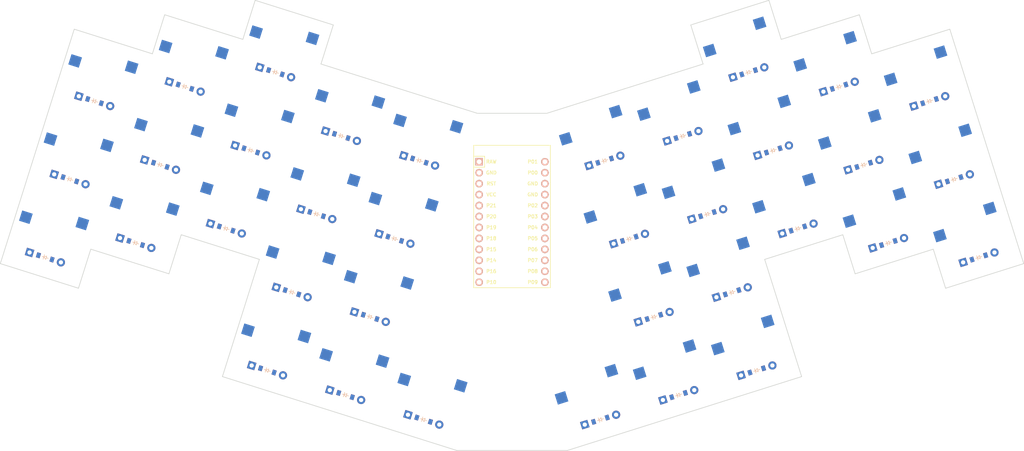
<source format=kicad_pcb>


(kicad_pcb (version 20171130) (host pcbnew 5.1.6)

  (page A3)
  (title_block
    (title "ergogen_pcb_tutorial")
    (rev "v1.0.0")
    (company "Unknown")
  )

  (general
    (thickness 1.6)
  )

  (layers
    (0 F.Cu signal)
    (31 B.Cu signal)
    (32 B.Adhes user)
    (33 F.Adhes user)
    (34 B.Paste user)
    (35 F.Paste user)
    (36 B.SilkS user)
    (37 F.SilkS user)
    (38 B.Mask user)
    (39 F.Mask user)
    (40 Dwgs.User user)
    (41 Cmts.User user)
    (42 Eco1.User user)
    (43 Eco2.User user)
    (44 Edge.Cuts user)
    (45 Margin user)
    (46 B.CrtYd user)
    (47 F.CrtYd user)
    (48 B.Fab user)
    (49 F.Fab user)
  )

  (setup
    (last_trace_width 0.25)
    (trace_clearance 0.2)
    (zone_clearance 0.508)
    (zone_45_only no)
    (trace_min 0.2)
    (via_size 0.8)
    (via_drill 0.4)
    (via_min_size 0.4)
    (via_min_drill 0.3)
    (uvia_size 0.3)
    (uvia_drill 0.1)
    (uvias_allowed no)
    (uvia_min_size 0.2)
    (uvia_min_drill 0.1)
    (edge_width 0.05)
    (segment_width 0.2)
    (pcb_text_width 0.3)
    (pcb_text_size 1.5 1.5)
    (mod_edge_width 0.12)
    (mod_text_size 1 1)
    (mod_text_width 0.15)
    (pad_size 1.524 1.524)
    (pad_drill 0.762)
    (pad_to_mask_clearance 0.05)
    (aux_axis_origin 0 0)
    (visible_elements FFFFFF7F)
    (pcbplotparams
      (layerselection 0x010fc_ffffffff)
      (usegerberextensions false)
      (usegerberattributes true)
      (usegerberadvancedattributes true)
      (creategerberjobfile true)
      (excludeedgelayer true)
      (linewidth 0.100000)
      (plotframeref false)
      (viasonmask false)
      (mode 1)
      (useauxorigin false)
      (hpglpennumber 1)
      (hpglpenspeed 20)
      (hpglpendiameter 15.000000)
      (psnegative false)
      (psa4output false)
      (plotreference true)
      (plotvalue true)
      (plotinvisibletext false)
      (padsonsilk false)
      (subtractmaskfromsilk false)
      (outputformat 1)
      (mirror false)
      (drillshape 1)
      (scaleselection 1)
      (outputdirectory ""))
  )

  (net 0 "")
(net 1 "P21")
(net 2 "pinky_bottom")
(net 3 "pinky_home")
(net 4 "pinky_top")
(net 5 "P20")
(net 6 "ring_bottom")
(net 7 "ring_home")
(net 8 "ring_top")
(net 9 "P19")
(net 10 "middle_bottom")
(net 11 "middle_home")
(net 12 "middle_top")
(net 13 "P18")
(net 14 "index_bottom")
(net 15 "index_home")
(net 16 "index_top")
(net 17 "P15")
(net 18 "inner_bottom")
(net 19 "inner_home")
(net 20 "inner_top")
(net 21 "inner_cluster")
(net 22 "middle_cluster")
(net 23 "outer_cluster")
(net 24 "P2")
(net 25 "mirror_pinky_bottom")
(net 26 "mirror_pinky_home")
(net 27 "mirror_pinky_top")
(net 28 "P3")
(net 29 "mirror_ring_bottom")
(net 30 "mirror_ring_home")
(net 31 "mirror_ring_top")
(net 32 "P4")
(net 33 "mirror_middle_bottom")
(net 34 "mirror_middle_home")
(net 35 "mirror_middle_top")
(net 36 "P5")
(net 37 "mirror_index_bottom")
(net 38 "mirror_index_home")
(net 39 "mirror_index_top")
(net 40 "P6")
(net 41 "mirror_inner_bottom")
(net 42 "mirror_inner_home")
(net 43 "mirror_inner_top")
(net 44 "mirror_inner_cluster")
(net 45 "mirror_middle_cluster")
(net 46 "mirror_outer_cluster")
(net 47 "P8")
(net 48 "P16")
(net 49 "P14")
(net 50 "P9")
(net 51 "RAW")
(net 52 "GND")
(net 53 "RST")
(net 54 "VCC")
(net 55 "P10")
(net 56 "P1")
(net 57 "P0")
(net 58 "P7")

  (net_class Default "This is the default net class."
    (clearance 0.2)
    (trace_width 0.25)
    (via_dia 0.8)
    (via_drill 0.4)
    (uvia_dia 0.3)
    (uvia_drill 0.1)
    (add_net "")
(add_net "P21")
(add_net "pinky_bottom")
(add_net "pinky_home")
(add_net "pinky_top")
(add_net "P20")
(add_net "ring_bottom")
(add_net "ring_home")
(add_net "ring_top")
(add_net "P19")
(add_net "middle_bottom")
(add_net "middle_home")
(add_net "middle_top")
(add_net "P18")
(add_net "index_bottom")
(add_net "index_home")
(add_net "index_top")
(add_net "P15")
(add_net "inner_bottom")
(add_net "inner_home")
(add_net "inner_top")
(add_net "inner_cluster")
(add_net "middle_cluster")
(add_net "outer_cluster")
(add_net "P2")
(add_net "mirror_pinky_bottom")
(add_net "mirror_pinky_home")
(add_net "mirror_pinky_top")
(add_net "P3")
(add_net "mirror_ring_bottom")
(add_net "mirror_ring_home")
(add_net "mirror_ring_top")
(add_net "P4")
(add_net "mirror_middle_bottom")
(add_net "mirror_middle_home")
(add_net "mirror_middle_top")
(add_net "P5")
(add_net "mirror_index_bottom")
(add_net "mirror_index_home")
(add_net "mirror_index_top")
(add_net "P6")
(add_net "mirror_inner_bottom")
(add_net "mirror_inner_home")
(add_net "mirror_inner_top")
(add_net "mirror_inner_cluster")
(add_net "mirror_middle_cluster")
(add_net "mirror_outer_cluster")
(add_net "P8")
(add_net "P16")
(add_net "P14")
(add_net "P9")
(add_net "RAW")
(add_net "GND")
(add_net "RST")
(add_net "VCC")
(add_net "P10")
(add_net "P1")
(add_net "P0")
(add_net "P7")
  )

  
        
      (module MX (layer F.Cu) (tedit 5DD4F656)
      (at 65.3011151 125.442275 -17.5)

      
      (fp_text reference "S1" (at 0 0) (layer F.SilkS) hide (effects (font (size 1.27 1.27) (thickness 0.15))))
      (fp_text value "" (at 0 0) (layer F.SilkS) hide (effects (font (size 1.27 1.27) (thickness 0.15))))

      
      (fp_line (start -7 -6) (end -7 -7) (layer Dwgs.User) (width 0.15))
      (fp_line (start -7 7) (end -6 7) (layer Dwgs.User) (width 0.15))
      (fp_line (start -6 -7) (end -7 -7) (layer Dwgs.User) (width 0.15))
      (fp_line (start -7 7) (end -7 6) (layer Dwgs.User) (width 0.15))
      (fp_line (start 7 6) (end 7 7) (layer Dwgs.User) (width 0.15))
      (fp_line (start 7 -7) (end 6 -7) (layer Dwgs.User) (width 0.15))
      (fp_line (start 6 7) (end 7 7) (layer Dwgs.User) (width 0.15))
      (fp_line (start 7 -7) (end 7 -6) (layer Dwgs.User) (width 0.15))
    
      
      (pad "" np_thru_hole circle (at 0 0) (size 3.9878 3.9878) (drill 3.9878) (layers *.Cu *.Mask))

      
      (pad "" np_thru_hole circle (at 5.08 0) (size 1.7018 1.7018) (drill 1.7018) (layers *.Cu *.Mask))
      (pad "" np_thru_hole circle (at -5.08 0) (size 1.7018 1.7018) (drill 1.7018) (layers *.Cu *.Mask))
      
        
      
      (fp_line (start -9.5 -9.5) (end 9.5 -9.5) (layer Dwgs.User) (width 0.15))
      (fp_line (start 9.5 -9.5) (end 9.5 9.5) (layer Dwgs.User) (width 0.15))
      (fp_line (start 9.5 9.5) (end -9.5 9.5) (layer Dwgs.User) (width 0.15))
      (fp_line (start -9.5 9.5) (end -9.5 -9.5) (layer Dwgs.User) (width 0.15))
      
        
        
        (pad "" np_thru_hole circle (at 2.54 -5.08) (size 3 3) (drill 3) (layers *.Cu *.Mask))
        (pad "" np_thru_hole circle (at -3.81 -2.54) (size 3 3) (drill 3) (layers *.Cu *.Mask))
        
        
        (pad 1 smd rect (at -7.085 -2.54 -17.5) (size 2.55 2.5) (layers B.Cu B.Paste B.Mask) (net 1 "P21"))
        (pad 2 smd rect (at 5.842 -5.08 -17.5) (size 2.55 2.5) (layers B.Cu B.Paste B.Mask) (net 2 "pinky_bottom"))
        )
        

        
      (module MX (layer F.Cu) (tedit 5DD4F656)
      (at 71.0145253 107.321653 -17.5)

      
      (fp_text reference "S2" (at 0 0) (layer F.SilkS) hide (effects (font (size 1.27 1.27) (thickness 0.15))))
      (fp_text value "" (at 0 0) (layer F.SilkS) hide (effects (font (size 1.27 1.27) (thickness 0.15))))

      
      (fp_line (start -7 -6) (end -7 -7) (layer Dwgs.User) (width 0.15))
      (fp_line (start -7 7) (end -6 7) (layer Dwgs.User) (width 0.15))
      (fp_line (start -6 -7) (end -7 -7) (layer Dwgs.User) (width 0.15))
      (fp_line (start -7 7) (end -7 6) (layer Dwgs.User) (width 0.15))
      (fp_line (start 7 6) (end 7 7) (layer Dwgs.User) (width 0.15))
      (fp_line (start 7 -7) (end 6 -7) (layer Dwgs.User) (width 0.15))
      (fp_line (start 6 7) (end 7 7) (layer Dwgs.User) (width 0.15))
      (fp_line (start 7 -7) (end 7 -6) (layer Dwgs.User) (width 0.15))
    
      
      (pad "" np_thru_hole circle (at 0 0) (size 3.9878 3.9878) (drill 3.9878) (layers *.Cu *.Mask))

      
      (pad "" np_thru_hole circle (at 5.08 0) (size 1.7018 1.7018) (drill 1.7018) (layers *.Cu *.Mask))
      (pad "" np_thru_hole circle (at -5.08 0) (size 1.7018 1.7018) (drill 1.7018) (layers *.Cu *.Mask))
      
        
      
      (fp_line (start -9.5 -9.5) (end 9.5 -9.5) (layer Dwgs.User) (width 0.15))
      (fp_line (start 9.5 -9.5) (end 9.5 9.5) (layer Dwgs.User) (width 0.15))
      (fp_line (start 9.5 9.5) (end -9.5 9.5) (layer Dwgs.User) (width 0.15))
      (fp_line (start -9.5 9.5) (end -9.5 -9.5) (layer Dwgs.User) (width 0.15))
      
        
        
        (pad "" np_thru_hole circle (at 2.54 -5.08) (size 3 3) (drill 3) (layers *.Cu *.Mask))
        (pad "" np_thru_hole circle (at -3.81 -2.54) (size 3 3) (drill 3) (layers *.Cu *.Mask))
        
        
        (pad 1 smd rect (at -7.085 -2.54 -17.5) (size 2.55 2.5) (layers B.Cu B.Paste B.Mask) (net 1 "P21"))
        (pad 2 smd rect (at 5.842 -5.08 -17.5) (size 2.55 2.5) (layers B.Cu B.Paste B.Mask) (net 3 "pinky_home"))
        )
        

        
      (module MX (layer F.Cu) (tedit 5DD4F656)
      (at 76.7279355 89.2010309 -17.5)

      
      (fp_text reference "S3" (at 0 0) (layer F.SilkS) hide (effects (font (size 1.27 1.27) (thickness 0.15))))
      (fp_text value "" (at 0 0) (layer F.SilkS) hide (effects (font (size 1.27 1.27) (thickness 0.15))))

      
      (fp_line (start -7 -6) (end -7 -7) (layer Dwgs.User) (width 0.15))
      (fp_line (start -7 7) (end -6 7) (layer Dwgs.User) (width 0.15))
      (fp_line (start -6 -7) (end -7 -7) (layer Dwgs.User) (width 0.15))
      (fp_line (start -7 7) (end -7 6) (layer Dwgs.User) (width 0.15))
      (fp_line (start 7 6) (end 7 7) (layer Dwgs.User) (width 0.15))
      (fp_line (start 7 -7) (end 6 -7) (layer Dwgs.User) (width 0.15))
      (fp_line (start 6 7) (end 7 7) (layer Dwgs.User) (width 0.15))
      (fp_line (start 7 -7) (end 7 -6) (layer Dwgs.User) (width 0.15))
    
      
      (pad "" np_thru_hole circle (at 0 0) (size 3.9878 3.9878) (drill 3.9878) (layers *.Cu *.Mask))

      
      (pad "" np_thru_hole circle (at 5.08 0) (size 1.7018 1.7018) (drill 1.7018) (layers *.Cu *.Mask))
      (pad "" np_thru_hole circle (at -5.08 0) (size 1.7018 1.7018) (drill 1.7018) (layers *.Cu *.Mask))
      
        
      
      (fp_line (start -9.5 -9.5) (end 9.5 -9.5) (layer Dwgs.User) (width 0.15))
      (fp_line (start 9.5 -9.5) (end 9.5 9.5) (layer Dwgs.User) (width 0.15))
      (fp_line (start 9.5 9.5) (end -9.5 9.5) (layer Dwgs.User) (width 0.15))
      (fp_line (start -9.5 9.5) (end -9.5 -9.5) (layer Dwgs.User) (width 0.15))
      
        
        
        (pad "" np_thru_hole circle (at 2.54 -5.08) (size 3 3) (drill 3) (layers *.Cu *.Mask))
        (pad "" np_thru_hole circle (at -3.81 -2.54) (size 3 3) (drill 3) (layers *.Cu *.Mask))
        
        
        (pad 1 smd rect (at -7.085 -2.54 -17.5) (size 2.55 2.5) (layers B.Cu B.Paste B.Mask) (net 1 "P21"))
        (pad 2 smd rect (at 5.842 -5.08 -17.5) (size 2.55 2.5) (layers B.Cu B.Paste B.Mask) (net 4 "pinky_top"))
        )
        

        
      (module MX (layer F.Cu) (tedit 5DD4F656)
      (at 86.2784423 122.0953742 -17.5)

      
      (fp_text reference "S4" (at 0 0) (layer F.SilkS) hide (effects (font (size 1.27 1.27) (thickness 0.15))))
      (fp_text value "" (at 0 0) (layer F.SilkS) hide (effects (font (size 1.27 1.27) (thickness 0.15))))

      
      (fp_line (start -7 -6) (end -7 -7) (layer Dwgs.User) (width 0.15))
      (fp_line (start -7 7) (end -6 7) (layer Dwgs.User) (width 0.15))
      (fp_line (start -6 -7) (end -7 -7) (layer Dwgs.User) (width 0.15))
      (fp_line (start -7 7) (end -7 6) (layer Dwgs.User) (width 0.15))
      (fp_line (start 7 6) (end 7 7) (layer Dwgs.User) (width 0.15))
      (fp_line (start 7 -7) (end 6 -7) (layer Dwgs.User) (width 0.15))
      (fp_line (start 6 7) (end 7 7) (layer Dwgs.User) (width 0.15))
      (fp_line (start 7 -7) (end 7 -6) (layer Dwgs.User) (width 0.15))
    
      
      (pad "" np_thru_hole circle (at 0 0) (size 3.9878 3.9878) (drill 3.9878) (layers *.Cu *.Mask))

      
      (pad "" np_thru_hole circle (at 5.08 0) (size 1.7018 1.7018) (drill 1.7018) (layers *.Cu *.Mask))
      (pad "" np_thru_hole circle (at -5.08 0) (size 1.7018 1.7018) (drill 1.7018) (layers *.Cu *.Mask))
      
        
      
      (fp_line (start -9.5 -9.5) (end 9.5 -9.5) (layer Dwgs.User) (width 0.15))
      (fp_line (start 9.5 -9.5) (end 9.5 9.5) (layer Dwgs.User) (width 0.15))
      (fp_line (start 9.5 9.5) (end -9.5 9.5) (layer Dwgs.User) (width 0.15))
      (fp_line (start -9.5 9.5) (end -9.5 -9.5) (layer Dwgs.User) (width 0.15))
      
        
        
        (pad "" np_thru_hole circle (at 2.54 -5.08) (size 3 3) (drill 3) (layers *.Cu *.Mask))
        (pad "" np_thru_hole circle (at -3.81 -2.54) (size 3 3) (drill 3) (layers *.Cu *.Mask))
        
        
        (pad 1 smd rect (at -7.085 -2.54 -17.5) (size 2.55 2.5) (layers B.Cu B.Paste B.Mask) (net 5 "P20"))
        (pad 2 smd rect (at 5.842 -5.08 -17.5) (size 2.55 2.5) (layers B.Cu B.Paste B.Mask) (net 6 "ring_bottom"))
        )
        

        
      (module MX (layer F.Cu) (tedit 5DD4F656)
      (at 91.9918525 103.9747521 -17.5)

      
      (fp_text reference "S5" (at 0 0) (layer F.SilkS) hide (effects (font (size 1.27 1.27) (thickness 0.15))))
      (fp_text value "" (at 0 0) (layer F.SilkS) hide (effects (font (size 1.27 1.27) (thickness 0.15))))

      
      (fp_line (start -7 -6) (end -7 -7) (layer Dwgs.User) (width 0.15))
      (fp_line (start -7 7) (end -6 7) (layer Dwgs.User) (width 0.15))
      (fp_line (start -6 -7) (end -7 -7) (layer Dwgs.User) (width 0.15))
      (fp_line (start -7 7) (end -7 6) (layer Dwgs.User) (width 0.15))
      (fp_line (start 7 6) (end 7 7) (layer Dwgs.User) (width 0.15))
      (fp_line (start 7 -7) (end 6 -7) (layer Dwgs.User) (width 0.15))
      (fp_line (start 6 7) (end 7 7) (layer Dwgs.User) (width 0.15))
      (fp_line (start 7 -7) (end 7 -6) (layer Dwgs.User) (width 0.15))
    
      
      (pad "" np_thru_hole circle (at 0 0) (size 3.9878 3.9878) (drill 3.9878) (layers *.Cu *.Mask))

      
      (pad "" np_thru_hole circle (at 5.08 0) (size 1.7018 1.7018) (drill 1.7018) (layers *.Cu *.Mask))
      (pad "" np_thru_hole circle (at -5.08 0) (size 1.7018 1.7018) (drill 1.7018) (layers *.Cu *.Mask))
      
        
      
      (fp_line (start -9.5 -9.5) (end 9.5 -9.5) (layer Dwgs.User) (width 0.15))
      (fp_line (start 9.5 -9.5) (end 9.5 9.5) (layer Dwgs.User) (width 0.15))
      (fp_line (start 9.5 9.5) (end -9.5 9.5) (layer Dwgs.User) (width 0.15))
      (fp_line (start -9.5 9.5) (end -9.5 -9.5) (layer Dwgs.User) (width 0.15))
      
        
        
        (pad "" np_thru_hole circle (at 2.54 -5.08) (size 3 3) (drill 3) (layers *.Cu *.Mask))
        (pad "" np_thru_hole circle (at -3.81 -2.54) (size 3 3) (drill 3) (layers *.Cu *.Mask))
        
        
        (pad 1 smd rect (at -7.085 -2.54 -17.5) (size 2.55 2.5) (layers B.Cu B.Paste B.Mask) (net 5 "P20"))
        (pad 2 smd rect (at 5.842 -5.08 -17.5) (size 2.55 2.5) (layers B.Cu B.Paste B.Mask) (net 7 "ring_home"))
        )
        

        
      (module MX (layer F.Cu) (tedit 5DD4F656)
      (at 97.7052627 85.8541301 -17.5)

      
      (fp_text reference "S6" (at 0 0) (layer F.SilkS) hide (effects (font (size 1.27 1.27) (thickness 0.15))))
      (fp_text value "" (at 0 0) (layer F.SilkS) hide (effects (font (size 1.27 1.27) (thickness 0.15))))

      
      (fp_line (start -7 -6) (end -7 -7) (layer Dwgs.User) (width 0.15))
      (fp_line (start -7 7) (end -6 7) (layer Dwgs.User) (width 0.15))
      (fp_line (start -6 -7) (end -7 -7) (layer Dwgs.User) (width 0.15))
      (fp_line (start -7 7) (end -7 6) (layer Dwgs.User) (width 0.15))
      (fp_line (start 7 6) (end 7 7) (layer Dwgs.User) (width 0.15))
      (fp_line (start 7 -7) (end 6 -7) (layer Dwgs.User) (width 0.15))
      (fp_line (start 6 7) (end 7 7) (layer Dwgs.User) (width 0.15))
      (fp_line (start 7 -7) (end 7 -6) (layer Dwgs.User) (width 0.15))
    
      
      (pad "" np_thru_hole circle (at 0 0) (size 3.9878 3.9878) (drill 3.9878) (layers *.Cu *.Mask))

      
      (pad "" np_thru_hole circle (at 5.08 0) (size 1.7018 1.7018) (drill 1.7018) (layers *.Cu *.Mask))
      (pad "" np_thru_hole circle (at -5.08 0) (size 1.7018 1.7018) (drill 1.7018) (layers *.Cu *.Mask))
      
        
      
      (fp_line (start -9.5 -9.5) (end 9.5 -9.5) (layer Dwgs.User) (width 0.15))
      (fp_line (start 9.5 -9.5) (end 9.5 9.5) (layer Dwgs.User) (width 0.15))
      (fp_line (start 9.5 9.5) (end -9.5 9.5) (layer Dwgs.User) (width 0.15))
      (fp_line (start -9.5 9.5) (end -9.5 -9.5) (layer Dwgs.User) (width 0.15))
      
        
        
        (pad "" np_thru_hole circle (at 2.54 -5.08) (size 3 3) (drill 3) (layers *.Cu *.Mask))
        (pad "" np_thru_hole circle (at -3.81 -2.54) (size 3 3) (drill 3) (layers *.Cu *.Mask))
        
        
        (pad 1 smd rect (at -7.085 -2.54 -17.5) (size 2.55 2.5) (layers B.Cu B.Paste B.Mask) (net 5 "P20"))
        (pad 2 smd rect (at 5.842 -5.08 -17.5) (size 2.55 2.5) (layers B.Cu B.Paste B.Mask) (net 8 "ring_top"))
        )
        

        
      (module MX (layer F.Cu) (tedit 5DD4F656)
      (at 107.2557694 118.7484733 -17.5)

      
      (fp_text reference "S7" (at 0 0) (layer F.SilkS) hide (effects (font (size 1.27 1.27) (thickness 0.15))))
      (fp_text value "" (at 0 0) (layer F.SilkS) hide (effects (font (size 1.27 1.27) (thickness 0.15))))

      
      (fp_line (start -7 -6) (end -7 -7) (layer Dwgs.User) (width 0.15))
      (fp_line (start -7 7) (end -6 7) (layer Dwgs.User) (width 0.15))
      (fp_line (start -6 -7) (end -7 -7) (layer Dwgs.User) (width 0.15))
      (fp_line (start -7 7) (end -7 6) (layer Dwgs.User) (width 0.15))
      (fp_line (start 7 6) (end 7 7) (layer Dwgs.User) (width 0.15))
      (fp_line (start 7 -7) (end 6 -7) (layer Dwgs.User) (width 0.15))
      (fp_line (start 6 7) (end 7 7) (layer Dwgs.User) (width 0.15))
      (fp_line (start 7 -7) (end 7 -6) (layer Dwgs.User) (width 0.15))
    
      
      (pad "" np_thru_hole circle (at 0 0) (size 3.9878 3.9878) (drill 3.9878) (layers *.Cu *.Mask))

      
      (pad "" np_thru_hole circle (at 5.08 0) (size 1.7018 1.7018) (drill 1.7018) (layers *.Cu *.Mask))
      (pad "" np_thru_hole circle (at -5.08 0) (size 1.7018 1.7018) (drill 1.7018) (layers *.Cu *.Mask))
      
        
      
      (fp_line (start -9.5 -9.5) (end 9.5 -9.5) (layer Dwgs.User) (width 0.15))
      (fp_line (start 9.5 -9.5) (end 9.5 9.5) (layer Dwgs.User) (width 0.15))
      (fp_line (start 9.5 9.5) (end -9.5 9.5) (layer Dwgs.User) (width 0.15))
      (fp_line (start -9.5 9.5) (end -9.5 -9.5) (layer Dwgs.User) (width 0.15))
      
        
        
        (pad "" np_thru_hole circle (at 2.54 -5.08) (size 3 3) (drill 3) (layers *.Cu *.Mask))
        (pad "" np_thru_hole circle (at -3.81 -2.54) (size 3 3) (drill 3) (layers *.Cu *.Mask))
        
        
        (pad 1 smd rect (at -7.085 -2.54 -17.5) (size 2.55 2.5) (layers B.Cu B.Paste B.Mask) (net 9 "P19"))
        (pad 2 smd rect (at 5.842 -5.08 -17.5) (size 2.55 2.5) (layers B.Cu B.Paste B.Mask) (net 10 "middle_bottom"))
        )
        

        
      (module MX (layer F.Cu) (tedit 5DD4F656)
      (at 112.9691796 100.6278513 -17.5)

      
      (fp_text reference "S8" (at 0 0) (layer F.SilkS) hide (effects (font (size 1.27 1.27) (thickness 0.15))))
      (fp_text value "" (at 0 0) (layer F.SilkS) hide (effects (font (size 1.27 1.27) (thickness 0.15))))

      
      (fp_line (start -7 -6) (end -7 -7) (layer Dwgs.User) (width 0.15))
      (fp_line (start -7 7) (end -6 7) (layer Dwgs.User) (width 0.15))
      (fp_line (start -6 -7) (end -7 -7) (layer Dwgs.User) (width 0.15))
      (fp_line (start -7 7) (end -7 6) (layer Dwgs.User) (width 0.15))
      (fp_line (start 7 6) (end 7 7) (layer Dwgs.User) (width 0.15))
      (fp_line (start 7 -7) (end 6 -7) (layer Dwgs.User) (width 0.15))
      (fp_line (start 6 7) (end 7 7) (layer Dwgs.User) (width 0.15))
      (fp_line (start 7 -7) (end 7 -6) (layer Dwgs.User) (width 0.15))
    
      
      (pad "" np_thru_hole circle (at 0 0) (size 3.9878 3.9878) (drill 3.9878) (layers *.Cu *.Mask))

      
      (pad "" np_thru_hole circle (at 5.08 0) (size 1.7018 1.7018) (drill 1.7018) (layers *.Cu *.Mask))
      (pad "" np_thru_hole circle (at -5.08 0) (size 1.7018 1.7018) (drill 1.7018) (layers *.Cu *.Mask))
      
        
      
      (fp_line (start -9.5 -9.5) (end 9.5 -9.5) (layer Dwgs.User) (width 0.15))
      (fp_line (start 9.5 -9.5) (end 9.5 9.5) (layer Dwgs.User) (width 0.15))
      (fp_line (start 9.5 9.5) (end -9.5 9.5) (layer Dwgs.User) (width 0.15))
      (fp_line (start -9.5 9.5) (end -9.5 -9.5) (layer Dwgs.User) (width 0.15))
      
        
        
        (pad "" np_thru_hole circle (at 2.54 -5.08) (size 3 3) (drill 3) (layers *.Cu *.Mask))
        (pad "" np_thru_hole circle (at -3.81 -2.54) (size 3 3) (drill 3) (layers *.Cu *.Mask))
        
        
        (pad 1 smd rect (at -7.085 -2.54 -17.5) (size 2.55 2.5) (layers B.Cu B.Paste B.Mask) (net 9 "P19"))
        (pad 2 smd rect (at 5.842 -5.08 -17.5) (size 2.55 2.5) (layers B.Cu B.Paste B.Mask) (net 11 "middle_home"))
        )
        

        
      (module MX (layer F.Cu) (tedit 5DD4F656)
      (at 118.6825898 82.5072292 -17.5)

      
      (fp_text reference "S9" (at 0 0) (layer F.SilkS) hide (effects (font (size 1.27 1.27) (thickness 0.15))))
      (fp_text value "" (at 0 0) (layer F.SilkS) hide (effects (font (size 1.27 1.27) (thickness 0.15))))

      
      (fp_line (start -7 -6) (end -7 -7) (layer Dwgs.User) (width 0.15))
      (fp_line (start -7 7) (end -6 7) (layer Dwgs.User) (width 0.15))
      (fp_line (start -6 -7) (end -7 -7) (layer Dwgs.User) (width 0.15))
      (fp_line (start -7 7) (end -7 6) (layer Dwgs.User) (width 0.15))
      (fp_line (start 7 6) (end 7 7) (layer Dwgs.User) (width 0.15))
      (fp_line (start 7 -7) (end 6 -7) (layer Dwgs.User) (width 0.15))
      (fp_line (start 6 7) (end 7 7) (layer Dwgs.User) (width 0.15))
      (fp_line (start 7 -7) (end 7 -6) (layer Dwgs.User) (width 0.15))
    
      
      (pad "" np_thru_hole circle (at 0 0) (size 3.9878 3.9878) (drill 3.9878) (layers *.Cu *.Mask))

      
      (pad "" np_thru_hole circle (at 5.08 0) (size 1.7018 1.7018) (drill 1.7018) (layers *.Cu *.Mask))
      (pad "" np_thru_hole circle (at -5.08 0) (size 1.7018 1.7018) (drill 1.7018) (layers *.Cu *.Mask))
      
        
      
      (fp_line (start -9.5 -9.5) (end 9.5 -9.5) (layer Dwgs.User) (width 0.15))
      (fp_line (start 9.5 -9.5) (end 9.5 9.5) (layer Dwgs.User) (width 0.15))
      (fp_line (start 9.5 9.5) (end -9.5 9.5) (layer Dwgs.User) (width 0.15))
      (fp_line (start -9.5 9.5) (end -9.5 -9.5) (layer Dwgs.User) (width 0.15))
      
        
        
        (pad "" np_thru_hole circle (at 2.54 -5.08) (size 3 3) (drill 3) (layers *.Cu *.Mask))
        (pad "" np_thru_hole circle (at -3.81 -2.54) (size 3 3) (drill 3) (layers *.Cu *.Mask))
        
        
        (pad 1 smd rect (at -7.085 -2.54 -17.5) (size 2.55 2.5) (layers B.Cu B.Paste B.Mask) (net 9 "P19"))
        (pad 2 smd rect (at 5.842 -5.08 -17.5) (size 2.55 2.5) (layers B.Cu B.Paste B.Mask) (net 12 "middle_top"))
        )
        

        
      (module MX (layer F.Cu) (tedit 5DD4F656)
      (at 122.5196864 133.5221946 -17.5)

      
      (fp_text reference "S10" (at 0 0) (layer F.SilkS) hide (effects (font (size 1.27 1.27) (thickness 0.15))))
      (fp_text value "" (at 0 0) (layer F.SilkS) hide (effects (font (size 1.27 1.27) (thickness 0.15))))

      
      (fp_line (start -7 -6) (end -7 -7) (layer Dwgs.User) (width 0.15))
      (fp_line (start -7 7) (end -6 7) (layer Dwgs.User) (width 0.15))
      (fp_line (start -6 -7) (end -7 -7) (layer Dwgs.User) (width 0.15))
      (fp_line (start -7 7) (end -7 6) (layer Dwgs.User) (width 0.15))
      (fp_line (start 7 6) (end 7 7) (layer Dwgs.User) (width 0.15))
      (fp_line (start 7 -7) (end 6 -7) (layer Dwgs.User) (width 0.15))
      (fp_line (start 6 7) (end 7 7) (layer Dwgs.User) (width 0.15))
      (fp_line (start 7 -7) (end 7 -6) (layer Dwgs.User) (width 0.15))
    
      
      (pad "" np_thru_hole circle (at 0 0) (size 3.9878 3.9878) (drill 3.9878) (layers *.Cu *.Mask))

      
      (pad "" np_thru_hole circle (at 5.08 0) (size 1.7018 1.7018) (drill 1.7018) (layers *.Cu *.Mask))
      (pad "" np_thru_hole circle (at -5.08 0) (size 1.7018 1.7018) (drill 1.7018) (layers *.Cu *.Mask))
      
        
      
      (fp_line (start -9.5 -9.5) (end 9.5 -9.5) (layer Dwgs.User) (width 0.15))
      (fp_line (start 9.5 -9.5) (end 9.5 9.5) (layer Dwgs.User) (width 0.15))
      (fp_line (start 9.5 9.5) (end -9.5 9.5) (layer Dwgs.User) (width 0.15))
      (fp_line (start -9.5 9.5) (end -9.5 -9.5) (layer Dwgs.User) (width 0.15))
      
        
        
        (pad "" np_thru_hole circle (at 2.54 -5.08) (size 3 3) (drill 3) (layers *.Cu *.Mask))
        (pad "" np_thru_hole circle (at -3.81 -2.54) (size 3 3) (drill 3) (layers *.Cu *.Mask))
        
        
        (pad 1 smd rect (at -7.085 -2.54 -17.5) (size 2.55 2.5) (layers B.Cu B.Paste B.Mask) (net 13 "P18"))
        (pad 2 smd rect (at 5.842 -5.08 -17.5) (size 2.55 2.5) (layers B.Cu B.Paste B.Mask) (net 14 "index_bottom"))
        )
        

        
      (module MX (layer F.Cu) (tedit 5DD4F656)
      (at 128.2330966 115.4015725 -17.5)

      
      (fp_text reference "S11" (at 0 0) (layer F.SilkS) hide (effects (font (size 1.27 1.27) (thickness 0.15))))
      (fp_text value "" (at 0 0) (layer F.SilkS) hide (effects (font (size 1.27 1.27) (thickness 0.15))))

      
      (fp_line (start -7 -6) (end -7 -7) (layer Dwgs.User) (width 0.15))
      (fp_line (start -7 7) (end -6 7) (layer Dwgs.User) (width 0.15))
      (fp_line (start -6 -7) (end -7 -7) (layer Dwgs.User) (width 0.15))
      (fp_line (start -7 7) (end -7 6) (layer Dwgs.User) (width 0.15))
      (fp_line (start 7 6) (end 7 7) (layer Dwgs.User) (width 0.15))
      (fp_line (start 7 -7) (end 6 -7) (layer Dwgs.User) (width 0.15))
      (fp_line (start 6 7) (end 7 7) (layer Dwgs.User) (width 0.15))
      (fp_line (start 7 -7) (end 7 -6) (layer Dwgs.User) (width 0.15))
    
      
      (pad "" np_thru_hole circle (at 0 0) (size 3.9878 3.9878) (drill 3.9878) (layers *.Cu *.Mask))

      
      (pad "" np_thru_hole circle (at 5.08 0) (size 1.7018 1.7018) (drill 1.7018) (layers *.Cu *.Mask))
      (pad "" np_thru_hole circle (at -5.08 0) (size 1.7018 1.7018) (drill 1.7018) (layers *.Cu *.Mask))
      
        
      
      (fp_line (start -9.5 -9.5) (end 9.5 -9.5) (layer Dwgs.User) (width 0.15))
      (fp_line (start 9.5 -9.5) (end 9.5 9.5) (layer Dwgs.User) (width 0.15))
      (fp_line (start 9.5 9.5) (end -9.5 9.5) (layer Dwgs.User) (width 0.15))
      (fp_line (start -9.5 9.5) (end -9.5 -9.5) (layer Dwgs.User) (width 0.15))
      
        
        
        (pad "" np_thru_hole circle (at 2.54 -5.08) (size 3 3) (drill 3) (layers *.Cu *.Mask))
        (pad "" np_thru_hole circle (at -3.81 -2.54) (size 3 3) (drill 3) (layers *.Cu *.Mask))
        
        
        (pad 1 smd rect (at -7.085 -2.54 -17.5) (size 2.55 2.5) (layers B.Cu B.Paste B.Mask) (net 13 "P18"))
        (pad 2 smd rect (at 5.842 -5.08 -17.5) (size 2.55 2.5) (layers B.Cu B.Paste B.Mask) (net 15 "index_home"))
        )
        

        
      (module MX (layer F.Cu) (tedit 5DD4F656)
      (at 133.9465068 97.2809504 -17.5)

      
      (fp_text reference "S12" (at 0 0) (layer F.SilkS) hide (effects (font (size 1.27 1.27) (thickness 0.15))))
      (fp_text value "" (at 0 0) (layer F.SilkS) hide (effects (font (size 1.27 1.27) (thickness 0.15))))

      
      (fp_line (start -7 -6) (end -7 -7) (layer Dwgs.User) (width 0.15))
      (fp_line (start -7 7) (end -6 7) (layer Dwgs.User) (width 0.15))
      (fp_line (start -6 -7) (end -7 -7) (layer Dwgs.User) (width 0.15))
      (fp_line (start -7 7) (end -7 6) (layer Dwgs.User) (width 0.15))
      (fp_line (start 7 6) (end 7 7) (layer Dwgs.User) (width 0.15))
      (fp_line (start 7 -7) (end 6 -7) (layer Dwgs.User) (width 0.15))
      (fp_line (start 6 7) (end 7 7) (layer Dwgs.User) (width 0.15))
      (fp_line (start 7 -7) (end 7 -6) (layer Dwgs.User) (width 0.15))
    
      
      (pad "" np_thru_hole circle (at 0 0) (size 3.9878 3.9878) (drill 3.9878) (layers *.Cu *.Mask))

      
      (pad "" np_thru_hole circle (at 5.08 0) (size 1.7018 1.7018) (drill 1.7018) (layers *.Cu *.Mask))
      (pad "" np_thru_hole circle (at -5.08 0) (size 1.7018 1.7018) (drill 1.7018) (layers *.Cu *.Mask))
      
        
      
      (fp_line (start -9.5 -9.5) (end 9.5 -9.5) (layer Dwgs.User) (width 0.15))
      (fp_line (start 9.5 -9.5) (end 9.5 9.5) (layer Dwgs.User) (width 0.15))
      (fp_line (start 9.5 9.5) (end -9.5 9.5) (layer Dwgs.User) (width 0.15))
      (fp_line (start -9.5 9.5) (end -9.5 -9.5) (layer Dwgs.User) (width 0.15))
      
        
        
        (pad "" np_thru_hole circle (at 2.54 -5.08) (size 3 3) (drill 3) (layers *.Cu *.Mask))
        (pad "" np_thru_hole circle (at -3.81 -2.54) (size 3 3) (drill 3) (layers *.Cu *.Mask))
        
        
        (pad 1 smd rect (at -7.085 -2.54 -17.5) (size 2.55 2.5) (layers B.Cu B.Paste B.Mask) (net 13 "P18"))
        (pad 2 smd rect (at 5.842 -5.08 -17.5) (size 2.55 2.5) (layers B.Cu B.Paste B.Mask) (net 16 "index_top"))
        )
        

        
      (module MX (layer F.Cu) (tedit 5DD4F656)
      (at 140.6403085 139.2356048 -17.5)

      
      (fp_text reference "S13" (at 0 0) (layer F.SilkS) hide (effects (font (size 1.27 1.27) (thickness 0.15))))
      (fp_text value "" (at 0 0) (layer F.SilkS) hide (effects (font (size 1.27 1.27) (thickness 0.15))))

      
      (fp_line (start -7 -6) (end -7 -7) (layer Dwgs.User) (width 0.15))
      (fp_line (start -7 7) (end -6 7) (layer Dwgs.User) (width 0.15))
      (fp_line (start -6 -7) (end -7 -7) (layer Dwgs.User) (width 0.15))
      (fp_line (start -7 7) (end -7 6) (layer Dwgs.User) (width 0.15))
      (fp_line (start 7 6) (end 7 7) (layer Dwgs.User) (width 0.15))
      (fp_line (start 7 -7) (end 6 -7) (layer Dwgs.User) (width 0.15))
      (fp_line (start 6 7) (end 7 7) (layer Dwgs.User) (width 0.15))
      (fp_line (start 7 -7) (end 7 -6) (layer Dwgs.User) (width 0.15))
    
      
      (pad "" np_thru_hole circle (at 0 0) (size 3.9878 3.9878) (drill 3.9878) (layers *.Cu *.Mask))

      
      (pad "" np_thru_hole circle (at 5.08 0) (size 1.7018 1.7018) (drill 1.7018) (layers *.Cu *.Mask))
      (pad "" np_thru_hole circle (at -5.08 0) (size 1.7018 1.7018) (drill 1.7018) (layers *.Cu *.Mask))
      
        
      
      (fp_line (start -9.5 -9.5) (end 9.5 -9.5) (layer Dwgs.User) (width 0.15))
      (fp_line (start 9.5 -9.5) (end 9.5 9.5) (layer Dwgs.User) (width 0.15))
      (fp_line (start 9.5 9.5) (end -9.5 9.5) (layer Dwgs.User) (width 0.15))
      (fp_line (start -9.5 9.5) (end -9.5 -9.5) (layer Dwgs.User) (width 0.15))
      
        
        
        (pad "" np_thru_hole circle (at 2.54 -5.08) (size 3 3) (drill 3) (layers *.Cu *.Mask))
        (pad "" np_thru_hole circle (at -3.81 -2.54) (size 3 3) (drill 3) (layers *.Cu *.Mask))
        
        
        (pad 1 smd rect (at -7.085 -2.54 -17.5) (size 2.55 2.5) (layers B.Cu B.Paste B.Mask) (net 17 "P15"))
        (pad 2 smd rect (at 5.842 -5.08 -17.5) (size 2.55 2.5) (layers B.Cu B.Paste B.Mask) (net 18 "inner_bottom"))
        )
        

        
      (module MX (layer F.Cu) (tedit 5DD4F656)
      (at 146.3537187 121.1149827 -17.5)

      
      (fp_text reference "S14" (at 0 0) (layer F.SilkS) hide (effects (font (size 1.27 1.27) (thickness 0.15))))
      (fp_text value "" (at 0 0) (layer F.SilkS) hide (effects (font (size 1.27 1.27) (thickness 0.15))))

      
      (fp_line (start -7 -6) (end -7 -7) (layer Dwgs.User) (width 0.15))
      (fp_line (start -7 7) (end -6 7) (layer Dwgs.User) (width 0.15))
      (fp_line (start -6 -7) (end -7 -7) (layer Dwgs.User) (width 0.15))
      (fp_line (start -7 7) (end -7 6) (layer Dwgs.User) (width 0.15))
      (fp_line (start 7 6) (end 7 7) (layer Dwgs.User) (width 0.15))
      (fp_line (start 7 -7) (end 6 -7) (layer Dwgs.User) (width 0.15))
      (fp_line (start 6 7) (end 7 7) (layer Dwgs.User) (width 0.15))
      (fp_line (start 7 -7) (end 7 -6) (layer Dwgs.User) (width 0.15))
    
      
      (pad "" np_thru_hole circle (at 0 0) (size 3.9878 3.9878) (drill 3.9878) (layers *.Cu *.Mask))

      
      (pad "" np_thru_hole circle (at 5.08 0) (size 1.7018 1.7018) (drill 1.7018) (layers *.Cu *.Mask))
      (pad "" np_thru_hole circle (at -5.08 0) (size 1.7018 1.7018) (drill 1.7018) (layers *.Cu *.Mask))
      
        
      
      (fp_line (start -9.5 -9.5) (end 9.5 -9.5) (layer Dwgs.User) (width 0.15))
      (fp_line (start 9.5 -9.5) (end 9.5 9.5) (layer Dwgs.User) (width 0.15))
      (fp_line (start 9.5 9.5) (end -9.5 9.5) (layer Dwgs.User) (width 0.15))
      (fp_line (start -9.5 9.5) (end -9.5 -9.5) (layer Dwgs.User) (width 0.15))
      
        
        
        (pad "" np_thru_hole circle (at 2.54 -5.08) (size 3 3) (drill 3) (layers *.Cu *.Mask))
        (pad "" np_thru_hole circle (at -3.81 -2.54) (size 3 3) (drill 3) (layers *.Cu *.Mask))
        
        
        (pad 1 smd rect (at -7.085 -2.54 -17.5) (size 2.55 2.5) (layers B.Cu B.Paste B.Mask) (net 17 "P15"))
        (pad 2 smd rect (at 5.842 -5.08 -17.5) (size 2.55 2.5) (layers B.Cu B.Paste B.Mask) (net 19 "inner_home"))
        )
        

        
      (module MX (layer F.Cu) (tedit 5DD4F656)
      (at 152.0671289 102.9943606 -17.5)

      
      (fp_text reference "S15" (at 0 0) (layer F.SilkS) hide (effects (font (size 1.27 1.27) (thickness 0.15))))
      (fp_text value "" (at 0 0) (layer F.SilkS) hide (effects (font (size 1.27 1.27) (thickness 0.15))))

      
      (fp_line (start -7 -6) (end -7 -7) (layer Dwgs.User) (width 0.15))
      (fp_line (start -7 7) (end -6 7) (layer Dwgs.User) (width 0.15))
      (fp_line (start -6 -7) (end -7 -7) (layer Dwgs.User) (width 0.15))
      (fp_line (start -7 7) (end -7 6) (layer Dwgs.User) (width 0.15))
      (fp_line (start 7 6) (end 7 7) (layer Dwgs.User) (width 0.15))
      (fp_line (start 7 -7) (end 6 -7) (layer Dwgs.User) (width 0.15))
      (fp_line (start 6 7) (end 7 7) (layer Dwgs.User) (width 0.15))
      (fp_line (start 7 -7) (end 7 -6) (layer Dwgs.User) (width 0.15))
    
      
      (pad "" np_thru_hole circle (at 0 0) (size 3.9878 3.9878) (drill 3.9878) (layers *.Cu *.Mask))

      
      (pad "" np_thru_hole circle (at 5.08 0) (size 1.7018 1.7018) (drill 1.7018) (layers *.Cu *.Mask))
      (pad "" np_thru_hole circle (at -5.08 0) (size 1.7018 1.7018) (drill 1.7018) (layers *.Cu *.Mask))
      
        
      
      (fp_line (start -9.5 -9.5) (end 9.5 -9.5) (layer Dwgs.User) (width 0.15))
      (fp_line (start 9.5 -9.5) (end 9.5 9.5) (layer Dwgs.User) (width 0.15))
      (fp_line (start 9.5 9.5) (end -9.5 9.5) (layer Dwgs.User) (width 0.15))
      (fp_line (start -9.5 9.5) (end -9.5 -9.5) (layer Dwgs.User) (width 0.15))
      
        
        
        (pad "" np_thru_hole circle (at 2.54 -5.08) (size 3 3) (drill 3) (layers *.Cu *.Mask))
        (pad "" np_thru_hole circle (at -3.81 -2.54) (size 3 3) (drill 3) (layers *.Cu *.Mask))
        
        
        (pad 1 smd rect (at -7.085 -2.54 -17.5) (size 2.55 2.5) (layers B.Cu B.Paste B.Mask) (net 17 "P15"))
        (pad 2 smd rect (at 5.842 -5.08 -17.5) (size 2.55 2.5) (layers B.Cu B.Paste B.Mask) (net 20 "inner_top"))
        )
        

        
      (module MX (layer F.Cu) (tedit 5DD4F656)
      (at 116.8062762 151.6428166 -17.5)

      
      (fp_text reference "S16" (at 0 0) (layer F.SilkS) hide (effects (font (size 1.27 1.27) (thickness 0.15))))
      (fp_text value "" (at 0 0) (layer F.SilkS) hide (effects (font (size 1.27 1.27) (thickness 0.15))))

      
      (fp_line (start -7 -6) (end -7 -7) (layer Dwgs.User) (width 0.15))
      (fp_line (start -7 7) (end -6 7) (layer Dwgs.User) (width 0.15))
      (fp_line (start -6 -7) (end -7 -7) (layer Dwgs.User) (width 0.15))
      (fp_line (start -7 7) (end -7 6) (layer Dwgs.User) (width 0.15))
      (fp_line (start 7 6) (end 7 7) (layer Dwgs.User) (width 0.15))
      (fp_line (start 7 -7) (end 6 -7) (layer Dwgs.User) (width 0.15))
      (fp_line (start 6 7) (end 7 7) (layer Dwgs.User) (width 0.15))
      (fp_line (start 7 -7) (end 7 -6) (layer Dwgs.User) (width 0.15))
    
      
      (pad "" np_thru_hole circle (at 0 0) (size 3.9878 3.9878) (drill 3.9878) (layers *.Cu *.Mask))

      
      (pad "" np_thru_hole circle (at 5.08 0) (size 1.7018 1.7018) (drill 1.7018) (layers *.Cu *.Mask))
      (pad "" np_thru_hole circle (at -5.08 0) (size 1.7018 1.7018) (drill 1.7018) (layers *.Cu *.Mask))
      
        
      
      (fp_line (start -9.5 -9.5) (end 9.5 -9.5) (layer Dwgs.User) (width 0.15))
      (fp_line (start 9.5 -9.5) (end 9.5 9.5) (layer Dwgs.User) (width 0.15))
      (fp_line (start 9.5 9.5) (end -9.5 9.5) (layer Dwgs.User) (width 0.15))
      (fp_line (start -9.5 9.5) (end -9.5 -9.5) (layer Dwgs.User) (width 0.15))
      
        
        
        (pad "" np_thru_hole circle (at 2.54 -5.08) (size 3 3) (drill 3) (layers *.Cu *.Mask))
        (pad "" np_thru_hole circle (at -3.81 -2.54) (size 3 3) (drill 3) (layers *.Cu *.Mask))
        
        
        (pad 1 smd rect (at -7.085 -2.54 -17.5) (size 2.55 2.5) (layers B.Cu B.Paste B.Mask) (net 9 "P19"))
        (pad 2 smd rect (at 5.842 -5.08 -17.5) (size 2.55 2.5) (layers B.Cu B.Paste B.Mask) (net 21 "inner_cluster"))
        )
        

        
      (module MX (layer F.Cu) (tedit 5DD4F656)
      (at 134.9268983 157.3562268 -17.5)

      
      (fp_text reference "S17" (at 0 0) (layer F.SilkS) hide (effects (font (size 1.27 1.27) (thickness 0.15))))
      (fp_text value "" (at 0 0) (layer F.SilkS) hide (effects (font (size 1.27 1.27) (thickness 0.15))))

      
      (fp_line (start -7 -6) (end -7 -7) (layer Dwgs.User) (width 0.15))
      (fp_line (start -7 7) (end -6 7) (layer Dwgs.User) (width 0.15))
      (fp_line (start -6 -7) (end -7 -7) (layer Dwgs.User) (width 0.15))
      (fp_line (start -7 7) (end -7 6) (layer Dwgs.User) (width 0.15))
      (fp_line (start 7 6) (end 7 7) (layer Dwgs.User) (width 0.15))
      (fp_line (start 7 -7) (end 6 -7) (layer Dwgs.User) (width 0.15))
      (fp_line (start 6 7) (end 7 7) (layer Dwgs.User) (width 0.15))
      (fp_line (start 7 -7) (end 7 -6) (layer Dwgs.User) (width 0.15))
    
      
      (pad "" np_thru_hole circle (at 0 0) (size 3.9878 3.9878) (drill 3.9878) (layers *.Cu *.Mask))

      
      (pad "" np_thru_hole circle (at 5.08 0) (size 1.7018 1.7018) (drill 1.7018) (layers *.Cu *.Mask))
      (pad "" np_thru_hole circle (at -5.08 0) (size 1.7018 1.7018) (drill 1.7018) (layers *.Cu *.Mask))
      
        
      
      (fp_line (start -9.5 -9.5) (end 9.5 -9.5) (layer Dwgs.User) (width 0.15))
      (fp_line (start 9.5 -9.5) (end 9.5 9.5) (layer Dwgs.User) (width 0.15))
      (fp_line (start 9.5 9.5) (end -9.5 9.5) (layer Dwgs.User) (width 0.15))
      (fp_line (start -9.5 9.5) (end -9.5 -9.5) (layer Dwgs.User) (width 0.15))
      
        
        
        (pad "" np_thru_hole circle (at 2.54 -5.08) (size 3 3) (drill 3) (layers *.Cu *.Mask))
        (pad "" np_thru_hole circle (at -3.81 -2.54) (size 3 3) (drill 3) (layers *.Cu *.Mask))
        
        
        (pad 1 smd rect (at -7.085 -2.54 -17.5) (size 2.55 2.5) (layers B.Cu B.Paste B.Mask) (net 13 "P18"))
        (pad 2 smd rect (at 5.842 -5.08 -17.5) (size 2.55 2.5) (layers B.Cu B.Paste B.Mask) (net 22 "middle_cluster"))
        )
        

        
      (module MX (layer F.Cu) (tedit 5DD4F656)
      (at 153.0475204 163.069637 -17.5)

      
      (fp_text reference "S18" (at 0 0) (layer F.SilkS) hide (effects (font (size 1.27 1.27) (thickness 0.15))))
      (fp_text value "" (at 0 0) (layer F.SilkS) hide (effects (font (size 1.27 1.27) (thickness 0.15))))

      
      (fp_line (start -7 -6) (end -7 -7) (layer Dwgs.User) (width 0.15))
      (fp_line (start -7 7) (end -6 7) (layer Dwgs.User) (width 0.15))
      (fp_line (start -6 -7) (end -7 -7) (layer Dwgs.User) (width 0.15))
      (fp_line (start -7 7) (end -7 6) (layer Dwgs.User) (width 0.15))
      (fp_line (start 7 6) (end 7 7) (layer Dwgs.User) (width 0.15))
      (fp_line (start 7 -7) (end 6 -7) (layer Dwgs.User) (width 0.15))
      (fp_line (start 6 7) (end 7 7) (layer Dwgs.User) (width 0.15))
      (fp_line (start 7 -7) (end 7 -6) (layer Dwgs.User) (width 0.15))
    
      
      (pad "" np_thru_hole circle (at 0 0) (size 3.9878 3.9878) (drill 3.9878) (layers *.Cu *.Mask))

      
      (pad "" np_thru_hole circle (at 5.08 0) (size 1.7018 1.7018) (drill 1.7018) (layers *.Cu *.Mask))
      (pad "" np_thru_hole circle (at -5.08 0) (size 1.7018 1.7018) (drill 1.7018) (layers *.Cu *.Mask))
      
        
      
      (fp_line (start -9.5 -9.5) (end 9.5 -9.5) (layer Dwgs.User) (width 0.15))
      (fp_line (start 9.5 -9.5) (end 9.5 9.5) (layer Dwgs.User) (width 0.15))
      (fp_line (start 9.5 9.5) (end -9.5 9.5) (layer Dwgs.User) (width 0.15))
      (fp_line (start -9.5 9.5) (end -9.5 -9.5) (layer Dwgs.User) (width 0.15))
      
        
        
        (pad "" np_thru_hole circle (at 2.54 -5.08) (size 3 3) (drill 3) (layers *.Cu *.Mask))
        (pad "" np_thru_hole circle (at -3.81 -2.54) (size 3 3) (drill 3) (layers *.Cu *.Mask))
        
        
        (pad 1 smd rect (at -7.085 -2.54 -17.5) (size 2.55 2.5) (layers B.Cu B.Paste B.Mask) (net 17 "P15"))
        (pad 2 smd rect (at 5.842 -5.08 -17.5) (size 2.55 2.5) (layers B.Cu B.Paste B.Mask) (net 23 "outer_cluster"))
        )
        

        
      (module MX (layer F.Cu) (tedit 5DD4F656)
      (at 278.7939257 125.442275 17.5)

      
      (fp_text reference "S19" (at 0 0) (layer F.SilkS) hide (effects (font (size 1.27 1.27) (thickness 0.15))))
      (fp_text value "" (at 0 0) (layer F.SilkS) hide (effects (font (size 1.27 1.27) (thickness 0.15))))

      
      (fp_line (start -7 -6) (end -7 -7) (layer Dwgs.User) (width 0.15))
      (fp_line (start -7 7) (end -6 7) (layer Dwgs.User) (width 0.15))
      (fp_line (start -6 -7) (end -7 -7) (layer Dwgs.User) (width 0.15))
      (fp_line (start -7 7) (end -7 6) (layer Dwgs.User) (width 0.15))
      (fp_line (start 7 6) (end 7 7) (layer Dwgs.User) (width 0.15))
      (fp_line (start 7 -7) (end 6 -7) (layer Dwgs.User) (width 0.15))
      (fp_line (start 6 7) (end 7 7) (layer Dwgs.User) (width 0.15))
      (fp_line (start 7 -7) (end 7 -6) (layer Dwgs.User) (width 0.15))
    
      
      (pad "" np_thru_hole circle (at 0 0) (size 3.9878 3.9878) (drill 3.9878) (layers *.Cu *.Mask))

      
      (pad "" np_thru_hole circle (at 5.08 0) (size 1.7018 1.7018) (drill 1.7018) (layers *.Cu *.Mask))
      (pad "" np_thru_hole circle (at -5.08 0) (size 1.7018 1.7018) (drill 1.7018) (layers *.Cu *.Mask))
      
        
      
      (fp_line (start -9.5 -9.5) (end 9.5 -9.5) (layer Dwgs.User) (width 0.15))
      (fp_line (start 9.5 -9.5) (end 9.5 9.5) (layer Dwgs.User) (width 0.15))
      (fp_line (start 9.5 9.5) (end -9.5 9.5) (layer Dwgs.User) (width 0.15))
      (fp_line (start -9.5 9.5) (end -9.5 -9.5) (layer Dwgs.User) (width 0.15))
      
        
        
        (pad "" np_thru_hole circle (at 2.54 -5.08) (size 3 3) (drill 3) (layers *.Cu *.Mask))
        (pad "" np_thru_hole circle (at -3.81 -2.54) (size 3 3) (drill 3) (layers *.Cu *.Mask))
        
        
        (pad 1 smd rect (at -7.085 -2.54 17.5) (size 2.55 2.5) (layers B.Cu B.Paste B.Mask) (net 24 "P2"))
        (pad 2 smd rect (at 5.842 -5.08 17.5) (size 2.55 2.5) (layers B.Cu B.Paste B.Mask) (net 25 "mirror_pinky_bottom"))
        )
        

        
      (module MX (layer F.Cu) (tedit 5DD4F656)
      (at 273.0805155 107.321653 17.5)

      
      (fp_text reference "S20" (at 0 0) (layer F.SilkS) hide (effects (font (size 1.27 1.27) (thickness 0.15))))
      (fp_text value "" (at 0 0) (layer F.SilkS) hide (effects (font (size 1.27 1.27) (thickness 0.15))))

      
      (fp_line (start -7 -6) (end -7 -7) (layer Dwgs.User) (width 0.15))
      (fp_line (start -7 7) (end -6 7) (layer Dwgs.User) (width 0.15))
      (fp_line (start -6 -7) (end -7 -7) (layer Dwgs.User) (width 0.15))
      (fp_line (start -7 7) (end -7 6) (layer Dwgs.User) (width 0.15))
      (fp_line (start 7 6) (end 7 7) (layer Dwgs.User) (width 0.15))
      (fp_line (start 7 -7) (end 6 -7) (layer Dwgs.User) (width 0.15))
      (fp_line (start 6 7) (end 7 7) (layer Dwgs.User) (width 0.15))
      (fp_line (start 7 -7) (end 7 -6) (layer Dwgs.User) (width 0.15))
    
      
      (pad "" np_thru_hole circle (at 0 0) (size 3.9878 3.9878) (drill 3.9878) (layers *.Cu *.Mask))

      
      (pad "" np_thru_hole circle (at 5.08 0) (size 1.7018 1.7018) (drill 1.7018) (layers *.Cu *.Mask))
      (pad "" np_thru_hole circle (at -5.08 0) (size 1.7018 1.7018) (drill 1.7018) (layers *.Cu *.Mask))
      
        
      
      (fp_line (start -9.5 -9.5) (end 9.5 -9.5) (layer Dwgs.User) (width 0.15))
      (fp_line (start 9.5 -9.5) (end 9.5 9.5) (layer Dwgs.User) (width 0.15))
      (fp_line (start 9.5 9.5) (end -9.5 9.5) (layer Dwgs.User) (width 0.15))
      (fp_line (start -9.5 9.5) (end -9.5 -9.5) (layer Dwgs.User) (width 0.15))
      
        
        
        (pad "" np_thru_hole circle (at 2.54 -5.08) (size 3 3) (drill 3) (layers *.Cu *.Mask))
        (pad "" np_thru_hole circle (at -3.81 -2.54) (size 3 3) (drill 3) (layers *.Cu *.Mask))
        
        
        (pad 1 smd rect (at -7.085 -2.54 17.5) (size 2.55 2.5) (layers B.Cu B.Paste B.Mask) (net 24 "P2"))
        (pad 2 smd rect (at 5.842 -5.08 17.5) (size 2.55 2.5) (layers B.Cu B.Paste B.Mask) (net 26 "mirror_pinky_home"))
        )
        

        
      (module MX (layer F.Cu) (tedit 5DD4F656)
      (at 267.3671053 89.2010309 17.5)

      
      (fp_text reference "S21" (at 0 0) (layer F.SilkS) hide (effects (font (size 1.27 1.27) (thickness 0.15))))
      (fp_text value "" (at 0 0) (layer F.SilkS) hide (effects (font (size 1.27 1.27) (thickness 0.15))))

      
      (fp_line (start -7 -6) (end -7 -7) (layer Dwgs.User) (width 0.15))
      (fp_line (start -7 7) (end -6 7) (layer Dwgs.User) (width 0.15))
      (fp_line (start -6 -7) (end -7 -7) (layer Dwgs.User) (width 0.15))
      (fp_line (start -7 7) (end -7 6) (layer Dwgs.User) (width 0.15))
      (fp_line (start 7 6) (end 7 7) (layer Dwgs.User) (width 0.15))
      (fp_line (start 7 -7) (end 6 -7) (layer Dwgs.User) (width 0.15))
      (fp_line (start 6 7) (end 7 7) (layer Dwgs.User) (width 0.15))
      (fp_line (start 7 -7) (end 7 -6) (layer Dwgs.User) (width 0.15))
    
      
      (pad "" np_thru_hole circle (at 0 0) (size 3.9878 3.9878) (drill 3.9878) (layers *.Cu *.Mask))

      
      (pad "" np_thru_hole circle (at 5.08 0) (size 1.7018 1.7018) (drill 1.7018) (layers *.Cu *.Mask))
      (pad "" np_thru_hole circle (at -5.08 0) (size 1.7018 1.7018) (drill 1.7018) (layers *.Cu *.Mask))
      
        
      
      (fp_line (start -9.5 -9.5) (end 9.5 -9.5) (layer Dwgs.User) (width 0.15))
      (fp_line (start 9.5 -9.5) (end 9.5 9.5) (layer Dwgs.User) (width 0.15))
      (fp_line (start 9.5 9.5) (end -9.5 9.5) (layer Dwgs.User) (width 0.15))
      (fp_line (start -9.5 9.5) (end -9.5 -9.5) (layer Dwgs.User) (width 0.15))
      
        
        
        (pad "" np_thru_hole circle (at 2.54 -5.08) (size 3 3) (drill 3) (layers *.Cu *.Mask))
        (pad "" np_thru_hole circle (at -3.81 -2.54) (size 3 3) (drill 3) (layers *.Cu *.Mask))
        
        
        (pad 1 smd rect (at -7.085 -2.54 17.5) (size 2.55 2.5) (layers B.Cu B.Paste B.Mask) (net 24 "P2"))
        (pad 2 smd rect (at 5.842 -5.08 17.5) (size 2.55 2.5) (layers B.Cu B.Paste B.Mask) (net 27 "mirror_pinky_top"))
        )
        

        
      (module MX (layer F.Cu) (tedit 5DD4F656)
      (at 257.8165985 122.0953742 17.5)

      
      (fp_text reference "S22" (at 0 0) (layer F.SilkS) hide (effects (font (size 1.27 1.27) (thickness 0.15))))
      (fp_text value "" (at 0 0) (layer F.SilkS) hide (effects (font (size 1.27 1.27) (thickness 0.15))))

      
      (fp_line (start -7 -6) (end -7 -7) (layer Dwgs.User) (width 0.15))
      (fp_line (start -7 7) (end -6 7) (layer Dwgs.User) (width 0.15))
      (fp_line (start -6 -7) (end -7 -7) (layer Dwgs.User) (width 0.15))
      (fp_line (start -7 7) (end -7 6) (layer Dwgs.User) (width 0.15))
      (fp_line (start 7 6) (end 7 7) (layer Dwgs.User) (width 0.15))
      (fp_line (start 7 -7) (end 6 -7) (layer Dwgs.User) (width 0.15))
      (fp_line (start 6 7) (end 7 7) (layer Dwgs.User) (width 0.15))
      (fp_line (start 7 -7) (end 7 -6) (layer Dwgs.User) (width 0.15))
    
      
      (pad "" np_thru_hole circle (at 0 0) (size 3.9878 3.9878) (drill 3.9878) (layers *.Cu *.Mask))

      
      (pad "" np_thru_hole circle (at 5.08 0) (size 1.7018 1.7018) (drill 1.7018) (layers *.Cu *.Mask))
      (pad "" np_thru_hole circle (at -5.08 0) (size 1.7018 1.7018) (drill 1.7018) (layers *.Cu *.Mask))
      
        
      
      (fp_line (start -9.5 -9.5) (end 9.5 -9.5) (layer Dwgs.User) (width 0.15))
      (fp_line (start 9.5 -9.5) (end 9.5 9.5) (layer Dwgs.User) (width 0.15))
      (fp_line (start 9.5 9.5) (end -9.5 9.5) (layer Dwgs.User) (width 0.15))
      (fp_line (start -9.5 9.5) (end -9.5 -9.5) (layer Dwgs.User) (width 0.15))
      
        
        
        (pad "" np_thru_hole circle (at 2.54 -5.08) (size 3 3) (drill 3) (layers *.Cu *.Mask))
        (pad "" np_thru_hole circle (at -3.81 -2.54) (size 3 3) (drill 3) (layers *.Cu *.Mask))
        
        
        (pad 1 smd rect (at -7.085 -2.54 17.5) (size 2.55 2.5) (layers B.Cu B.Paste B.Mask) (net 28 "P3"))
        (pad 2 smd rect (at 5.842 -5.08 17.5) (size 2.55 2.5) (layers B.Cu B.Paste B.Mask) (net 29 "mirror_ring_bottom"))
        )
        

        
      (module MX (layer F.Cu) (tedit 5DD4F656)
      (at 252.1031883 103.9747521 17.5)

      
      (fp_text reference "S23" (at 0 0) (layer F.SilkS) hide (effects (font (size 1.27 1.27) (thickness 0.15))))
      (fp_text value "" (at 0 0) (layer F.SilkS) hide (effects (font (size 1.27 1.27) (thickness 0.15))))

      
      (fp_line (start -7 -6) (end -7 -7) (layer Dwgs.User) (width 0.15))
      (fp_line (start -7 7) (end -6 7) (layer Dwgs.User) (width 0.15))
      (fp_line (start -6 -7) (end -7 -7) (layer Dwgs.User) (width 0.15))
      (fp_line (start -7 7) (end -7 6) (layer Dwgs.User) (width 0.15))
      (fp_line (start 7 6) (end 7 7) (layer Dwgs.User) (width 0.15))
      (fp_line (start 7 -7) (end 6 -7) (layer Dwgs.User) (width 0.15))
      (fp_line (start 6 7) (end 7 7) (layer Dwgs.User) (width 0.15))
      (fp_line (start 7 -7) (end 7 -6) (layer Dwgs.User) (width 0.15))
    
      
      (pad "" np_thru_hole circle (at 0 0) (size 3.9878 3.9878) (drill 3.9878) (layers *.Cu *.Mask))

      
      (pad "" np_thru_hole circle (at 5.08 0) (size 1.7018 1.7018) (drill 1.7018) (layers *.Cu *.Mask))
      (pad "" np_thru_hole circle (at -5.08 0) (size 1.7018 1.7018) (drill 1.7018) (layers *.Cu *.Mask))
      
        
      
      (fp_line (start -9.5 -9.5) (end 9.5 -9.5) (layer Dwgs.User) (width 0.15))
      (fp_line (start 9.5 -9.5) (end 9.5 9.5) (layer Dwgs.User) (width 0.15))
      (fp_line (start 9.5 9.5) (end -9.5 9.5) (layer Dwgs.User) (width 0.15))
      (fp_line (start -9.5 9.5) (end -9.5 -9.5) (layer Dwgs.User) (width 0.15))
      
        
        
        (pad "" np_thru_hole circle (at 2.54 -5.08) (size 3 3) (drill 3) (layers *.Cu *.Mask))
        (pad "" np_thru_hole circle (at -3.81 -2.54) (size 3 3) (drill 3) (layers *.Cu *.Mask))
        
        
        (pad 1 smd rect (at -7.085 -2.54 17.5) (size 2.55 2.5) (layers B.Cu B.Paste B.Mask) (net 28 "P3"))
        (pad 2 smd rect (at 5.842 -5.08 17.5) (size 2.55 2.5) (layers B.Cu B.Paste B.Mask) (net 30 "mirror_ring_home"))
        )
        

        
      (module MX (layer F.Cu) (tedit 5DD4F656)
      (at 246.3897781 85.8541301 17.5)

      
      (fp_text reference "S24" (at 0 0) (layer F.SilkS) hide (effects (font (size 1.27 1.27) (thickness 0.15))))
      (fp_text value "" (at 0 0) (layer F.SilkS) hide (effects (font (size 1.27 1.27) (thickness 0.15))))

      
      (fp_line (start -7 -6) (end -7 -7) (layer Dwgs.User) (width 0.15))
      (fp_line (start -7 7) (end -6 7) (layer Dwgs.User) (width 0.15))
      (fp_line (start -6 -7) (end -7 -7) (layer Dwgs.User) (width 0.15))
      (fp_line (start -7 7) (end -7 6) (layer Dwgs.User) (width 0.15))
      (fp_line (start 7 6) (end 7 7) (layer Dwgs.User) (width 0.15))
      (fp_line (start 7 -7) (end 6 -7) (layer Dwgs.User) (width 0.15))
      (fp_line (start 6 7) (end 7 7) (layer Dwgs.User) (width 0.15))
      (fp_line (start 7 -7) (end 7 -6) (layer Dwgs.User) (width 0.15))
    
      
      (pad "" np_thru_hole circle (at 0 0) (size 3.9878 3.9878) (drill 3.9878) (layers *.Cu *.Mask))

      
      (pad "" np_thru_hole circle (at 5.08 0) (size 1.7018 1.7018) (drill 1.7018) (layers *.Cu *.Mask))
      (pad "" np_thru_hole circle (at -5.08 0) (size 1.7018 1.7018) (drill 1.7018) (layers *.Cu *.Mask))
      
        
      
      (fp_line (start -9.5 -9.5) (end 9.5 -9.5) (layer Dwgs.User) (width 0.15))
      (fp_line (start 9.5 -9.5) (end 9.5 9.5) (layer Dwgs.User) (width 0.15))
      (fp_line (start 9.5 9.5) (end -9.5 9.5) (layer Dwgs.User) (width 0.15))
      (fp_line (start -9.5 9.5) (end -9.5 -9.5) (layer Dwgs.User) (width 0.15))
      
        
        
        (pad "" np_thru_hole circle (at 2.54 -5.08) (size 3 3) (drill 3) (layers *.Cu *.Mask))
        (pad "" np_thru_hole circle (at -3.81 -2.54) (size 3 3) (drill 3) (layers *.Cu *.Mask))
        
        
        (pad 1 smd rect (at -7.085 -2.54 17.5) (size 2.55 2.5) (layers B.Cu B.Paste B.Mask) (net 28 "P3"))
        (pad 2 smd rect (at 5.842 -5.08 17.5) (size 2.55 2.5) (layers B.Cu B.Paste B.Mask) (net 31 "mirror_ring_top"))
        )
        

        
      (module MX (layer F.Cu) (tedit 5DD4F656)
      (at 236.83927139999997 118.7484733 17.5)

      
      (fp_text reference "S25" (at 0 0) (layer F.SilkS) hide (effects (font (size 1.27 1.27) (thickness 0.15))))
      (fp_text value "" (at 0 0) (layer F.SilkS) hide (effects (font (size 1.27 1.27) (thickness 0.15))))

      
      (fp_line (start -7 -6) (end -7 -7) (layer Dwgs.User) (width 0.15))
      (fp_line (start -7 7) (end -6 7) (layer Dwgs.User) (width 0.15))
      (fp_line (start -6 -7) (end -7 -7) (layer Dwgs.User) (width 0.15))
      (fp_line (start -7 7) (end -7 6) (layer Dwgs.User) (width 0.15))
      (fp_line (start 7 6) (end 7 7) (layer Dwgs.User) (width 0.15))
      (fp_line (start 7 -7) (end 6 -7) (layer Dwgs.User) (width 0.15))
      (fp_line (start 6 7) (end 7 7) (layer Dwgs.User) (width 0.15))
      (fp_line (start 7 -7) (end 7 -6) (layer Dwgs.User) (width 0.15))
    
      
      (pad "" np_thru_hole circle (at 0 0) (size 3.9878 3.9878) (drill 3.9878) (layers *.Cu *.Mask))

      
      (pad "" np_thru_hole circle (at 5.08 0) (size 1.7018 1.7018) (drill 1.7018) (layers *.Cu *.Mask))
      (pad "" np_thru_hole circle (at -5.08 0) (size 1.7018 1.7018) (drill 1.7018) (layers *.Cu *.Mask))
      
        
      
      (fp_line (start -9.5 -9.5) (end 9.5 -9.5) (layer Dwgs.User) (width 0.15))
      (fp_line (start 9.5 -9.5) (end 9.5 9.5) (layer Dwgs.User) (width 0.15))
      (fp_line (start 9.5 9.5) (end -9.5 9.5) (layer Dwgs.User) (width 0.15))
      (fp_line (start -9.5 9.5) (end -9.5 -9.5) (layer Dwgs.User) (width 0.15))
      
        
        
        (pad "" np_thru_hole circle (at 2.54 -5.08) (size 3 3) (drill 3) (layers *.Cu *.Mask))
        (pad "" np_thru_hole circle (at -3.81 -2.54) (size 3 3) (drill 3) (layers *.Cu *.Mask))
        
        
        (pad 1 smd rect (at -7.085 -2.54 17.5) (size 2.55 2.5) (layers B.Cu B.Paste B.Mask) (net 32 "P4"))
        (pad 2 smd rect (at 5.842 -5.08 17.5) (size 2.55 2.5) (layers B.Cu B.Paste B.Mask) (net 33 "mirror_middle_bottom"))
        )
        

        
      (module MX (layer F.Cu) (tedit 5DD4F656)
      (at 231.12586119999997 100.6278513 17.5)

      
      (fp_text reference "S26" (at 0 0) (layer F.SilkS) hide (effects (font (size 1.27 1.27) (thickness 0.15))))
      (fp_text value "" (at 0 0) (layer F.SilkS) hide (effects (font (size 1.27 1.27) (thickness 0.15))))

      
      (fp_line (start -7 -6) (end -7 -7) (layer Dwgs.User) (width 0.15))
      (fp_line (start -7 7) (end -6 7) (layer Dwgs.User) (width 0.15))
      (fp_line (start -6 -7) (end -7 -7) (layer Dwgs.User) (width 0.15))
      (fp_line (start -7 7) (end -7 6) (layer Dwgs.User) (width 0.15))
      (fp_line (start 7 6) (end 7 7) (layer Dwgs.User) (width 0.15))
      (fp_line (start 7 -7) (end 6 -7) (layer Dwgs.User) (width 0.15))
      (fp_line (start 6 7) (end 7 7) (layer Dwgs.User) (width 0.15))
      (fp_line (start 7 -7) (end 7 -6) (layer Dwgs.User) (width 0.15))
    
      
      (pad "" np_thru_hole circle (at 0 0) (size 3.9878 3.9878) (drill 3.9878) (layers *.Cu *.Mask))

      
      (pad "" np_thru_hole circle (at 5.08 0) (size 1.7018 1.7018) (drill 1.7018) (layers *.Cu *.Mask))
      (pad "" np_thru_hole circle (at -5.08 0) (size 1.7018 1.7018) (drill 1.7018) (layers *.Cu *.Mask))
      
        
      
      (fp_line (start -9.5 -9.5) (end 9.5 -9.5) (layer Dwgs.User) (width 0.15))
      (fp_line (start 9.5 -9.5) (end 9.5 9.5) (layer Dwgs.User) (width 0.15))
      (fp_line (start 9.5 9.5) (end -9.5 9.5) (layer Dwgs.User) (width 0.15))
      (fp_line (start -9.5 9.5) (end -9.5 -9.5) (layer Dwgs.User) (width 0.15))
      
        
        
        (pad "" np_thru_hole circle (at 2.54 -5.08) (size 3 3) (drill 3) (layers *.Cu *.Mask))
        (pad "" np_thru_hole circle (at -3.81 -2.54) (size 3 3) (drill 3) (layers *.Cu *.Mask))
        
        
        (pad 1 smd rect (at -7.085 -2.54 17.5) (size 2.55 2.5) (layers B.Cu B.Paste B.Mask) (net 32 "P4"))
        (pad 2 smd rect (at 5.842 -5.08 17.5) (size 2.55 2.5) (layers B.Cu B.Paste B.Mask) (net 34 "mirror_middle_home"))
        )
        

        
      (module MX (layer F.Cu) (tedit 5DD4F656)
      (at 225.41245099999998 82.5072292 17.5)

      
      (fp_text reference "S27" (at 0 0) (layer F.SilkS) hide (effects (font (size 1.27 1.27) (thickness 0.15))))
      (fp_text value "" (at 0 0) (layer F.SilkS) hide (effects (font (size 1.27 1.27) (thickness 0.15))))

      
      (fp_line (start -7 -6) (end -7 -7) (layer Dwgs.User) (width 0.15))
      (fp_line (start -7 7) (end -6 7) (layer Dwgs.User) (width 0.15))
      (fp_line (start -6 -7) (end -7 -7) (layer Dwgs.User) (width 0.15))
      (fp_line (start -7 7) (end -7 6) (layer Dwgs.User) (width 0.15))
      (fp_line (start 7 6) (end 7 7) (layer Dwgs.User) (width 0.15))
      (fp_line (start 7 -7) (end 6 -7) (layer Dwgs.User) (width 0.15))
      (fp_line (start 6 7) (end 7 7) (layer Dwgs.User) (width 0.15))
      (fp_line (start 7 -7) (end 7 -6) (layer Dwgs.User) (width 0.15))
    
      
      (pad "" np_thru_hole circle (at 0 0) (size 3.9878 3.9878) (drill 3.9878) (layers *.Cu *.Mask))

      
      (pad "" np_thru_hole circle (at 5.08 0) (size 1.7018 1.7018) (drill 1.7018) (layers *.Cu *.Mask))
      (pad "" np_thru_hole circle (at -5.08 0) (size 1.7018 1.7018) (drill 1.7018) (layers *.Cu *.Mask))
      
        
      
      (fp_line (start -9.5 -9.5) (end 9.5 -9.5) (layer Dwgs.User) (width 0.15))
      (fp_line (start 9.5 -9.5) (end 9.5 9.5) (layer Dwgs.User) (width 0.15))
      (fp_line (start 9.5 9.5) (end -9.5 9.5) (layer Dwgs.User) (width 0.15))
      (fp_line (start -9.5 9.5) (end -9.5 -9.5) (layer Dwgs.User) (width 0.15))
      
        
        
        (pad "" np_thru_hole circle (at 2.54 -5.08) (size 3 3) (drill 3) (layers *.Cu *.Mask))
        (pad "" np_thru_hole circle (at -3.81 -2.54) (size 3 3) (drill 3) (layers *.Cu *.Mask))
        
        
        (pad 1 smd rect (at -7.085 -2.54 17.5) (size 2.55 2.5) (layers B.Cu B.Paste B.Mask) (net 32 "P4"))
        (pad 2 smd rect (at 5.842 -5.08 17.5) (size 2.55 2.5) (layers B.Cu B.Paste B.Mask) (net 35 "mirror_middle_top"))
        )
        

        
      (module MX (layer F.Cu) (tedit 5DD4F656)
      (at 221.57535439999998 133.5221946 17.5)

      
      (fp_text reference "S28" (at 0 0) (layer F.SilkS) hide (effects (font (size 1.27 1.27) (thickness 0.15))))
      (fp_text value "" (at 0 0) (layer F.SilkS) hide (effects (font (size 1.27 1.27) (thickness 0.15))))

      
      (fp_line (start -7 -6) (end -7 -7) (layer Dwgs.User) (width 0.15))
      (fp_line (start -7 7) (end -6 7) (layer Dwgs.User) (width 0.15))
      (fp_line (start -6 -7) (end -7 -7) (layer Dwgs.User) (width 0.15))
      (fp_line (start -7 7) (end -7 6) (layer Dwgs.User) (width 0.15))
      (fp_line (start 7 6) (end 7 7) (layer Dwgs.User) (width 0.15))
      (fp_line (start 7 -7) (end 6 -7) (layer Dwgs.User) (width 0.15))
      (fp_line (start 6 7) (end 7 7) (layer Dwgs.User) (width 0.15))
      (fp_line (start 7 -7) (end 7 -6) (layer Dwgs.User) (width 0.15))
    
      
      (pad "" np_thru_hole circle (at 0 0) (size 3.9878 3.9878) (drill 3.9878) (layers *.Cu *.Mask))

      
      (pad "" np_thru_hole circle (at 5.08 0) (size 1.7018 1.7018) (drill 1.7018) (layers *.Cu *.Mask))
      (pad "" np_thru_hole circle (at -5.08 0) (size 1.7018 1.7018) (drill 1.7018) (layers *.Cu *.Mask))
      
        
      
      (fp_line (start -9.5 -9.5) (end 9.5 -9.5) (layer Dwgs.User) (width 0.15))
      (fp_line (start 9.5 -9.5) (end 9.5 9.5) (layer Dwgs.User) (width 0.15))
      (fp_line (start 9.5 9.5) (end -9.5 9.5) (layer Dwgs.User) (width 0.15))
      (fp_line (start -9.5 9.5) (end -9.5 -9.5) (layer Dwgs.User) (width 0.15))
      
        
        
        (pad "" np_thru_hole circle (at 2.54 -5.08) (size 3 3) (drill 3) (layers *.Cu *.Mask))
        (pad "" np_thru_hole circle (at -3.81 -2.54) (size 3 3) (drill 3) (layers *.Cu *.Mask))
        
        
        (pad 1 smd rect (at -7.085 -2.54 17.5) (size 2.55 2.5) (layers B.Cu B.Paste B.Mask) (net 36 "P5"))
        (pad 2 smd rect (at 5.842 -5.08 17.5) (size 2.55 2.5) (layers B.Cu B.Paste B.Mask) (net 37 "mirror_index_bottom"))
        )
        

        
      (module MX (layer F.Cu) (tedit 5DD4F656)
      (at 215.86194419999998 115.4015725 17.5)

      
      (fp_text reference "S29" (at 0 0) (layer F.SilkS) hide (effects (font (size 1.27 1.27) (thickness 0.15))))
      (fp_text value "" (at 0 0) (layer F.SilkS) hide (effects (font (size 1.27 1.27) (thickness 0.15))))

      
      (fp_line (start -7 -6) (end -7 -7) (layer Dwgs.User) (width 0.15))
      (fp_line (start -7 7) (end -6 7) (layer Dwgs.User) (width 0.15))
      (fp_line (start -6 -7) (end -7 -7) (layer Dwgs.User) (width 0.15))
      (fp_line (start -7 7) (end -7 6) (layer Dwgs.User) (width 0.15))
      (fp_line (start 7 6) (end 7 7) (layer Dwgs.User) (width 0.15))
      (fp_line (start 7 -7) (end 6 -7) (layer Dwgs.User) (width 0.15))
      (fp_line (start 6 7) (end 7 7) (layer Dwgs.User) (width 0.15))
      (fp_line (start 7 -7) (end 7 -6) (layer Dwgs.User) (width 0.15))
    
      
      (pad "" np_thru_hole circle (at 0 0) (size 3.9878 3.9878) (drill 3.9878) (layers *.Cu *.Mask))

      
      (pad "" np_thru_hole circle (at 5.08 0) (size 1.7018 1.7018) (drill 1.7018) (layers *.Cu *.Mask))
      (pad "" np_thru_hole circle (at -5.08 0) (size 1.7018 1.7018) (drill 1.7018) (layers *.Cu *.Mask))
      
        
      
      (fp_line (start -9.5 -9.5) (end 9.5 -9.5) (layer Dwgs.User) (width 0.15))
      (fp_line (start 9.5 -9.5) (end 9.5 9.5) (layer Dwgs.User) (width 0.15))
      (fp_line (start 9.5 9.5) (end -9.5 9.5) (layer Dwgs.User) (width 0.15))
      (fp_line (start -9.5 9.5) (end -9.5 -9.5) (layer Dwgs.User) (width 0.15))
      
        
        
        (pad "" np_thru_hole circle (at 2.54 -5.08) (size 3 3) (drill 3) (layers *.Cu *.Mask))
        (pad "" np_thru_hole circle (at -3.81 -2.54) (size 3 3) (drill 3) (layers *.Cu *.Mask))
        
        
        (pad 1 smd rect (at -7.085 -2.54 17.5) (size 2.55 2.5) (layers B.Cu B.Paste B.Mask) (net 36 "P5"))
        (pad 2 smd rect (at 5.842 -5.08 17.5) (size 2.55 2.5) (layers B.Cu B.Paste B.Mask) (net 38 "mirror_index_home"))
        )
        

        
      (module MX (layer F.Cu) (tedit 5DD4F656)
      (at 210.14853399999998 97.2809504 17.5)

      
      (fp_text reference "S30" (at 0 0) (layer F.SilkS) hide (effects (font (size 1.27 1.27) (thickness 0.15))))
      (fp_text value "" (at 0 0) (layer F.SilkS) hide (effects (font (size 1.27 1.27) (thickness 0.15))))

      
      (fp_line (start -7 -6) (end -7 -7) (layer Dwgs.User) (width 0.15))
      (fp_line (start -7 7) (end -6 7) (layer Dwgs.User) (width 0.15))
      (fp_line (start -6 -7) (end -7 -7) (layer Dwgs.User) (width 0.15))
      (fp_line (start -7 7) (end -7 6) (layer Dwgs.User) (width 0.15))
      (fp_line (start 7 6) (end 7 7) (layer Dwgs.User) (width 0.15))
      (fp_line (start 7 -7) (end 6 -7) (layer Dwgs.User) (width 0.15))
      (fp_line (start 6 7) (end 7 7) (layer Dwgs.User) (width 0.15))
      (fp_line (start 7 -7) (end 7 -6) (layer Dwgs.User) (width 0.15))
    
      
      (pad "" np_thru_hole circle (at 0 0) (size 3.9878 3.9878) (drill 3.9878) (layers *.Cu *.Mask))

      
      (pad "" np_thru_hole circle (at 5.08 0) (size 1.7018 1.7018) (drill 1.7018) (layers *.Cu *.Mask))
      (pad "" np_thru_hole circle (at -5.08 0) (size 1.7018 1.7018) (drill 1.7018) (layers *.Cu *.Mask))
      
        
      
      (fp_line (start -9.5 -9.5) (end 9.5 -9.5) (layer Dwgs.User) (width 0.15))
      (fp_line (start 9.5 -9.5) (end 9.5 9.5) (layer Dwgs.User) (width 0.15))
      (fp_line (start 9.5 9.5) (end -9.5 9.5) (layer Dwgs.User) (width 0.15))
      (fp_line (start -9.5 9.5) (end -9.5 -9.5) (layer Dwgs.User) (width 0.15))
      
        
        
        (pad "" np_thru_hole circle (at 2.54 -5.08) (size 3 3) (drill 3) (layers *.Cu *.Mask))
        (pad "" np_thru_hole circle (at -3.81 -2.54) (size 3 3) (drill 3) (layers *.Cu *.Mask))
        
        
        (pad 1 smd rect (at -7.085 -2.54 17.5) (size 2.55 2.5) (layers B.Cu B.Paste B.Mask) (net 36 "P5"))
        (pad 2 smd rect (at 5.842 -5.08 17.5) (size 2.55 2.5) (layers B.Cu B.Paste B.Mask) (net 39 "mirror_index_top"))
        )
        

        
      (module MX (layer F.Cu) (tedit 5DD4F656)
      (at 203.4547323 139.2356048 17.5)

      
      (fp_text reference "S31" (at 0 0) (layer F.SilkS) hide (effects (font (size 1.27 1.27) (thickness 0.15))))
      (fp_text value "" (at 0 0) (layer F.SilkS) hide (effects (font (size 1.27 1.27) (thickness 0.15))))

      
      (fp_line (start -7 -6) (end -7 -7) (layer Dwgs.User) (width 0.15))
      (fp_line (start -7 7) (end -6 7) (layer Dwgs.User) (width 0.15))
      (fp_line (start -6 -7) (end -7 -7) (layer Dwgs.User) (width 0.15))
      (fp_line (start -7 7) (end -7 6) (layer Dwgs.User) (width 0.15))
      (fp_line (start 7 6) (end 7 7) (layer Dwgs.User) (width 0.15))
      (fp_line (start 7 -7) (end 6 -7) (layer Dwgs.User) (width 0.15))
      (fp_line (start 6 7) (end 7 7) (layer Dwgs.User) (width 0.15))
      (fp_line (start 7 -7) (end 7 -6) (layer Dwgs.User) (width 0.15))
    
      
      (pad "" np_thru_hole circle (at 0 0) (size 3.9878 3.9878) (drill 3.9878) (layers *.Cu *.Mask))

      
      (pad "" np_thru_hole circle (at 5.08 0) (size 1.7018 1.7018) (drill 1.7018) (layers *.Cu *.Mask))
      (pad "" np_thru_hole circle (at -5.08 0) (size 1.7018 1.7018) (drill 1.7018) (layers *.Cu *.Mask))
      
        
      
      (fp_line (start -9.5 -9.5) (end 9.5 -9.5) (layer Dwgs.User) (width 0.15))
      (fp_line (start 9.5 -9.5) (end 9.5 9.5) (layer Dwgs.User) (width 0.15))
      (fp_line (start 9.5 9.5) (end -9.5 9.5) (layer Dwgs.User) (width 0.15))
      (fp_line (start -9.5 9.5) (end -9.5 -9.5) (layer Dwgs.User) (width 0.15))
      
        
        
        (pad "" np_thru_hole circle (at 2.54 -5.08) (size 3 3) (drill 3) (layers *.Cu *.Mask))
        (pad "" np_thru_hole circle (at -3.81 -2.54) (size 3 3) (drill 3) (layers *.Cu *.Mask))
        
        
        (pad 1 smd rect (at -7.085 -2.54 17.5) (size 2.55 2.5) (layers B.Cu B.Paste B.Mask) (net 40 "P6"))
        (pad 2 smd rect (at 5.842 -5.08 17.5) (size 2.55 2.5) (layers B.Cu B.Paste B.Mask) (net 41 "mirror_inner_bottom"))
        )
        

        
      (module MX (layer F.Cu) (tedit 5DD4F656)
      (at 197.7413221 121.1149827 17.5)

      
      (fp_text reference "S32" (at 0 0) (layer F.SilkS) hide (effects (font (size 1.27 1.27) (thickness 0.15))))
      (fp_text value "" (at 0 0) (layer F.SilkS) hide (effects (font (size 1.27 1.27) (thickness 0.15))))

      
      (fp_line (start -7 -6) (end -7 -7) (layer Dwgs.User) (width 0.15))
      (fp_line (start -7 7) (end -6 7) (layer Dwgs.User) (width 0.15))
      (fp_line (start -6 -7) (end -7 -7) (layer Dwgs.User) (width 0.15))
      (fp_line (start -7 7) (end -7 6) (layer Dwgs.User) (width 0.15))
      (fp_line (start 7 6) (end 7 7) (layer Dwgs.User) (width 0.15))
      (fp_line (start 7 -7) (end 6 -7) (layer Dwgs.User) (width 0.15))
      (fp_line (start 6 7) (end 7 7) (layer Dwgs.User) (width 0.15))
      (fp_line (start 7 -7) (end 7 -6) (layer Dwgs.User) (width 0.15))
    
      
      (pad "" np_thru_hole circle (at 0 0) (size 3.9878 3.9878) (drill 3.9878) (layers *.Cu *.Mask))

      
      (pad "" np_thru_hole circle (at 5.08 0) (size 1.7018 1.7018) (drill 1.7018) (layers *.Cu *.Mask))
      (pad "" np_thru_hole circle (at -5.08 0) (size 1.7018 1.7018) (drill 1.7018) (layers *.Cu *.Mask))
      
        
      
      (fp_line (start -9.5 -9.5) (end 9.5 -9.5) (layer Dwgs.User) (width 0.15))
      (fp_line (start 9.5 -9.5) (end 9.5 9.5) (layer Dwgs.User) (width 0.15))
      (fp_line (start 9.5 9.5) (end -9.5 9.5) (layer Dwgs.User) (width 0.15))
      (fp_line (start -9.5 9.5) (end -9.5 -9.5) (layer Dwgs.User) (width 0.15))
      
        
        
        (pad "" np_thru_hole circle (at 2.54 -5.08) (size 3 3) (drill 3) (layers *.Cu *.Mask))
        (pad "" np_thru_hole circle (at -3.81 -2.54) (size 3 3) (drill 3) (layers *.Cu *.Mask))
        
        
        (pad 1 smd rect (at -7.085 -2.54 17.5) (size 2.55 2.5) (layers B.Cu B.Paste B.Mask) (net 40 "P6"))
        (pad 2 smd rect (at 5.842 -5.08 17.5) (size 2.55 2.5) (layers B.Cu B.Paste B.Mask) (net 42 "mirror_inner_home"))
        )
        

        
      (module MX (layer F.Cu) (tedit 5DD4F656)
      (at 192.0279119 102.9943606 17.5)

      
      (fp_text reference "S33" (at 0 0) (layer F.SilkS) hide (effects (font (size 1.27 1.27) (thickness 0.15))))
      (fp_text value "" (at 0 0) (layer F.SilkS) hide (effects (font (size 1.27 1.27) (thickness 0.15))))

      
      (fp_line (start -7 -6) (end -7 -7) (layer Dwgs.User) (width 0.15))
      (fp_line (start -7 7) (end -6 7) (layer Dwgs.User) (width 0.15))
      (fp_line (start -6 -7) (end -7 -7) (layer Dwgs.User) (width 0.15))
      (fp_line (start -7 7) (end -7 6) (layer Dwgs.User) (width 0.15))
      (fp_line (start 7 6) (end 7 7) (layer Dwgs.User) (width 0.15))
      (fp_line (start 7 -7) (end 6 -7) (layer Dwgs.User) (width 0.15))
      (fp_line (start 6 7) (end 7 7) (layer Dwgs.User) (width 0.15))
      (fp_line (start 7 -7) (end 7 -6) (layer Dwgs.User) (width 0.15))
    
      
      (pad "" np_thru_hole circle (at 0 0) (size 3.9878 3.9878) (drill 3.9878) (layers *.Cu *.Mask))

      
      (pad "" np_thru_hole circle (at 5.08 0) (size 1.7018 1.7018) (drill 1.7018) (layers *.Cu *.Mask))
      (pad "" np_thru_hole circle (at -5.08 0) (size 1.7018 1.7018) (drill 1.7018) (layers *.Cu *.Mask))
      
        
      
      (fp_line (start -9.5 -9.5) (end 9.5 -9.5) (layer Dwgs.User) (width 0.15))
      (fp_line (start 9.5 -9.5) (end 9.5 9.5) (layer Dwgs.User) (width 0.15))
      (fp_line (start 9.5 9.5) (end -9.5 9.5) (layer Dwgs.User) (width 0.15))
      (fp_line (start -9.5 9.5) (end -9.5 -9.5) (layer Dwgs.User) (width 0.15))
      
        
        
        (pad "" np_thru_hole circle (at 2.54 -5.08) (size 3 3) (drill 3) (layers *.Cu *.Mask))
        (pad "" np_thru_hole circle (at -3.81 -2.54) (size 3 3) (drill 3) (layers *.Cu *.Mask))
        
        
        (pad 1 smd rect (at -7.085 -2.54 17.5) (size 2.55 2.5) (layers B.Cu B.Paste B.Mask) (net 40 "P6"))
        (pad 2 smd rect (at 5.842 -5.08 17.5) (size 2.55 2.5) (layers B.Cu B.Paste B.Mask) (net 43 "mirror_inner_top"))
        )
        

        
      (module MX (layer F.Cu) (tedit 5DD4F656)
      (at 227.28876459999998 151.6428166 17.5)

      
      (fp_text reference "S34" (at 0 0) (layer F.SilkS) hide (effects (font (size 1.27 1.27) (thickness 0.15))))
      (fp_text value "" (at 0 0) (layer F.SilkS) hide (effects (font (size 1.27 1.27) (thickness 0.15))))

      
      (fp_line (start -7 -6) (end -7 -7) (layer Dwgs.User) (width 0.15))
      (fp_line (start -7 7) (end -6 7) (layer Dwgs.User) (width 0.15))
      (fp_line (start -6 -7) (end -7 -7) (layer Dwgs.User) (width 0.15))
      (fp_line (start -7 7) (end -7 6) (layer Dwgs.User) (width 0.15))
      (fp_line (start 7 6) (end 7 7) (layer Dwgs.User) (width 0.15))
      (fp_line (start 7 -7) (end 6 -7) (layer Dwgs.User) (width 0.15))
      (fp_line (start 6 7) (end 7 7) (layer Dwgs.User) (width 0.15))
      (fp_line (start 7 -7) (end 7 -6) (layer Dwgs.User) (width 0.15))
    
      
      (pad "" np_thru_hole circle (at 0 0) (size 3.9878 3.9878) (drill 3.9878) (layers *.Cu *.Mask))

      
      (pad "" np_thru_hole circle (at 5.08 0) (size 1.7018 1.7018) (drill 1.7018) (layers *.Cu *.Mask))
      (pad "" np_thru_hole circle (at -5.08 0) (size 1.7018 1.7018) (drill 1.7018) (layers *.Cu *.Mask))
      
        
      
      (fp_line (start -9.5 -9.5) (end 9.5 -9.5) (layer Dwgs.User) (width 0.15))
      (fp_line (start 9.5 -9.5) (end 9.5 9.5) (layer Dwgs.User) (width 0.15))
      (fp_line (start 9.5 9.5) (end -9.5 9.5) (layer Dwgs.User) (width 0.15))
      (fp_line (start -9.5 9.5) (end -9.5 -9.5) (layer Dwgs.User) (width 0.15))
      
        
        
        (pad "" np_thru_hole circle (at 2.54 -5.08) (size 3 3) (drill 3) (layers *.Cu *.Mask))
        (pad "" np_thru_hole circle (at -3.81 -2.54) (size 3 3) (drill 3) (layers *.Cu *.Mask))
        
        
        (pad 1 smd rect (at -7.085 -2.54 17.5) (size 2.55 2.5) (layers B.Cu B.Paste B.Mask) (net 32 "P4"))
        (pad 2 smd rect (at 5.842 -5.08 17.5) (size 2.55 2.5) (layers B.Cu B.Paste B.Mask) (net 44 "mirror_inner_cluster"))
        )
        

        
      (module MX (layer F.Cu) (tedit 5DD4F656)
      (at 209.1681425 157.3562268 17.5)

      
      (fp_text reference "S35" (at 0 0) (layer F.SilkS) hide (effects (font (size 1.27 1.27) (thickness 0.15))))
      (fp_text value "" (at 0 0) (layer F.SilkS) hide (effects (font (size 1.27 1.27) (thickness 0.15))))

      
      (fp_line (start -7 -6) (end -7 -7) (layer Dwgs.User) (width 0.15))
      (fp_line (start -7 7) (end -6 7) (layer Dwgs.User) (width 0.15))
      (fp_line (start -6 -7) (end -7 -7) (layer Dwgs.User) (width 0.15))
      (fp_line (start -7 7) (end -7 6) (layer Dwgs.User) (width 0.15))
      (fp_line (start 7 6) (end 7 7) (layer Dwgs.User) (width 0.15))
      (fp_line (start 7 -7) (end 6 -7) (layer Dwgs.User) (width 0.15))
      (fp_line (start 6 7) (end 7 7) (layer Dwgs.User) (width 0.15))
      (fp_line (start 7 -7) (end 7 -6) (layer Dwgs.User) (width 0.15))
    
      
      (pad "" np_thru_hole circle (at 0 0) (size 3.9878 3.9878) (drill 3.9878) (layers *.Cu *.Mask))

      
      (pad "" np_thru_hole circle (at 5.08 0) (size 1.7018 1.7018) (drill 1.7018) (layers *.Cu *.Mask))
      (pad "" np_thru_hole circle (at -5.08 0) (size 1.7018 1.7018) (drill 1.7018) (layers *.Cu *.Mask))
      
        
      
      (fp_line (start -9.5 -9.5) (end 9.5 -9.5) (layer Dwgs.User) (width 0.15))
      (fp_line (start 9.5 -9.5) (end 9.5 9.5) (layer Dwgs.User) (width 0.15))
      (fp_line (start 9.5 9.5) (end -9.5 9.5) (layer Dwgs.User) (width 0.15))
      (fp_line (start -9.5 9.5) (end -9.5 -9.5) (layer Dwgs.User) (width 0.15))
      
        
        
        (pad "" np_thru_hole circle (at 2.54 -5.08) (size 3 3) (drill 3) (layers *.Cu *.Mask))
        (pad "" np_thru_hole circle (at -3.81 -2.54) (size 3 3) (drill 3) (layers *.Cu *.Mask))
        
        
        (pad 1 smd rect (at -7.085 -2.54 17.5) (size 2.55 2.5) (layers B.Cu B.Paste B.Mask) (net 36 "P5"))
        (pad 2 smd rect (at 5.842 -5.08 17.5) (size 2.55 2.5) (layers B.Cu B.Paste B.Mask) (net 45 "mirror_middle_cluster"))
        )
        

        
      (module MX (layer F.Cu) (tedit 5DD4F656)
      (at 191.0475204 163.069637 17.5)

      
      (fp_text reference "S36" (at 0 0) (layer F.SilkS) hide (effects (font (size 1.27 1.27) (thickness 0.15))))
      (fp_text value "" (at 0 0) (layer F.SilkS) hide (effects (font (size 1.27 1.27) (thickness 0.15))))

      
      (fp_line (start -7 -6) (end -7 -7) (layer Dwgs.User) (width 0.15))
      (fp_line (start -7 7) (end -6 7) (layer Dwgs.User) (width 0.15))
      (fp_line (start -6 -7) (end -7 -7) (layer Dwgs.User) (width 0.15))
      (fp_line (start -7 7) (end -7 6) (layer Dwgs.User) (width 0.15))
      (fp_line (start 7 6) (end 7 7) (layer Dwgs.User) (width 0.15))
      (fp_line (start 7 -7) (end 6 -7) (layer Dwgs.User) (width 0.15))
      (fp_line (start 6 7) (end 7 7) (layer Dwgs.User) (width 0.15))
      (fp_line (start 7 -7) (end 7 -6) (layer Dwgs.User) (width 0.15))
    
      
      (pad "" np_thru_hole circle (at 0 0) (size 3.9878 3.9878) (drill 3.9878) (layers *.Cu *.Mask))

      
      (pad "" np_thru_hole circle (at 5.08 0) (size 1.7018 1.7018) (drill 1.7018) (layers *.Cu *.Mask))
      (pad "" np_thru_hole circle (at -5.08 0) (size 1.7018 1.7018) (drill 1.7018) (layers *.Cu *.Mask))
      
        
      
      (fp_line (start -9.5 -9.5) (end 9.5 -9.5) (layer Dwgs.User) (width 0.15))
      (fp_line (start 9.5 -9.5) (end 9.5 9.5) (layer Dwgs.User) (width 0.15))
      (fp_line (start 9.5 9.5) (end -9.5 9.5) (layer Dwgs.User) (width 0.15))
      (fp_line (start -9.5 9.5) (end -9.5 -9.5) (layer Dwgs.User) (width 0.15))
      
        
        
        (pad "" np_thru_hole circle (at 2.54 -5.08) (size 3 3) (drill 3) (layers *.Cu *.Mask))
        (pad "" np_thru_hole circle (at -3.81 -2.54) (size 3 3) (drill 3) (layers *.Cu *.Mask))
        
        
        (pad 1 smd rect (at -7.085 -2.54 17.5) (size 2.55 2.5) (layers B.Cu B.Paste B.Mask) (net 40 "P6"))
        (pad 2 smd rect (at 5.842 -5.08 17.5) (size 2.55 2.5) (layers B.Cu B.Paste B.Mask) (net 46 "mirror_outer_cluster"))
        )
        

  
    (module ComboDiode (layer F.Cu) (tedit 5B24D78E)


        (at 63.797586100000004 130.2108598 -17.5)

        
        (fp_text reference "D1" (at 0 0) (layer F.SilkS) hide (effects (font (size 1.27 1.27) (thickness 0.15))))
        (fp_text value "" (at 0 0) (layer F.SilkS) hide (effects (font (size 1.27 1.27) (thickness 0.15))))
        
        
        (fp_line (start 0.25 0) (end 0.75 0) (layer F.SilkS) (width 0.1))
        (fp_line (start 0.25 0.4) (end -0.35 0) (layer F.SilkS) (width 0.1))
        (fp_line (start 0.25 -0.4) (end 0.25 0.4) (layer F.SilkS) (width 0.1))
        (fp_line (start -0.35 0) (end 0.25 -0.4) (layer F.SilkS) (width 0.1))
        (fp_line (start -0.35 0) (end -0.35 0.55) (layer F.SilkS) (width 0.1))
        (fp_line (start -0.35 0) (end -0.35 -0.55) (layer F.SilkS) (width 0.1))
        (fp_line (start -0.75 0) (end -0.35 0) (layer F.SilkS) (width 0.1))
        (fp_line (start 0.25 0) (end 0.75 0) (layer B.SilkS) (width 0.1))
        (fp_line (start 0.25 0.4) (end -0.35 0) (layer B.SilkS) (width 0.1))
        (fp_line (start 0.25 -0.4) (end 0.25 0.4) (layer B.SilkS) (width 0.1))
        (fp_line (start -0.35 0) (end 0.25 -0.4) (layer B.SilkS) (width 0.1))
        (fp_line (start -0.35 0) (end -0.35 0.55) (layer B.SilkS) (width 0.1))
        (fp_line (start -0.35 0) (end -0.35 -0.55) (layer B.SilkS) (width 0.1))
        (fp_line (start -0.75 0) (end -0.35 0) (layer B.SilkS) (width 0.1))
    
        
        (pad 1 smd rect (at -1.65 0 -17.5) (size 0.9 1.2) (layers F.Cu F.Paste F.Mask) (net 47 "P8"))
        (pad 2 smd rect (at 1.65 0 -17.5) (size 0.9 1.2) (layers B.Cu B.Paste B.Mask) (net 2 "pinky_bottom"))
        (pad 1 smd rect (at -1.65 0 -17.5) (size 0.9 1.2) (layers B.Cu B.Paste B.Mask) (net 47 "P8"))
        (pad 2 smd rect (at 1.65 0 -17.5) (size 0.9 1.2) (layers F.Cu F.Paste F.Mask) (net 2 "pinky_bottom"))
        
        
        (pad 1 thru_hole rect (at -3.81 0 -17.5) (size 1.778 1.778) (drill 0.9906) (layers *.Cu *.Mask) (net 47 "P8"))
        (pad 2 thru_hole circle (at 3.81 0 -17.5) (size 1.905 1.905) (drill 0.9906) (layers *.Cu *.Mask) (net 2 "pinky_bottom"))
    )
  
    

  
    (module ComboDiode (layer F.Cu) (tedit 5B24D78E)


        (at 69.5109963 112.0902378 -17.5)

        
        (fp_text reference "D2" (at 0 0) (layer F.SilkS) hide (effects (font (size 1.27 1.27) (thickness 0.15))))
        (fp_text value "" (at 0 0) (layer F.SilkS) hide (effects (font (size 1.27 1.27) (thickness 0.15))))
        
        
        (fp_line (start 0.25 0) (end 0.75 0) (layer F.SilkS) (width 0.1))
        (fp_line (start 0.25 0.4) (end -0.35 0) (layer F.SilkS) (width 0.1))
        (fp_line (start 0.25 -0.4) (end 0.25 0.4) (layer F.SilkS) (width 0.1))
        (fp_line (start -0.35 0) (end 0.25 -0.4) (layer F.SilkS) (width 0.1))
        (fp_line (start -0.35 0) (end -0.35 0.55) (layer F.SilkS) (width 0.1))
        (fp_line (start -0.35 0) (end -0.35 -0.55) (layer F.SilkS) (width 0.1))
        (fp_line (start -0.75 0) (end -0.35 0) (layer F.SilkS) (width 0.1))
        (fp_line (start 0.25 0) (end 0.75 0) (layer B.SilkS) (width 0.1))
        (fp_line (start 0.25 0.4) (end -0.35 0) (layer B.SilkS) (width 0.1))
        (fp_line (start 0.25 -0.4) (end 0.25 0.4) (layer B.SilkS) (width 0.1))
        (fp_line (start -0.35 0) (end 0.25 -0.4) (layer B.SilkS) (width 0.1))
        (fp_line (start -0.35 0) (end -0.35 0.55) (layer B.SilkS) (width 0.1))
        (fp_line (start -0.35 0) (end -0.35 -0.55) (layer B.SilkS) (width 0.1))
        (fp_line (start -0.75 0) (end -0.35 0) (layer B.SilkS) (width 0.1))
    
        
        (pad 1 smd rect (at -1.65 0 -17.5) (size 0.9 1.2) (layers F.Cu F.Paste F.Mask) (net 48 "P16"))
        (pad 2 smd rect (at 1.65 0 -17.5) (size 0.9 1.2) (layers B.Cu B.Paste B.Mask) (net 3 "pinky_home"))
        (pad 1 smd rect (at -1.65 0 -17.5) (size 0.9 1.2) (layers B.Cu B.Paste B.Mask) (net 48 "P16"))
        (pad 2 smd rect (at 1.65 0 -17.5) (size 0.9 1.2) (layers F.Cu F.Paste F.Mask) (net 3 "pinky_home"))
        
        
        (pad 1 thru_hole rect (at -3.81 0 -17.5) (size 1.778 1.778) (drill 0.9906) (layers *.Cu *.Mask) (net 48 "P16"))
        (pad 2 thru_hole circle (at 3.81 0 -17.5) (size 1.905 1.905) (drill 0.9906) (layers *.Cu *.Mask) (net 3 "pinky_home"))
    )
  
    

  
    (module ComboDiode (layer F.Cu) (tedit 5B24D78E)


        (at 75.2244065 93.9696157 -17.5)

        
        (fp_text reference "D3" (at 0 0) (layer F.SilkS) hide (effects (font (size 1.27 1.27) (thickness 0.15))))
        (fp_text value "" (at 0 0) (layer F.SilkS) hide (effects (font (size 1.27 1.27) (thickness 0.15))))
        
        
        (fp_line (start 0.25 0) (end 0.75 0) (layer F.SilkS) (width 0.1))
        (fp_line (start 0.25 0.4) (end -0.35 0) (layer F.SilkS) (width 0.1))
        (fp_line (start 0.25 -0.4) (end 0.25 0.4) (layer F.SilkS) (width 0.1))
        (fp_line (start -0.35 0) (end 0.25 -0.4) (layer F.SilkS) (width 0.1))
        (fp_line (start -0.35 0) (end -0.35 0.55) (layer F.SilkS) (width 0.1))
        (fp_line (start -0.35 0) (end -0.35 -0.55) (layer F.SilkS) (width 0.1))
        (fp_line (start -0.75 0) (end -0.35 0) (layer F.SilkS) (width 0.1))
        (fp_line (start 0.25 0) (end 0.75 0) (layer B.SilkS) (width 0.1))
        (fp_line (start 0.25 0.4) (end -0.35 0) (layer B.SilkS) (width 0.1))
        (fp_line (start 0.25 -0.4) (end 0.25 0.4) (layer B.SilkS) (width 0.1))
        (fp_line (start -0.35 0) (end 0.25 -0.4) (layer B.SilkS) (width 0.1))
        (fp_line (start -0.35 0) (end -0.35 0.55) (layer B.SilkS) (width 0.1))
        (fp_line (start -0.35 0) (end -0.35 -0.55) (layer B.SilkS) (width 0.1))
        (fp_line (start -0.75 0) (end -0.35 0) (layer B.SilkS) (width 0.1))
    
        
        (pad 1 smd rect (at -1.65 0 -17.5) (size 0.9 1.2) (layers F.Cu F.Paste F.Mask) (net 49 "P14"))
        (pad 2 smd rect (at 1.65 0 -17.5) (size 0.9 1.2) (layers B.Cu B.Paste B.Mask) (net 4 "pinky_top"))
        (pad 1 smd rect (at -1.65 0 -17.5) (size 0.9 1.2) (layers B.Cu B.Paste B.Mask) (net 49 "P14"))
        (pad 2 smd rect (at 1.65 0 -17.5) (size 0.9 1.2) (layers F.Cu F.Paste F.Mask) (net 4 "pinky_top"))
        
        
        (pad 1 thru_hole rect (at -3.81 0 -17.5) (size 1.778 1.778) (drill 0.9906) (layers *.Cu *.Mask) (net 49 "P14"))
        (pad 2 thru_hole circle (at 3.81 0 -17.5) (size 1.905 1.905) (drill 0.9906) (layers *.Cu *.Mask) (net 4 "pinky_top"))
    )
  
    

  
    (module ComboDiode (layer F.Cu) (tedit 5B24D78E)


        (at 84.7749133 126.863959 -17.5)

        
        (fp_text reference "D4" (at 0 0) (layer F.SilkS) hide (effects (font (size 1.27 1.27) (thickness 0.15))))
        (fp_text value "" (at 0 0) (layer F.SilkS) hide (effects (font (size 1.27 1.27) (thickness 0.15))))
        
        
        (fp_line (start 0.25 0) (end 0.75 0) (layer F.SilkS) (width 0.1))
        (fp_line (start 0.25 0.4) (end -0.35 0) (layer F.SilkS) (width 0.1))
        (fp_line (start 0.25 -0.4) (end 0.25 0.4) (layer F.SilkS) (width 0.1))
        (fp_line (start -0.35 0) (end 0.25 -0.4) (layer F.SilkS) (width 0.1))
        (fp_line (start -0.35 0) (end -0.35 0.55) (layer F.SilkS) (width 0.1))
        (fp_line (start -0.35 0) (end -0.35 -0.55) (layer F.SilkS) (width 0.1))
        (fp_line (start -0.75 0) (end -0.35 0) (layer F.SilkS) (width 0.1))
        (fp_line (start 0.25 0) (end 0.75 0) (layer B.SilkS) (width 0.1))
        (fp_line (start 0.25 0.4) (end -0.35 0) (layer B.SilkS) (width 0.1))
        (fp_line (start 0.25 -0.4) (end 0.25 0.4) (layer B.SilkS) (width 0.1))
        (fp_line (start -0.35 0) (end 0.25 -0.4) (layer B.SilkS) (width 0.1))
        (fp_line (start -0.35 0) (end -0.35 0.55) (layer B.SilkS) (width 0.1))
        (fp_line (start -0.35 0) (end -0.35 -0.55) (layer B.SilkS) (width 0.1))
        (fp_line (start -0.75 0) (end -0.35 0) (layer B.SilkS) (width 0.1))
    
        
        (pad 1 smd rect (at -1.65 0 -17.5) (size 0.9 1.2) (layers F.Cu F.Paste F.Mask) (net 47 "P8"))
        (pad 2 smd rect (at 1.65 0 -17.5) (size 0.9 1.2) (layers B.Cu B.Paste B.Mask) (net 6 "ring_bottom"))
        (pad 1 smd rect (at -1.65 0 -17.5) (size 0.9 1.2) (layers B.Cu B.Paste B.Mask) (net 47 "P8"))
        (pad 2 smd rect (at 1.65 0 -17.5) (size 0.9 1.2) (layers F.Cu F.Paste F.Mask) (net 6 "ring_bottom"))
        
        
        (pad 1 thru_hole rect (at -3.81 0 -17.5) (size 1.778 1.778) (drill 0.9906) (layers *.Cu *.Mask) (net 47 "P8"))
        (pad 2 thru_hole circle (at 3.81 0 -17.5) (size 1.905 1.905) (drill 0.9906) (layers *.Cu *.Mask) (net 6 "ring_bottom"))
    )
  
    

  
    (module ComboDiode (layer F.Cu) (tedit 5B24D78E)


        (at 90.48832349999999 108.7433369 -17.5)

        
        (fp_text reference "D5" (at 0 0) (layer F.SilkS) hide (effects (font (size 1.27 1.27) (thickness 0.15))))
        (fp_text value "" (at 0 0) (layer F.SilkS) hide (effects (font (size 1.27 1.27) (thickness 0.15))))
        
        
        (fp_line (start 0.25 0) (end 0.75 0) (layer F.SilkS) (width 0.1))
        (fp_line (start 0.25 0.4) (end -0.35 0) (layer F.SilkS) (width 0.1))
        (fp_line (start 0.25 -0.4) (end 0.25 0.4) (layer F.SilkS) (width 0.1))
        (fp_line (start -0.35 0) (end 0.25 -0.4) (layer F.SilkS) (width 0.1))
        (fp_line (start -0.35 0) (end -0.35 0.55) (layer F.SilkS) (width 0.1))
        (fp_line (start -0.35 0) (end -0.35 -0.55) (layer F.SilkS) (width 0.1))
        (fp_line (start -0.75 0) (end -0.35 0) (layer F.SilkS) (width 0.1))
        (fp_line (start 0.25 0) (end 0.75 0) (layer B.SilkS) (width 0.1))
        (fp_line (start 0.25 0.4) (end -0.35 0) (layer B.SilkS) (width 0.1))
        (fp_line (start 0.25 -0.4) (end 0.25 0.4) (layer B.SilkS) (width 0.1))
        (fp_line (start -0.35 0) (end 0.25 -0.4) (layer B.SilkS) (width 0.1))
        (fp_line (start -0.35 0) (end -0.35 0.55) (layer B.SilkS) (width 0.1))
        (fp_line (start -0.35 0) (end -0.35 -0.55) (layer B.SilkS) (width 0.1))
        (fp_line (start -0.75 0) (end -0.35 0) (layer B.SilkS) (width 0.1))
    
        
        (pad 1 smd rect (at -1.65 0 -17.5) (size 0.9 1.2) (layers F.Cu F.Paste F.Mask) (net 48 "P16"))
        (pad 2 smd rect (at 1.65 0 -17.5) (size 0.9 1.2) (layers B.Cu B.Paste B.Mask) (net 7 "ring_home"))
        (pad 1 smd rect (at -1.65 0 -17.5) (size 0.9 1.2) (layers B.Cu B.Paste B.Mask) (net 48 "P16"))
        (pad 2 smd rect (at 1.65 0 -17.5) (size 0.9 1.2) (layers F.Cu F.Paste F.Mask) (net 7 "ring_home"))
        
        
        (pad 1 thru_hole rect (at -3.81 0 -17.5) (size 1.778 1.778) (drill 0.9906) (layers *.Cu *.Mask) (net 48 "P16"))
        (pad 2 thru_hole circle (at 3.81 0 -17.5) (size 1.905 1.905) (drill 0.9906) (layers *.Cu *.Mask) (net 7 "ring_home"))
    )
  
    

  
    (module ComboDiode (layer F.Cu) (tedit 5B24D78E)


        (at 96.2017337 90.6227149 -17.5)

        
        (fp_text reference "D6" (at 0 0) (layer F.SilkS) hide (effects (font (size 1.27 1.27) (thickness 0.15))))
        (fp_text value "" (at 0 0) (layer F.SilkS) hide (effects (font (size 1.27 1.27) (thickness 0.15))))
        
        
        (fp_line (start 0.25 0) (end 0.75 0) (layer F.SilkS) (width 0.1))
        (fp_line (start 0.25 0.4) (end -0.35 0) (layer F.SilkS) (width 0.1))
        (fp_line (start 0.25 -0.4) (end 0.25 0.4) (layer F.SilkS) (width 0.1))
        (fp_line (start -0.35 0) (end 0.25 -0.4) (layer F.SilkS) (width 0.1))
        (fp_line (start -0.35 0) (end -0.35 0.55) (layer F.SilkS) (width 0.1))
        (fp_line (start -0.35 0) (end -0.35 -0.55) (layer F.SilkS) (width 0.1))
        (fp_line (start -0.75 0) (end -0.35 0) (layer F.SilkS) (width 0.1))
        (fp_line (start 0.25 0) (end 0.75 0) (layer B.SilkS) (width 0.1))
        (fp_line (start 0.25 0.4) (end -0.35 0) (layer B.SilkS) (width 0.1))
        (fp_line (start 0.25 -0.4) (end 0.25 0.4) (layer B.SilkS) (width 0.1))
        (fp_line (start -0.35 0) (end 0.25 -0.4) (layer B.SilkS) (width 0.1))
        (fp_line (start -0.35 0) (end -0.35 0.55) (layer B.SilkS) (width 0.1))
        (fp_line (start -0.35 0) (end -0.35 -0.55) (layer B.SilkS) (width 0.1))
        (fp_line (start -0.75 0) (end -0.35 0) (layer B.SilkS) (width 0.1))
    
        
        (pad 1 smd rect (at -1.65 0 -17.5) (size 0.9 1.2) (layers F.Cu F.Paste F.Mask) (net 49 "P14"))
        (pad 2 smd rect (at 1.65 0 -17.5) (size 0.9 1.2) (layers B.Cu B.Paste B.Mask) (net 8 "ring_top"))
        (pad 1 smd rect (at -1.65 0 -17.5) (size 0.9 1.2) (layers B.Cu B.Paste B.Mask) (net 49 "P14"))
        (pad 2 smd rect (at 1.65 0 -17.5) (size 0.9 1.2) (layers F.Cu F.Paste F.Mask) (net 8 "ring_top"))
        
        
        (pad 1 thru_hole rect (at -3.81 0 -17.5) (size 1.778 1.778) (drill 0.9906) (layers *.Cu *.Mask) (net 49 "P14"))
        (pad 2 thru_hole circle (at 3.81 0 -17.5) (size 1.905 1.905) (drill 0.9906) (layers *.Cu *.Mask) (net 8 "ring_top"))
    )
  
    

  
    (module ComboDiode (layer F.Cu) (tedit 5B24D78E)


        (at 105.7522404 123.5170581 -17.5)

        
        (fp_text reference "D7" (at 0 0) (layer F.SilkS) hide (effects (font (size 1.27 1.27) (thickness 0.15))))
        (fp_text value "" (at 0 0) (layer F.SilkS) hide (effects (font (size 1.27 1.27) (thickness 0.15))))
        
        
        (fp_line (start 0.25 0) (end 0.75 0) (layer F.SilkS) (width 0.1))
        (fp_line (start 0.25 0.4) (end -0.35 0) (layer F.SilkS) (width 0.1))
        (fp_line (start 0.25 -0.4) (end 0.25 0.4) (layer F.SilkS) (width 0.1))
        (fp_line (start -0.35 0) (end 0.25 -0.4) (layer F.SilkS) (width 0.1))
        (fp_line (start -0.35 0) (end -0.35 0.55) (layer F.SilkS) (width 0.1))
        (fp_line (start -0.35 0) (end -0.35 -0.55) (layer F.SilkS) (width 0.1))
        (fp_line (start -0.75 0) (end -0.35 0) (layer F.SilkS) (width 0.1))
        (fp_line (start 0.25 0) (end 0.75 0) (layer B.SilkS) (width 0.1))
        (fp_line (start 0.25 0.4) (end -0.35 0) (layer B.SilkS) (width 0.1))
        (fp_line (start 0.25 -0.4) (end 0.25 0.4) (layer B.SilkS) (width 0.1))
        (fp_line (start -0.35 0) (end 0.25 -0.4) (layer B.SilkS) (width 0.1))
        (fp_line (start -0.35 0) (end -0.35 0.55) (layer B.SilkS) (width 0.1))
        (fp_line (start -0.35 0) (end -0.35 -0.55) (layer B.SilkS) (width 0.1))
        (fp_line (start -0.75 0) (end -0.35 0) (layer B.SilkS) (width 0.1))
    
        
        (pad 1 smd rect (at -1.65 0 -17.5) (size 0.9 1.2) (layers F.Cu F.Paste F.Mask) (net 47 "P8"))
        (pad 2 smd rect (at 1.65 0 -17.5) (size 0.9 1.2) (layers B.Cu B.Paste B.Mask) (net 10 "middle_bottom"))
        (pad 1 smd rect (at -1.65 0 -17.5) (size 0.9 1.2) (layers B.Cu B.Paste B.Mask) (net 47 "P8"))
        (pad 2 smd rect (at 1.65 0 -17.5) (size 0.9 1.2) (layers F.Cu F.Paste F.Mask) (net 10 "middle_bottom"))
        
        
        (pad 1 thru_hole rect (at -3.81 0 -17.5) (size 1.778 1.778) (drill 0.9906) (layers *.Cu *.Mask) (net 47 "P8"))
        (pad 2 thru_hole circle (at 3.81 0 -17.5) (size 1.905 1.905) (drill 0.9906) (layers *.Cu *.Mask) (net 10 "middle_bottom"))
    )
  
    

  
    (module ComboDiode (layer F.Cu) (tedit 5B24D78E)


        (at 111.4656506 105.3964361 -17.5)

        
        (fp_text reference "D8" (at 0 0) (layer F.SilkS) hide (effects (font (size 1.27 1.27) (thickness 0.15))))
        (fp_text value "" (at 0 0) (layer F.SilkS) hide (effects (font (size 1.27 1.27) (thickness 0.15))))
        
        
        (fp_line (start 0.25 0) (end 0.75 0) (layer F.SilkS) (width 0.1))
        (fp_line (start 0.25 0.4) (end -0.35 0) (layer F.SilkS) (width 0.1))
        (fp_line (start 0.25 -0.4) (end 0.25 0.4) (layer F.SilkS) (width 0.1))
        (fp_line (start -0.35 0) (end 0.25 -0.4) (layer F.SilkS) (width 0.1))
        (fp_line (start -0.35 0) (end -0.35 0.55) (layer F.SilkS) (width 0.1))
        (fp_line (start -0.35 0) (end -0.35 -0.55) (layer F.SilkS) (width 0.1))
        (fp_line (start -0.75 0) (end -0.35 0) (layer F.SilkS) (width 0.1))
        (fp_line (start 0.25 0) (end 0.75 0) (layer B.SilkS) (width 0.1))
        (fp_line (start 0.25 0.4) (end -0.35 0) (layer B.SilkS) (width 0.1))
        (fp_line (start 0.25 -0.4) (end 0.25 0.4) (layer B.SilkS) (width 0.1))
        (fp_line (start -0.35 0) (end 0.25 -0.4) (layer B.SilkS) (width 0.1))
        (fp_line (start -0.35 0) (end -0.35 0.55) (layer B.SilkS) (width 0.1))
        (fp_line (start -0.35 0) (end -0.35 -0.55) (layer B.SilkS) (width 0.1))
        (fp_line (start -0.75 0) (end -0.35 0) (layer B.SilkS) (width 0.1))
    
        
        (pad 1 smd rect (at -1.65 0 -17.5) (size 0.9 1.2) (layers F.Cu F.Paste F.Mask) (net 48 "P16"))
        (pad 2 smd rect (at 1.65 0 -17.5) (size 0.9 1.2) (layers B.Cu B.Paste B.Mask) (net 11 "middle_home"))
        (pad 1 smd rect (at -1.65 0 -17.5) (size 0.9 1.2) (layers B.Cu B.Paste B.Mask) (net 48 "P16"))
        (pad 2 smd rect (at 1.65 0 -17.5) (size 0.9 1.2) (layers F.Cu F.Paste F.Mask) (net 11 "middle_home"))
        
        
        (pad 1 thru_hole rect (at -3.81 0 -17.5) (size 1.778 1.778) (drill 0.9906) (layers *.Cu *.Mask) (net 48 "P16"))
        (pad 2 thru_hole circle (at 3.81 0 -17.5) (size 1.905 1.905) (drill 0.9906) (layers *.Cu *.Mask) (net 11 "middle_home"))
    )
  
    

  
    (module ComboDiode (layer F.Cu) (tedit 5B24D78E)


        (at 117.1790608 87.275814 -17.5)

        
        (fp_text reference "D9" (at 0 0) (layer F.SilkS) hide (effects (font (size 1.27 1.27) (thickness 0.15))))
        (fp_text value "" (at 0 0) (layer F.SilkS) hide (effects (font (size 1.27 1.27) (thickness 0.15))))
        
        
        (fp_line (start 0.25 0) (end 0.75 0) (layer F.SilkS) (width 0.1))
        (fp_line (start 0.25 0.4) (end -0.35 0) (layer F.SilkS) (width 0.1))
        (fp_line (start 0.25 -0.4) (end 0.25 0.4) (layer F.SilkS) (width 0.1))
        (fp_line (start -0.35 0) (end 0.25 -0.4) (layer F.SilkS) (width 0.1))
        (fp_line (start -0.35 0) (end -0.35 0.55) (layer F.SilkS) (width 0.1))
        (fp_line (start -0.35 0) (end -0.35 -0.55) (layer F.SilkS) (width 0.1))
        (fp_line (start -0.75 0) (end -0.35 0) (layer F.SilkS) (width 0.1))
        (fp_line (start 0.25 0) (end 0.75 0) (layer B.SilkS) (width 0.1))
        (fp_line (start 0.25 0.4) (end -0.35 0) (layer B.SilkS) (width 0.1))
        (fp_line (start 0.25 -0.4) (end 0.25 0.4) (layer B.SilkS) (width 0.1))
        (fp_line (start -0.35 0) (end 0.25 -0.4) (layer B.SilkS) (width 0.1))
        (fp_line (start -0.35 0) (end -0.35 0.55) (layer B.SilkS) (width 0.1))
        (fp_line (start -0.35 0) (end -0.35 -0.55) (layer B.SilkS) (width 0.1))
        (fp_line (start -0.75 0) (end -0.35 0) (layer B.SilkS) (width 0.1))
    
        
        (pad 1 smd rect (at -1.65 0 -17.5) (size 0.9 1.2) (layers F.Cu F.Paste F.Mask) (net 49 "P14"))
        (pad 2 smd rect (at 1.65 0 -17.5) (size 0.9 1.2) (layers B.Cu B.Paste B.Mask) (net 12 "middle_top"))
        (pad 1 smd rect (at -1.65 0 -17.5) (size 0.9 1.2) (layers B.Cu B.Paste B.Mask) (net 49 "P14"))
        (pad 2 smd rect (at 1.65 0 -17.5) (size 0.9 1.2) (layers F.Cu F.Paste F.Mask) (net 12 "middle_top"))
        
        
        (pad 1 thru_hole rect (at -3.81 0 -17.5) (size 1.778 1.778) (drill 0.9906) (layers *.Cu *.Mask) (net 49 "P14"))
        (pad 2 thru_hole circle (at 3.81 0 -17.5) (size 1.905 1.905) (drill 0.9906) (layers *.Cu *.Mask) (net 12 "middle_top"))
    )
  
    

  
    (module ComboDiode (layer F.Cu) (tedit 5B24D78E)


        (at 121.0161574 138.29077940000002 -17.5)

        
        (fp_text reference "D10" (at 0 0) (layer F.SilkS) hide (effects (font (size 1.27 1.27) (thickness 0.15))))
        (fp_text value "" (at 0 0) (layer F.SilkS) hide (effects (font (size 1.27 1.27) (thickness 0.15))))
        
        
        (fp_line (start 0.25 0) (end 0.75 0) (layer F.SilkS) (width 0.1))
        (fp_line (start 0.25 0.4) (end -0.35 0) (layer F.SilkS) (width 0.1))
        (fp_line (start 0.25 -0.4) (end 0.25 0.4) (layer F.SilkS) (width 0.1))
        (fp_line (start -0.35 0) (end 0.25 -0.4) (layer F.SilkS) (width 0.1))
        (fp_line (start -0.35 0) (end -0.35 0.55) (layer F.SilkS) (width 0.1))
        (fp_line (start -0.35 0) (end -0.35 -0.55) (layer F.SilkS) (width 0.1))
        (fp_line (start -0.75 0) (end -0.35 0) (layer F.SilkS) (width 0.1))
        (fp_line (start 0.25 0) (end 0.75 0) (layer B.SilkS) (width 0.1))
        (fp_line (start 0.25 0.4) (end -0.35 0) (layer B.SilkS) (width 0.1))
        (fp_line (start 0.25 -0.4) (end 0.25 0.4) (layer B.SilkS) (width 0.1))
        (fp_line (start -0.35 0) (end 0.25 -0.4) (layer B.SilkS) (width 0.1))
        (fp_line (start -0.35 0) (end -0.35 0.55) (layer B.SilkS) (width 0.1))
        (fp_line (start -0.35 0) (end -0.35 -0.55) (layer B.SilkS) (width 0.1))
        (fp_line (start -0.75 0) (end -0.35 0) (layer B.SilkS) (width 0.1))
    
        
        (pad 1 smd rect (at -1.65 0 -17.5) (size 0.9 1.2) (layers F.Cu F.Paste F.Mask) (net 47 "P8"))
        (pad 2 smd rect (at 1.65 0 -17.5) (size 0.9 1.2) (layers B.Cu B.Paste B.Mask) (net 14 "index_bottom"))
        (pad 1 smd rect (at -1.65 0 -17.5) (size 0.9 1.2) (layers B.Cu B.Paste B.Mask) (net 47 "P8"))
        (pad 2 smd rect (at 1.65 0 -17.5) (size 0.9 1.2) (layers F.Cu F.Paste F.Mask) (net 14 "index_bottom"))
        
        
        (pad 1 thru_hole rect (at -3.81 0 -17.5) (size 1.778 1.778) (drill 0.9906) (layers *.Cu *.Mask) (net 47 "P8"))
        (pad 2 thru_hole circle (at 3.81 0 -17.5) (size 1.905 1.905) (drill 0.9906) (layers *.Cu *.Mask) (net 14 "index_bottom"))
    )
  
    

  
    (module ComboDiode (layer F.Cu) (tedit 5B24D78E)


        (at 126.72956760000001 120.1701573 -17.5)

        
        (fp_text reference "D11" (at 0 0) (layer F.SilkS) hide (effects (font (size 1.27 1.27) (thickness 0.15))))
        (fp_text value "" (at 0 0) (layer F.SilkS) hide (effects (font (size 1.27 1.27) (thickness 0.15))))
        
        
        (fp_line (start 0.25 0) (end 0.75 0) (layer F.SilkS) (width 0.1))
        (fp_line (start 0.25 0.4) (end -0.35 0) (layer F.SilkS) (width 0.1))
        (fp_line (start 0.25 -0.4) (end 0.25 0.4) (layer F.SilkS) (width 0.1))
        (fp_line (start -0.35 0) (end 0.25 -0.4) (layer F.SilkS) (width 0.1))
        (fp_line (start -0.35 0) (end -0.35 0.55) (layer F.SilkS) (width 0.1))
        (fp_line (start -0.35 0) (end -0.35 -0.55) (layer F.SilkS) (width 0.1))
        (fp_line (start -0.75 0) (end -0.35 0) (layer F.SilkS) (width 0.1))
        (fp_line (start 0.25 0) (end 0.75 0) (layer B.SilkS) (width 0.1))
        (fp_line (start 0.25 0.4) (end -0.35 0) (layer B.SilkS) (width 0.1))
        (fp_line (start 0.25 -0.4) (end 0.25 0.4) (layer B.SilkS) (width 0.1))
        (fp_line (start -0.35 0) (end 0.25 -0.4) (layer B.SilkS) (width 0.1))
        (fp_line (start -0.35 0) (end -0.35 0.55) (layer B.SilkS) (width 0.1))
        (fp_line (start -0.35 0) (end -0.35 -0.55) (layer B.SilkS) (width 0.1))
        (fp_line (start -0.75 0) (end -0.35 0) (layer B.SilkS) (width 0.1))
    
        
        (pad 1 smd rect (at -1.65 0 -17.5) (size 0.9 1.2) (layers F.Cu F.Paste F.Mask) (net 48 "P16"))
        (pad 2 smd rect (at 1.65 0 -17.5) (size 0.9 1.2) (layers B.Cu B.Paste B.Mask) (net 15 "index_home"))
        (pad 1 smd rect (at -1.65 0 -17.5) (size 0.9 1.2) (layers B.Cu B.Paste B.Mask) (net 48 "P16"))
        (pad 2 smd rect (at 1.65 0 -17.5) (size 0.9 1.2) (layers F.Cu F.Paste F.Mask) (net 15 "index_home"))
        
        
        (pad 1 thru_hole rect (at -3.81 0 -17.5) (size 1.778 1.778) (drill 0.9906) (layers *.Cu *.Mask) (net 48 "P16"))
        (pad 2 thru_hole circle (at 3.81 0 -17.5) (size 1.905 1.905) (drill 0.9906) (layers *.Cu *.Mask) (net 15 "index_home"))
    )
  
    

  
    (module ComboDiode (layer F.Cu) (tedit 5B24D78E)


        (at 132.44297780000002 102.0495352 -17.5)

        
        (fp_text reference "D12" (at 0 0) (layer F.SilkS) hide (effects (font (size 1.27 1.27) (thickness 0.15))))
        (fp_text value "" (at 0 0) (layer F.SilkS) hide (effects (font (size 1.27 1.27) (thickness 0.15))))
        
        
        (fp_line (start 0.25 0) (end 0.75 0) (layer F.SilkS) (width 0.1))
        (fp_line (start 0.25 0.4) (end -0.35 0) (layer F.SilkS) (width 0.1))
        (fp_line (start 0.25 -0.4) (end 0.25 0.4) (layer F.SilkS) (width 0.1))
        (fp_line (start -0.35 0) (end 0.25 -0.4) (layer F.SilkS) (width 0.1))
        (fp_line (start -0.35 0) (end -0.35 0.55) (layer F.SilkS) (width 0.1))
        (fp_line (start -0.35 0) (end -0.35 -0.55) (layer F.SilkS) (width 0.1))
        (fp_line (start -0.75 0) (end -0.35 0) (layer F.SilkS) (width 0.1))
        (fp_line (start 0.25 0) (end 0.75 0) (layer B.SilkS) (width 0.1))
        (fp_line (start 0.25 0.4) (end -0.35 0) (layer B.SilkS) (width 0.1))
        (fp_line (start 0.25 -0.4) (end 0.25 0.4) (layer B.SilkS) (width 0.1))
        (fp_line (start -0.35 0) (end 0.25 -0.4) (layer B.SilkS) (width 0.1))
        (fp_line (start -0.35 0) (end -0.35 0.55) (layer B.SilkS) (width 0.1))
        (fp_line (start -0.35 0) (end -0.35 -0.55) (layer B.SilkS) (width 0.1))
        (fp_line (start -0.75 0) (end -0.35 0) (layer B.SilkS) (width 0.1))
    
        
        (pad 1 smd rect (at -1.65 0 -17.5) (size 0.9 1.2) (layers F.Cu F.Paste F.Mask) (net 49 "P14"))
        (pad 2 smd rect (at 1.65 0 -17.5) (size 0.9 1.2) (layers B.Cu B.Paste B.Mask) (net 16 "index_top"))
        (pad 1 smd rect (at -1.65 0 -17.5) (size 0.9 1.2) (layers B.Cu B.Paste B.Mask) (net 49 "P14"))
        (pad 2 smd rect (at 1.65 0 -17.5) (size 0.9 1.2) (layers F.Cu F.Paste F.Mask) (net 16 "index_top"))
        
        
        (pad 1 thru_hole rect (at -3.81 0 -17.5) (size 1.778 1.778) (drill 0.9906) (layers *.Cu *.Mask) (net 49 "P14"))
        (pad 2 thru_hole circle (at 3.81 0 -17.5) (size 1.905 1.905) (drill 0.9906) (layers *.Cu *.Mask) (net 16 "index_top"))
    )
  
    

  
    (module ComboDiode (layer F.Cu) (tedit 5B24D78E)


        (at 139.13677950000002 144.00418960000002 -17.5)

        
        (fp_text reference "D13" (at 0 0) (layer F.SilkS) hide (effects (font (size 1.27 1.27) (thickness 0.15))))
        (fp_text value "" (at 0 0) (layer F.SilkS) hide (effects (font (size 1.27 1.27) (thickness 0.15))))
        
        
        (fp_line (start 0.25 0) (end 0.75 0) (layer F.SilkS) (width 0.1))
        (fp_line (start 0.25 0.4) (end -0.35 0) (layer F.SilkS) (width 0.1))
        (fp_line (start 0.25 -0.4) (end 0.25 0.4) (layer F.SilkS) (width 0.1))
        (fp_line (start -0.35 0) (end 0.25 -0.4) (layer F.SilkS) (width 0.1))
        (fp_line (start -0.35 0) (end -0.35 0.55) (layer F.SilkS) (width 0.1))
        (fp_line (start -0.35 0) (end -0.35 -0.55) (layer F.SilkS) (width 0.1))
        (fp_line (start -0.75 0) (end -0.35 0) (layer F.SilkS) (width 0.1))
        (fp_line (start 0.25 0) (end 0.75 0) (layer B.SilkS) (width 0.1))
        (fp_line (start 0.25 0.4) (end -0.35 0) (layer B.SilkS) (width 0.1))
        (fp_line (start 0.25 -0.4) (end 0.25 0.4) (layer B.SilkS) (width 0.1))
        (fp_line (start -0.35 0) (end 0.25 -0.4) (layer B.SilkS) (width 0.1))
        (fp_line (start -0.35 0) (end -0.35 0.55) (layer B.SilkS) (width 0.1))
        (fp_line (start -0.35 0) (end -0.35 -0.55) (layer B.SilkS) (width 0.1))
        (fp_line (start -0.75 0) (end -0.35 0) (layer B.SilkS) (width 0.1))
    
        
        (pad 1 smd rect (at -1.65 0 -17.5) (size 0.9 1.2) (layers F.Cu F.Paste F.Mask) (net 47 "P8"))
        (pad 2 smd rect (at 1.65 0 -17.5) (size 0.9 1.2) (layers B.Cu B.Paste B.Mask) (net 18 "inner_bottom"))
        (pad 1 smd rect (at -1.65 0 -17.5) (size 0.9 1.2) (layers B.Cu B.Paste B.Mask) (net 47 "P8"))
        (pad 2 smd rect (at 1.65 0 -17.5) (size 0.9 1.2) (layers F.Cu F.Paste F.Mask) (net 18 "inner_bottom"))
        
        
        (pad 1 thru_hole rect (at -3.81 0 -17.5) (size 1.778 1.778) (drill 0.9906) (layers *.Cu *.Mask) (net 47 "P8"))
        (pad 2 thru_hole circle (at 3.81 0 -17.5) (size 1.905 1.905) (drill 0.9906) (layers *.Cu *.Mask) (net 18 "inner_bottom"))
    )
  
    

  
    (module ComboDiode (layer F.Cu) (tedit 5B24D78E)


        (at 144.85018970000002 125.8835675 -17.5)

        
        (fp_text reference "D14" (at 0 0) (layer F.SilkS) hide (effects (font (size 1.27 1.27) (thickness 0.15))))
        (fp_text value "" (at 0 0) (layer F.SilkS) hide (effects (font (size 1.27 1.27) (thickness 0.15))))
        
        
        (fp_line (start 0.25 0) (end 0.75 0) (layer F.SilkS) (width 0.1))
        (fp_line (start 0.25 0.4) (end -0.35 0) (layer F.SilkS) (width 0.1))
        (fp_line (start 0.25 -0.4) (end 0.25 0.4) (layer F.SilkS) (width 0.1))
        (fp_line (start -0.35 0) (end 0.25 -0.4) (layer F.SilkS) (width 0.1))
        (fp_line (start -0.35 0) (end -0.35 0.55) (layer F.SilkS) (width 0.1))
        (fp_line (start -0.35 0) (end -0.35 -0.55) (layer F.SilkS) (width 0.1))
        (fp_line (start -0.75 0) (end -0.35 0) (layer F.SilkS) (width 0.1))
        (fp_line (start 0.25 0) (end 0.75 0) (layer B.SilkS) (width 0.1))
        (fp_line (start 0.25 0.4) (end -0.35 0) (layer B.SilkS) (width 0.1))
        (fp_line (start 0.25 -0.4) (end 0.25 0.4) (layer B.SilkS) (width 0.1))
        (fp_line (start -0.35 0) (end 0.25 -0.4) (layer B.SilkS) (width 0.1))
        (fp_line (start -0.35 0) (end -0.35 0.55) (layer B.SilkS) (width 0.1))
        (fp_line (start -0.35 0) (end -0.35 -0.55) (layer B.SilkS) (width 0.1))
        (fp_line (start -0.75 0) (end -0.35 0) (layer B.SilkS) (width 0.1))
    
        
        (pad 1 smd rect (at -1.65 0 -17.5) (size 0.9 1.2) (layers F.Cu F.Paste F.Mask) (net 48 "P16"))
        (pad 2 smd rect (at 1.65 0 -17.5) (size 0.9 1.2) (layers B.Cu B.Paste B.Mask) (net 19 "inner_home"))
        (pad 1 smd rect (at -1.65 0 -17.5) (size 0.9 1.2) (layers B.Cu B.Paste B.Mask) (net 48 "P16"))
        (pad 2 smd rect (at 1.65 0 -17.5) (size 0.9 1.2) (layers F.Cu F.Paste F.Mask) (net 19 "inner_home"))
        
        
        (pad 1 thru_hole rect (at -3.81 0 -17.5) (size 1.778 1.778) (drill 0.9906) (layers *.Cu *.Mask) (net 48 "P16"))
        (pad 2 thru_hole circle (at 3.81 0 -17.5) (size 1.905 1.905) (drill 0.9906) (layers *.Cu *.Mask) (net 19 "inner_home"))
    )
  
    

  
    (module ComboDiode (layer F.Cu) (tedit 5B24D78E)


        (at 150.5635999 107.76294539999999 -17.5)

        
        (fp_text reference "D15" (at 0 0) (layer F.SilkS) hide (effects (font (size 1.27 1.27) (thickness 0.15))))
        (fp_text value "" (at 0 0) (layer F.SilkS) hide (effects (font (size 1.27 1.27) (thickness 0.15))))
        
        
        (fp_line (start 0.25 0) (end 0.75 0) (layer F.SilkS) (width 0.1))
        (fp_line (start 0.25 0.4) (end -0.35 0) (layer F.SilkS) (width 0.1))
        (fp_line (start 0.25 -0.4) (end 0.25 0.4) (layer F.SilkS) (width 0.1))
        (fp_line (start -0.35 0) (end 0.25 -0.4) (layer F.SilkS) (width 0.1))
        (fp_line (start -0.35 0) (end -0.35 0.55) (layer F.SilkS) (width 0.1))
        (fp_line (start -0.35 0) (end -0.35 -0.55) (layer F.SilkS) (width 0.1))
        (fp_line (start -0.75 0) (end -0.35 0) (layer F.SilkS) (width 0.1))
        (fp_line (start 0.25 0) (end 0.75 0) (layer B.SilkS) (width 0.1))
        (fp_line (start 0.25 0.4) (end -0.35 0) (layer B.SilkS) (width 0.1))
        (fp_line (start 0.25 -0.4) (end 0.25 0.4) (layer B.SilkS) (width 0.1))
        (fp_line (start -0.35 0) (end 0.25 -0.4) (layer B.SilkS) (width 0.1))
        (fp_line (start -0.35 0) (end -0.35 0.55) (layer B.SilkS) (width 0.1))
        (fp_line (start -0.35 0) (end -0.35 -0.55) (layer B.SilkS) (width 0.1))
        (fp_line (start -0.75 0) (end -0.35 0) (layer B.SilkS) (width 0.1))
    
        
        (pad 1 smd rect (at -1.65 0 -17.5) (size 0.9 1.2) (layers F.Cu F.Paste F.Mask) (net 49 "P14"))
        (pad 2 smd rect (at 1.65 0 -17.5) (size 0.9 1.2) (layers B.Cu B.Paste B.Mask) (net 20 "inner_top"))
        (pad 1 smd rect (at -1.65 0 -17.5) (size 0.9 1.2) (layers B.Cu B.Paste B.Mask) (net 49 "P14"))
        (pad 2 smd rect (at 1.65 0 -17.5) (size 0.9 1.2) (layers F.Cu F.Paste F.Mask) (net 20 "inner_top"))
        
        
        (pad 1 thru_hole rect (at -3.81 0 -17.5) (size 1.778 1.778) (drill 0.9906) (layers *.Cu *.Mask) (net 49 "P14"))
        (pad 2 thru_hole circle (at 3.81 0 -17.5) (size 1.905 1.905) (drill 0.9906) (layers *.Cu *.Mask) (net 20 "inner_top"))
    )
  
    

  
    (module ComboDiode (layer F.Cu) (tedit 5B24D78E)


        (at 115.3027472 156.41140140000002 -17.5)

        
        (fp_text reference "D16" (at 0 0) (layer F.SilkS) hide (effects (font (size 1.27 1.27) (thickness 0.15))))
        (fp_text value "" (at 0 0) (layer F.SilkS) hide (effects (font (size 1.27 1.27) (thickness 0.15))))
        
        
        (fp_line (start 0.25 0) (end 0.75 0) (layer F.SilkS) (width 0.1))
        (fp_line (start 0.25 0.4) (end -0.35 0) (layer F.SilkS) (width 0.1))
        (fp_line (start 0.25 -0.4) (end 0.25 0.4) (layer F.SilkS) (width 0.1))
        (fp_line (start -0.35 0) (end 0.25 -0.4) (layer F.SilkS) (width 0.1))
        (fp_line (start -0.35 0) (end -0.35 0.55) (layer F.SilkS) (width 0.1))
        (fp_line (start -0.35 0) (end -0.35 -0.55) (layer F.SilkS) (width 0.1))
        (fp_line (start -0.75 0) (end -0.35 0) (layer F.SilkS) (width 0.1))
        (fp_line (start 0.25 0) (end 0.75 0) (layer B.SilkS) (width 0.1))
        (fp_line (start 0.25 0.4) (end -0.35 0) (layer B.SilkS) (width 0.1))
        (fp_line (start 0.25 -0.4) (end 0.25 0.4) (layer B.SilkS) (width 0.1))
        (fp_line (start -0.35 0) (end 0.25 -0.4) (layer B.SilkS) (width 0.1))
        (fp_line (start -0.35 0) (end -0.35 0.55) (layer B.SilkS) (width 0.1))
        (fp_line (start -0.35 0) (end -0.35 -0.55) (layer B.SilkS) (width 0.1))
        (fp_line (start -0.75 0) (end -0.35 0) (layer B.SilkS) (width 0.1))
    
        
        (pad 1 smd rect (at -1.65 0 -17.5) (size 0.9 1.2) (layers F.Cu F.Paste F.Mask) (net 50 "P9"))
        (pad 2 smd rect (at 1.65 0 -17.5) (size 0.9 1.2) (layers B.Cu B.Paste B.Mask) (net 21 "inner_cluster"))
        (pad 1 smd rect (at -1.65 0 -17.5) (size 0.9 1.2) (layers B.Cu B.Paste B.Mask) (net 50 "P9"))
        (pad 2 smd rect (at 1.65 0 -17.5) (size 0.9 1.2) (layers F.Cu F.Paste F.Mask) (net 21 "inner_cluster"))
        
        
        (pad 1 thru_hole rect (at -3.81 0 -17.5) (size 1.778 1.778) (drill 0.9906) (layers *.Cu *.Mask) (net 50 "P9"))
        (pad 2 thru_hole circle (at 3.81 0 -17.5) (size 1.905 1.905) (drill 0.9906) (layers *.Cu *.Mask) (net 21 "inner_cluster"))
    )
  
    

  
    (module ComboDiode (layer F.Cu) (tedit 5B24D78E)


        (at 133.42336930000002 162.12481160000002 -17.5)

        
        (fp_text reference "D17" (at 0 0) (layer F.SilkS) hide (effects (font (size 1.27 1.27) (thickness 0.15))))
        (fp_text value "" (at 0 0) (layer F.SilkS) hide (effects (font (size 1.27 1.27) (thickness 0.15))))
        
        
        (fp_line (start 0.25 0) (end 0.75 0) (layer F.SilkS) (width 0.1))
        (fp_line (start 0.25 0.4) (end -0.35 0) (layer F.SilkS) (width 0.1))
        (fp_line (start 0.25 -0.4) (end 0.25 0.4) (layer F.SilkS) (width 0.1))
        (fp_line (start -0.35 0) (end 0.25 -0.4) (layer F.SilkS) (width 0.1))
        (fp_line (start -0.35 0) (end -0.35 0.55) (layer F.SilkS) (width 0.1))
        (fp_line (start -0.35 0) (end -0.35 -0.55) (layer F.SilkS) (width 0.1))
        (fp_line (start -0.75 0) (end -0.35 0) (layer F.SilkS) (width 0.1))
        (fp_line (start 0.25 0) (end 0.75 0) (layer B.SilkS) (width 0.1))
        (fp_line (start 0.25 0.4) (end -0.35 0) (layer B.SilkS) (width 0.1))
        (fp_line (start 0.25 -0.4) (end 0.25 0.4) (layer B.SilkS) (width 0.1))
        (fp_line (start -0.35 0) (end 0.25 -0.4) (layer B.SilkS) (width 0.1))
        (fp_line (start -0.35 0) (end -0.35 0.55) (layer B.SilkS) (width 0.1))
        (fp_line (start -0.35 0) (end -0.35 -0.55) (layer B.SilkS) (width 0.1))
        (fp_line (start -0.75 0) (end -0.35 0) (layer B.SilkS) (width 0.1))
    
        
        (pad 1 smd rect (at -1.65 0 -17.5) (size 0.9 1.2) (layers F.Cu F.Paste F.Mask) (net 50 "P9"))
        (pad 2 smd rect (at 1.65 0 -17.5) (size 0.9 1.2) (layers B.Cu B.Paste B.Mask) (net 22 "middle_cluster"))
        (pad 1 smd rect (at -1.65 0 -17.5) (size 0.9 1.2) (layers B.Cu B.Paste B.Mask) (net 50 "P9"))
        (pad 2 smd rect (at 1.65 0 -17.5) (size 0.9 1.2) (layers F.Cu F.Paste F.Mask) (net 22 "middle_cluster"))
        
        
        (pad 1 thru_hole rect (at -3.81 0 -17.5) (size 1.778 1.778) (drill 0.9906) (layers *.Cu *.Mask) (net 50 "P9"))
        (pad 2 thru_hole circle (at 3.81 0 -17.5) (size 1.905 1.905) (drill 0.9906) (layers *.Cu *.Mask) (net 22 "middle_cluster"))
    )
  
    

  
    (module ComboDiode (layer F.Cu) (tedit 5B24D78E)


        (at 151.5439914 167.8382218 -17.5)

        
        (fp_text reference "D18" (at 0 0) (layer F.SilkS) hide (effects (font (size 1.27 1.27) (thickness 0.15))))
        (fp_text value "" (at 0 0) (layer F.SilkS) hide (effects (font (size 1.27 1.27) (thickness 0.15))))
        
        
        (fp_line (start 0.25 0) (end 0.75 0) (layer F.SilkS) (width 0.1))
        (fp_line (start 0.25 0.4) (end -0.35 0) (layer F.SilkS) (width 0.1))
        (fp_line (start 0.25 -0.4) (end 0.25 0.4) (layer F.SilkS) (width 0.1))
        (fp_line (start -0.35 0) (end 0.25 -0.4) (layer F.SilkS) (width 0.1))
        (fp_line (start -0.35 0) (end -0.35 0.55) (layer F.SilkS) (width 0.1))
        (fp_line (start -0.35 0) (end -0.35 -0.55) (layer F.SilkS) (width 0.1))
        (fp_line (start -0.75 0) (end -0.35 0) (layer F.SilkS) (width 0.1))
        (fp_line (start 0.25 0) (end 0.75 0) (layer B.SilkS) (width 0.1))
        (fp_line (start 0.25 0.4) (end -0.35 0) (layer B.SilkS) (width 0.1))
        (fp_line (start 0.25 -0.4) (end 0.25 0.4) (layer B.SilkS) (width 0.1))
        (fp_line (start -0.35 0) (end 0.25 -0.4) (layer B.SilkS) (width 0.1))
        (fp_line (start -0.35 0) (end -0.35 0.55) (layer B.SilkS) (width 0.1))
        (fp_line (start -0.35 0) (end -0.35 -0.55) (layer B.SilkS) (width 0.1))
        (fp_line (start -0.75 0) (end -0.35 0) (layer B.SilkS) (width 0.1))
    
        
        (pad 1 smd rect (at -1.65 0 -17.5) (size 0.9 1.2) (layers F.Cu F.Paste F.Mask) (net 50 "P9"))
        (pad 2 smd rect (at 1.65 0 -17.5) (size 0.9 1.2) (layers B.Cu B.Paste B.Mask) (net 23 "outer_cluster"))
        (pad 1 smd rect (at -1.65 0 -17.5) (size 0.9 1.2) (layers B.Cu B.Paste B.Mask) (net 50 "P9"))
        (pad 2 smd rect (at 1.65 0 -17.5) (size 0.9 1.2) (layers F.Cu F.Paste F.Mask) (net 23 "outer_cluster"))
        
        
        (pad 1 thru_hole rect (at -3.81 0 -17.5) (size 1.778 1.778) (drill 0.9906) (layers *.Cu *.Mask) (net 50 "P9"))
        (pad 2 thru_hole circle (at 3.81 0 -17.5) (size 1.905 1.905) (drill 0.9906) (layers *.Cu *.Mask) (net 23 "outer_cluster"))
    )
  
    

  
    (module ComboDiode (layer F.Cu) (tedit 5B24D78E)


        (at 280.2974547 130.2108598 17.5)

        
        (fp_text reference "D19" (at 0 0) (layer F.SilkS) hide (effects (font (size 1.27 1.27) (thickness 0.15))))
        (fp_text value "" (at 0 0) (layer F.SilkS) hide (effects (font (size 1.27 1.27) (thickness 0.15))))
        
        
        (fp_line (start 0.25 0) (end 0.75 0) (layer F.SilkS) (width 0.1))
        (fp_line (start 0.25 0.4) (end -0.35 0) (layer F.SilkS) (width 0.1))
        (fp_line (start 0.25 -0.4) (end 0.25 0.4) (layer F.SilkS) (width 0.1))
        (fp_line (start -0.35 0) (end 0.25 -0.4) (layer F.SilkS) (width 0.1))
        (fp_line (start -0.35 0) (end -0.35 0.55) (layer F.SilkS) (width 0.1))
        (fp_line (start -0.35 0) (end -0.35 -0.55) (layer F.SilkS) (width 0.1))
        (fp_line (start -0.75 0) (end -0.35 0) (layer F.SilkS) (width 0.1))
        (fp_line (start 0.25 0) (end 0.75 0) (layer B.SilkS) (width 0.1))
        (fp_line (start 0.25 0.4) (end -0.35 0) (layer B.SilkS) (width 0.1))
        (fp_line (start 0.25 -0.4) (end 0.25 0.4) (layer B.SilkS) (width 0.1))
        (fp_line (start -0.35 0) (end 0.25 -0.4) (layer B.SilkS) (width 0.1))
        (fp_line (start -0.35 0) (end -0.35 0.55) (layer B.SilkS) (width 0.1))
        (fp_line (start -0.35 0) (end -0.35 -0.55) (layer B.SilkS) (width 0.1))
        (fp_line (start -0.75 0) (end -0.35 0) (layer B.SilkS) (width 0.1))
    
        
        (pad 1 smd rect (at -1.65 0 17.5) (size 0.9 1.2) (layers F.Cu F.Paste F.Mask) (net 47 "P8"))
        (pad 2 smd rect (at 1.65 0 17.5) (size 0.9 1.2) (layers B.Cu B.Paste B.Mask) (net 25 "mirror_pinky_bottom"))
        (pad 1 smd rect (at -1.65 0 17.5) (size 0.9 1.2) (layers B.Cu B.Paste B.Mask) (net 47 "P8"))
        (pad 2 smd rect (at 1.65 0 17.5) (size 0.9 1.2) (layers F.Cu F.Paste F.Mask) (net 25 "mirror_pinky_bottom"))
        
        
        (pad 1 thru_hole rect (at -3.81 0 17.5) (size 1.778 1.778) (drill 0.9906) (layers *.Cu *.Mask) (net 47 "P8"))
        (pad 2 thru_hole circle (at 3.81 0 17.5) (size 1.905 1.905) (drill 0.9906) (layers *.Cu *.Mask) (net 25 "mirror_pinky_bottom"))
    )
  
    

  
    (module ComboDiode (layer F.Cu) (tedit 5B24D78E)


        (at 274.5840445 112.0902378 17.5)

        
        (fp_text reference "D20" (at 0 0) (layer F.SilkS) hide (effects (font (size 1.27 1.27) (thickness 0.15))))
        (fp_text value "" (at 0 0) (layer F.SilkS) hide (effects (font (size 1.27 1.27) (thickness 0.15))))
        
        
        (fp_line (start 0.25 0) (end 0.75 0) (layer F.SilkS) (width 0.1))
        (fp_line (start 0.25 0.4) (end -0.35 0) (layer F.SilkS) (width 0.1))
        (fp_line (start 0.25 -0.4) (end 0.25 0.4) (layer F.SilkS) (width 0.1))
        (fp_line (start -0.35 0) (end 0.25 -0.4) (layer F.SilkS) (width 0.1))
        (fp_line (start -0.35 0) (end -0.35 0.55) (layer F.SilkS) (width 0.1))
        (fp_line (start -0.35 0) (end -0.35 -0.55) (layer F.SilkS) (width 0.1))
        (fp_line (start -0.75 0) (end -0.35 0) (layer F.SilkS) (width 0.1))
        (fp_line (start 0.25 0) (end 0.75 0) (layer B.SilkS) (width 0.1))
        (fp_line (start 0.25 0.4) (end -0.35 0) (layer B.SilkS) (width 0.1))
        (fp_line (start 0.25 -0.4) (end 0.25 0.4) (layer B.SilkS) (width 0.1))
        (fp_line (start -0.35 0) (end 0.25 -0.4) (layer B.SilkS) (width 0.1))
        (fp_line (start -0.35 0) (end -0.35 0.55) (layer B.SilkS) (width 0.1))
        (fp_line (start -0.35 0) (end -0.35 -0.55) (layer B.SilkS) (width 0.1))
        (fp_line (start -0.75 0) (end -0.35 0) (layer B.SilkS) (width 0.1))
    
        
        (pad 1 smd rect (at -1.65 0 17.5) (size 0.9 1.2) (layers F.Cu F.Paste F.Mask) (net 48 "P16"))
        (pad 2 smd rect (at 1.65 0 17.5) (size 0.9 1.2) (layers B.Cu B.Paste B.Mask) (net 26 "mirror_pinky_home"))
        (pad 1 smd rect (at -1.65 0 17.5) (size 0.9 1.2) (layers B.Cu B.Paste B.Mask) (net 48 "P16"))
        (pad 2 smd rect (at 1.65 0 17.5) (size 0.9 1.2) (layers F.Cu F.Paste F.Mask) (net 26 "mirror_pinky_home"))
        
        
        (pad 1 thru_hole rect (at -3.81 0 17.5) (size 1.778 1.778) (drill 0.9906) (layers *.Cu *.Mask) (net 48 "P16"))
        (pad 2 thru_hole circle (at 3.81 0 17.5) (size 1.905 1.905) (drill 0.9906) (layers *.Cu *.Mask) (net 26 "mirror_pinky_home"))
    )
  
    

  
    (module ComboDiode (layer F.Cu) (tedit 5B24D78E)


        (at 268.8706343 93.9696157 17.5)

        
        (fp_text reference "D21" (at 0 0) (layer F.SilkS) hide (effects (font (size 1.27 1.27) (thickness 0.15))))
        (fp_text value "" (at 0 0) (layer F.SilkS) hide (effects (font (size 1.27 1.27) (thickness 0.15))))
        
        
        (fp_line (start 0.25 0) (end 0.75 0) (layer F.SilkS) (width 0.1))
        (fp_line (start 0.25 0.4) (end -0.35 0) (layer F.SilkS) (width 0.1))
        (fp_line (start 0.25 -0.4) (end 0.25 0.4) (layer F.SilkS) (width 0.1))
        (fp_line (start -0.35 0) (end 0.25 -0.4) (layer F.SilkS) (width 0.1))
        (fp_line (start -0.35 0) (end -0.35 0.55) (layer F.SilkS) (width 0.1))
        (fp_line (start -0.35 0) (end -0.35 -0.55) (layer F.SilkS) (width 0.1))
        (fp_line (start -0.75 0) (end -0.35 0) (layer F.SilkS) (width 0.1))
        (fp_line (start 0.25 0) (end 0.75 0) (layer B.SilkS) (width 0.1))
        (fp_line (start 0.25 0.4) (end -0.35 0) (layer B.SilkS) (width 0.1))
        (fp_line (start 0.25 -0.4) (end 0.25 0.4) (layer B.SilkS) (width 0.1))
        (fp_line (start -0.35 0) (end 0.25 -0.4) (layer B.SilkS) (width 0.1))
        (fp_line (start -0.35 0) (end -0.35 0.55) (layer B.SilkS) (width 0.1))
        (fp_line (start -0.35 0) (end -0.35 -0.55) (layer B.SilkS) (width 0.1))
        (fp_line (start -0.75 0) (end -0.35 0) (layer B.SilkS) (width 0.1))
    
        
        (pad 1 smd rect (at -1.65 0 17.5) (size 0.9 1.2) (layers F.Cu F.Paste F.Mask) (net 49 "P14"))
        (pad 2 smd rect (at 1.65 0 17.5) (size 0.9 1.2) (layers B.Cu B.Paste B.Mask) (net 27 "mirror_pinky_top"))
        (pad 1 smd rect (at -1.65 0 17.5) (size 0.9 1.2) (layers B.Cu B.Paste B.Mask) (net 49 "P14"))
        (pad 2 smd rect (at 1.65 0 17.5) (size 0.9 1.2) (layers F.Cu F.Paste F.Mask) (net 27 "mirror_pinky_top"))
        
        
        (pad 1 thru_hole rect (at -3.81 0 17.5) (size 1.778 1.778) (drill 0.9906) (layers *.Cu *.Mask) (net 49 "P14"))
        (pad 2 thru_hole circle (at 3.81 0 17.5) (size 1.905 1.905) (drill 0.9906) (layers *.Cu *.Mask) (net 27 "mirror_pinky_top"))
    )
  
    

  
    (module ComboDiode (layer F.Cu) (tedit 5B24D78E)


        (at 259.3201275 126.863959 17.5)

        
        (fp_text reference "D22" (at 0 0) (layer F.SilkS) hide (effects (font (size 1.27 1.27) (thickness 0.15))))
        (fp_text value "" (at 0 0) (layer F.SilkS) hide (effects (font (size 1.27 1.27) (thickness 0.15))))
        
        
        (fp_line (start 0.25 0) (end 0.75 0) (layer F.SilkS) (width 0.1))
        (fp_line (start 0.25 0.4) (end -0.35 0) (layer F.SilkS) (width 0.1))
        (fp_line (start 0.25 -0.4) (end 0.25 0.4) (layer F.SilkS) (width 0.1))
        (fp_line (start -0.35 0) (end 0.25 -0.4) (layer F.SilkS) (width 0.1))
        (fp_line (start -0.35 0) (end -0.35 0.55) (layer F.SilkS) (width 0.1))
        (fp_line (start -0.35 0) (end -0.35 -0.55) (layer F.SilkS) (width 0.1))
        (fp_line (start -0.75 0) (end -0.35 0) (layer F.SilkS) (width 0.1))
        (fp_line (start 0.25 0) (end 0.75 0) (layer B.SilkS) (width 0.1))
        (fp_line (start 0.25 0.4) (end -0.35 0) (layer B.SilkS) (width 0.1))
        (fp_line (start 0.25 -0.4) (end 0.25 0.4) (layer B.SilkS) (width 0.1))
        (fp_line (start -0.35 0) (end 0.25 -0.4) (layer B.SilkS) (width 0.1))
        (fp_line (start -0.35 0) (end -0.35 0.55) (layer B.SilkS) (width 0.1))
        (fp_line (start -0.35 0) (end -0.35 -0.55) (layer B.SilkS) (width 0.1))
        (fp_line (start -0.75 0) (end -0.35 0) (layer B.SilkS) (width 0.1))
    
        
        (pad 1 smd rect (at -1.65 0 17.5) (size 0.9 1.2) (layers F.Cu F.Paste F.Mask) (net 47 "P8"))
        (pad 2 smd rect (at 1.65 0 17.5) (size 0.9 1.2) (layers B.Cu B.Paste B.Mask) (net 29 "mirror_ring_bottom"))
        (pad 1 smd rect (at -1.65 0 17.5) (size 0.9 1.2) (layers B.Cu B.Paste B.Mask) (net 47 "P8"))
        (pad 2 smd rect (at 1.65 0 17.5) (size 0.9 1.2) (layers F.Cu F.Paste F.Mask) (net 29 "mirror_ring_bottom"))
        
        
        (pad 1 thru_hole rect (at -3.81 0 17.5) (size 1.778 1.778) (drill 0.9906) (layers *.Cu *.Mask) (net 47 "P8"))
        (pad 2 thru_hole circle (at 3.81 0 17.5) (size 1.905 1.905) (drill 0.9906) (layers *.Cu *.Mask) (net 29 "mirror_ring_bottom"))
    )
  
    

  
    (module ComboDiode (layer F.Cu) (tedit 5B24D78E)


        (at 253.60671729999999 108.7433369 17.5)

        
        (fp_text reference "D23" (at 0 0) (layer F.SilkS) hide (effects (font (size 1.27 1.27) (thickness 0.15))))
        (fp_text value "" (at 0 0) (layer F.SilkS) hide (effects (font (size 1.27 1.27) (thickness 0.15))))
        
        
        (fp_line (start 0.25 0) (end 0.75 0) (layer F.SilkS) (width 0.1))
        (fp_line (start 0.25 0.4) (end -0.35 0) (layer F.SilkS) (width 0.1))
        (fp_line (start 0.25 -0.4) (end 0.25 0.4) (layer F.SilkS) (width 0.1))
        (fp_line (start -0.35 0) (end 0.25 -0.4) (layer F.SilkS) (width 0.1))
        (fp_line (start -0.35 0) (end -0.35 0.55) (layer F.SilkS) (width 0.1))
        (fp_line (start -0.35 0) (end -0.35 -0.55) (layer F.SilkS) (width 0.1))
        (fp_line (start -0.75 0) (end -0.35 0) (layer F.SilkS) (width 0.1))
        (fp_line (start 0.25 0) (end 0.75 0) (layer B.SilkS) (width 0.1))
        (fp_line (start 0.25 0.4) (end -0.35 0) (layer B.SilkS) (width 0.1))
        (fp_line (start 0.25 -0.4) (end 0.25 0.4) (layer B.SilkS) (width 0.1))
        (fp_line (start -0.35 0) (end 0.25 -0.4) (layer B.SilkS) (width 0.1))
        (fp_line (start -0.35 0) (end -0.35 0.55) (layer B.SilkS) (width 0.1))
        (fp_line (start -0.35 0) (end -0.35 -0.55) (layer B.SilkS) (width 0.1))
        (fp_line (start -0.75 0) (end -0.35 0) (layer B.SilkS) (width 0.1))
    
        
        (pad 1 smd rect (at -1.65 0 17.5) (size 0.9 1.2) (layers F.Cu F.Paste F.Mask) (net 48 "P16"))
        (pad 2 smd rect (at 1.65 0 17.5) (size 0.9 1.2) (layers B.Cu B.Paste B.Mask) (net 30 "mirror_ring_home"))
        (pad 1 smd rect (at -1.65 0 17.5) (size 0.9 1.2) (layers B.Cu B.Paste B.Mask) (net 48 "P16"))
        (pad 2 smd rect (at 1.65 0 17.5) (size 0.9 1.2) (layers F.Cu F.Paste F.Mask) (net 30 "mirror_ring_home"))
        
        
        (pad 1 thru_hole rect (at -3.81 0 17.5) (size 1.778 1.778) (drill 0.9906) (layers *.Cu *.Mask) (net 48 "P16"))
        (pad 2 thru_hole circle (at 3.81 0 17.5) (size 1.905 1.905) (drill 0.9906) (layers *.Cu *.Mask) (net 30 "mirror_ring_home"))
    )
  
    

  
    (module ComboDiode (layer F.Cu) (tedit 5B24D78E)


        (at 247.8933071 90.6227149 17.5)

        
        (fp_text reference "D24" (at 0 0) (layer F.SilkS) hide (effects (font (size 1.27 1.27) (thickness 0.15))))
        (fp_text value "" (at 0 0) (layer F.SilkS) hide (effects (font (size 1.27 1.27) (thickness 0.15))))
        
        
        (fp_line (start 0.25 0) (end 0.75 0) (layer F.SilkS) (width 0.1))
        (fp_line (start 0.25 0.4) (end -0.35 0) (layer F.SilkS) (width 0.1))
        (fp_line (start 0.25 -0.4) (end 0.25 0.4) (layer F.SilkS) (width 0.1))
        (fp_line (start -0.35 0) (end 0.25 -0.4) (layer F.SilkS) (width 0.1))
        (fp_line (start -0.35 0) (end -0.35 0.55) (layer F.SilkS) (width 0.1))
        (fp_line (start -0.35 0) (end -0.35 -0.55) (layer F.SilkS) (width 0.1))
        (fp_line (start -0.75 0) (end -0.35 0) (layer F.SilkS) (width 0.1))
        (fp_line (start 0.25 0) (end 0.75 0) (layer B.SilkS) (width 0.1))
        (fp_line (start 0.25 0.4) (end -0.35 0) (layer B.SilkS) (width 0.1))
        (fp_line (start 0.25 -0.4) (end 0.25 0.4) (layer B.SilkS) (width 0.1))
        (fp_line (start -0.35 0) (end 0.25 -0.4) (layer B.SilkS) (width 0.1))
        (fp_line (start -0.35 0) (end -0.35 0.55) (layer B.SilkS) (width 0.1))
        (fp_line (start -0.35 0) (end -0.35 -0.55) (layer B.SilkS) (width 0.1))
        (fp_line (start -0.75 0) (end -0.35 0) (layer B.SilkS) (width 0.1))
    
        
        (pad 1 smd rect (at -1.65 0 17.5) (size 0.9 1.2) (layers F.Cu F.Paste F.Mask) (net 49 "P14"))
        (pad 2 smd rect (at 1.65 0 17.5) (size 0.9 1.2) (layers B.Cu B.Paste B.Mask) (net 31 "mirror_ring_top"))
        (pad 1 smd rect (at -1.65 0 17.5) (size 0.9 1.2) (layers B.Cu B.Paste B.Mask) (net 49 "P14"))
        (pad 2 smd rect (at 1.65 0 17.5) (size 0.9 1.2) (layers F.Cu F.Paste F.Mask) (net 31 "mirror_ring_top"))
        
        
        (pad 1 thru_hole rect (at -3.81 0 17.5) (size 1.778 1.778) (drill 0.9906) (layers *.Cu *.Mask) (net 49 "P14"))
        (pad 2 thru_hole circle (at 3.81 0 17.5) (size 1.905 1.905) (drill 0.9906) (layers *.Cu *.Mask) (net 31 "mirror_ring_top"))
    )
  
    

  
    (module ComboDiode (layer F.Cu) (tedit 5B24D78E)


        (at 238.34280039999996 123.5170581 17.5)

        
        (fp_text reference "D25" (at 0 0) (layer F.SilkS) hide (effects (font (size 1.27 1.27) (thickness 0.15))))
        (fp_text value "" (at 0 0) (layer F.SilkS) hide (effects (font (size 1.27 1.27) (thickness 0.15))))
        
        
        (fp_line (start 0.25 0) (end 0.75 0) (layer F.SilkS) (width 0.1))
        (fp_line (start 0.25 0.4) (end -0.35 0) (layer F.SilkS) (width 0.1))
        (fp_line (start 0.25 -0.4) (end 0.25 0.4) (layer F.SilkS) (width 0.1))
        (fp_line (start -0.35 0) (end 0.25 -0.4) (layer F.SilkS) (width 0.1))
        (fp_line (start -0.35 0) (end -0.35 0.55) (layer F.SilkS) (width 0.1))
        (fp_line (start -0.35 0) (end -0.35 -0.55) (layer F.SilkS) (width 0.1))
        (fp_line (start -0.75 0) (end -0.35 0) (layer F.SilkS) (width 0.1))
        (fp_line (start 0.25 0) (end 0.75 0) (layer B.SilkS) (width 0.1))
        (fp_line (start 0.25 0.4) (end -0.35 0) (layer B.SilkS) (width 0.1))
        (fp_line (start 0.25 -0.4) (end 0.25 0.4) (layer B.SilkS) (width 0.1))
        (fp_line (start -0.35 0) (end 0.25 -0.4) (layer B.SilkS) (width 0.1))
        (fp_line (start -0.35 0) (end -0.35 0.55) (layer B.SilkS) (width 0.1))
        (fp_line (start -0.35 0) (end -0.35 -0.55) (layer B.SilkS) (width 0.1))
        (fp_line (start -0.75 0) (end -0.35 0) (layer B.SilkS) (width 0.1))
    
        
        (pad 1 smd rect (at -1.65 0 17.5) (size 0.9 1.2) (layers F.Cu F.Paste F.Mask) (net 47 "P8"))
        (pad 2 smd rect (at 1.65 0 17.5) (size 0.9 1.2) (layers B.Cu B.Paste B.Mask) (net 33 "mirror_middle_bottom"))
        (pad 1 smd rect (at -1.65 0 17.5) (size 0.9 1.2) (layers B.Cu B.Paste B.Mask) (net 47 "P8"))
        (pad 2 smd rect (at 1.65 0 17.5) (size 0.9 1.2) (layers F.Cu F.Paste F.Mask) (net 33 "mirror_middle_bottom"))
        
        
        (pad 1 thru_hole rect (at -3.81 0 17.5) (size 1.778 1.778) (drill 0.9906) (layers *.Cu *.Mask) (net 47 "P8"))
        (pad 2 thru_hole circle (at 3.81 0 17.5) (size 1.905 1.905) (drill 0.9906) (layers *.Cu *.Mask) (net 33 "mirror_middle_bottom"))
    )
  
    

  
    (module ComboDiode (layer F.Cu) (tedit 5B24D78E)


        (at 232.62939019999996 105.3964361 17.5)

        
        (fp_text reference "D26" (at 0 0) (layer F.SilkS) hide (effects (font (size 1.27 1.27) (thickness 0.15))))
        (fp_text value "" (at 0 0) (layer F.SilkS) hide (effects (font (size 1.27 1.27) (thickness 0.15))))
        
        
        (fp_line (start 0.25 0) (end 0.75 0) (layer F.SilkS) (width 0.1))
        (fp_line (start 0.25 0.4) (end -0.35 0) (layer F.SilkS) (width 0.1))
        (fp_line (start 0.25 -0.4) (end 0.25 0.4) (layer F.SilkS) (width 0.1))
        (fp_line (start -0.35 0) (end 0.25 -0.4) (layer F.SilkS) (width 0.1))
        (fp_line (start -0.35 0) (end -0.35 0.55) (layer F.SilkS) (width 0.1))
        (fp_line (start -0.35 0) (end -0.35 -0.55) (layer F.SilkS) (width 0.1))
        (fp_line (start -0.75 0) (end -0.35 0) (layer F.SilkS) (width 0.1))
        (fp_line (start 0.25 0) (end 0.75 0) (layer B.SilkS) (width 0.1))
        (fp_line (start 0.25 0.4) (end -0.35 0) (layer B.SilkS) (width 0.1))
        (fp_line (start 0.25 -0.4) (end 0.25 0.4) (layer B.SilkS) (width 0.1))
        (fp_line (start -0.35 0) (end 0.25 -0.4) (layer B.SilkS) (width 0.1))
        (fp_line (start -0.35 0) (end -0.35 0.55) (layer B.SilkS) (width 0.1))
        (fp_line (start -0.35 0) (end -0.35 -0.55) (layer B.SilkS) (width 0.1))
        (fp_line (start -0.75 0) (end -0.35 0) (layer B.SilkS) (width 0.1))
    
        
        (pad 1 smd rect (at -1.65 0 17.5) (size 0.9 1.2) (layers F.Cu F.Paste F.Mask) (net 48 "P16"))
        (pad 2 smd rect (at 1.65 0 17.5) (size 0.9 1.2) (layers B.Cu B.Paste B.Mask) (net 34 "mirror_middle_home"))
        (pad 1 smd rect (at -1.65 0 17.5) (size 0.9 1.2) (layers B.Cu B.Paste B.Mask) (net 48 "P16"))
        (pad 2 smd rect (at 1.65 0 17.5) (size 0.9 1.2) (layers F.Cu F.Paste F.Mask) (net 34 "mirror_middle_home"))
        
        
        (pad 1 thru_hole rect (at -3.81 0 17.5) (size 1.778 1.778) (drill 0.9906) (layers *.Cu *.Mask) (net 48 "P16"))
        (pad 2 thru_hole circle (at 3.81 0 17.5) (size 1.905 1.905) (drill 0.9906) (layers *.Cu *.Mask) (net 34 "mirror_middle_home"))
    )
  
    

  
    (module ComboDiode (layer F.Cu) (tedit 5B24D78E)


        (at 226.91597999999996 87.275814 17.5)

        
        (fp_text reference "D27" (at 0 0) (layer F.SilkS) hide (effects (font (size 1.27 1.27) (thickness 0.15))))
        (fp_text value "" (at 0 0) (layer F.SilkS) hide (effects (font (size 1.27 1.27) (thickness 0.15))))
        
        
        (fp_line (start 0.25 0) (end 0.75 0) (layer F.SilkS) (width 0.1))
        (fp_line (start 0.25 0.4) (end -0.35 0) (layer F.SilkS) (width 0.1))
        (fp_line (start 0.25 -0.4) (end 0.25 0.4) (layer F.SilkS) (width 0.1))
        (fp_line (start -0.35 0) (end 0.25 -0.4) (layer F.SilkS) (width 0.1))
        (fp_line (start -0.35 0) (end -0.35 0.55) (layer F.SilkS) (width 0.1))
        (fp_line (start -0.35 0) (end -0.35 -0.55) (layer F.SilkS) (width 0.1))
        (fp_line (start -0.75 0) (end -0.35 0) (layer F.SilkS) (width 0.1))
        (fp_line (start 0.25 0) (end 0.75 0) (layer B.SilkS) (width 0.1))
        (fp_line (start 0.25 0.4) (end -0.35 0) (layer B.SilkS) (width 0.1))
        (fp_line (start 0.25 -0.4) (end 0.25 0.4) (layer B.SilkS) (width 0.1))
        (fp_line (start -0.35 0) (end 0.25 -0.4) (layer B.SilkS) (width 0.1))
        (fp_line (start -0.35 0) (end -0.35 0.55) (layer B.SilkS) (width 0.1))
        (fp_line (start -0.35 0) (end -0.35 -0.55) (layer B.SilkS) (width 0.1))
        (fp_line (start -0.75 0) (end -0.35 0) (layer B.SilkS) (width 0.1))
    
        
        (pad 1 smd rect (at -1.65 0 17.5) (size 0.9 1.2) (layers F.Cu F.Paste F.Mask) (net 49 "P14"))
        (pad 2 smd rect (at 1.65 0 17.5) (size 0.9 1.2) (layers B.Cu B.Paste B.Mask) (net 35 "mirror_middle_top"))
        (pad 1 smd rect (at -1.65 0 17.5) (size 0.9 1.2) (layers B.Cu B.Paste B.Mask) (net 49 "P14"))
        (pad 2 smd rect (at 1.65 0 17.5) (size 0.9 1.2) (layers F.Cu F.Paste F.Mask) (net 35 "mirror_middle_top"))
        
        
        (pad 1 thru_hole rect (at -3.81 0 17.5) (size 1.778 1.778) (drill 0.9906) (layers *.Cu *.Mask) (net 49 "P14"))
        (pad 2 thru_hole circle (at 3.81 0 17.5) (size 1.905 1.905) (drill 0.9906) (layers *.Cu *.Mask) (net 35 "mirror_middle_top"))
    )
  
    

  
    (module ComboDiode (layer F.Cu) (tedit 5B24D78E)


        (at 223.07888339999997 138.29077940000002 17.5)

        
        (fp_text reference "D28" (at 0 0) (layer F.SilkS) hide (effects (font (size 1.27 1.27) (thickness 0.15))))
        (fp_text value "" (at 0 0) (layer F.SilkS) hide (effects (font (size 1.27 1.27) (thickness 0.15))))
        
        
        (fp_line (start 0.25 0) (end 0.75 0) (layer F.SilkS) (width 0.1))
        (fp_line (start 0.25 0.4) (end -0.35 0) (layer F.SilkS) (width 0.1))
        (fp_line (start 0.25 -0.4) (end 0.25 0.4) (layer F.SilkS) (width 0.1))
        (fp_line (start -0.35 0) (end 0.25 -0.4) (layer F.SilkS) (width 0.1))
        (fp_line (start -0.35 0) (end -0.35 0.55) (layer F.SilkS) (width 0.1))
        (fp_line (start -0.35 0) (end -0.35 -0.55) (layer F.SilkS) (width 0.1))
        (fp_line (start -0.75 0) (end -0.35 0) (layer F.SilkS) (width 0.1))
        (fp_line (start 0.25 0) (end 0.75 0) (layer B.SilkS) (width 0.1))
        (fp_line (start 0.25 0.4) (end -0.35 0) (layer B.SilkS) (width 0.1))
        (fp_line (start 0.25 -0.4) (end 0.25 0.4) (layer B.SilkS) (width 0.1))
        (fp_line (start -0.35 0) (end 0.25 -0.4) (layer B.SilkS) (width 0.1))
        (fp_line (start -0.35 0) (end -0.35 0.55) (layer B.SilkS) (width 0.1))
        (fp_line (start -0.35 0) (end -0.35 -0.55) (layer B.SilkS) (width 0.1))
        (fp_line (start -0.75 0) (end -0.35 0) (layer B.SilkS) (width 0.1))
    
        
        (pad 1 smd rect (at -1.65 0 17.5) (size 0.9 1.2) (layers F.Cu F.Paste F.Mask) (net 47 "P8"))
        (pad 2 smd rect (at 1.65 0 17.5) (size 0.9 1.2) (layers B.Cu B.Paste B.Mask) (net 37 "mirror_index_bottom"))
        (pad 1 smd rect (at -1.65 0 17.5) (size 0.9 1.2) (layers B.Cu B.Paste B.Mask) (net 47 "P8"))
        (pad 2 smd rect (at 1.65 0 17.5) (size 0.9 1.2) (layers F.Cu F.Paste F.Mask) (net 37 "mirror_index_bottom"))
        
        
        (pad 1 thru_hole rect (at -3.81 0 17.5) (size 1.778 1.778) (drill 0.9906) (layers *.Cu *.Mask) (net 47 "P8"))
        (pad 2 thru_hole circle (at 3.81 0 17.5) (size 1.905 1.905) (drill 0.9906) (layers *.Cu *.Mask) (net 37 "mirror_index_bottom"))
    )
  
    

  
    (module ComboDiode (layer F.Cu) (tedit 5B24D78E)


        (at 217.36547319999997 120.1701573 17.5)

        
        (fp_text reference "D29" (at 0 0) (layer F.SilkS) hide (effects (font (size 1.27 1.27) (thickness 0.15))))
        (fp_text value "" (at 0 0) (layer F.SilkS) hide (effects (font (size 1.27 1.27) (thickness 0.15))))
        
        
        (fp_line (start 0.25 0) (end 0.75 0) (layer F.SilkS) (width 0.1))
        (fp_line (start 0.25 0.4) (end -0.35 0) (layer F.SilkS) (width 0.1))
        (fp_line (start 0.25 -0.4) (end 0.25 0.4) (layer F.SilkS) (width 0.1))
        (fp_line (start -0.35 0) (end 0.25 -0.4) (layer F.SilkS) (width 0.1))
        (fp_line (start -0.35 0) (end -0.35 0.55) (layer F.SilkS) (width 0.1))
        (fp_line (start -0.35 0) (end -0.35 -0.55) (layer F.SilkS) (width 0.1))
        (fp_line (start -0.75 0) (end -0.35 0) (layer F.SilkS) (width 0.1))
        (fp_line (start 0.25 0) (end 0.75 0) (layer B.SilkS) (width 0.1))
        (fp_line (start 0.25 0.4) (end -0.35 0) (layer B.SilkS) (width 0.1))
        (fp_line (start 0.25 -0.4) (end 0.25 0.4) (layer B.SilkS) (width 0.1))
        (fp_line (start -0.35 0) (end 0.25 -0.4) (layer B.SilkS) (width 0.1))
        (fp_line (start -0.35 0) (end -0.35 0.55) (layer B.SilkS) (width 0.1))
        (fp_line (start -0.35 0) (end -0.35 -0.55) (layer B.SilkS) (width 0.1))
        (fp_line (start -0.75 0) (end -0.35 0) (layer B.SilkS) (width 0.1))
    
        
        (pad 1 smd rect (at -1.65 0 17.5) (size 0.9 1.2) (layers F.Cu F.Paste F.Mask) (net 48 "P16"))
        (pad 2 smd rect (at 1.65 0 17.5) (size 0.9 1.2) (layers B.Cu B.Paste B.Mask) (net 38 "mirror_index_home"))
        (pad 1 smd rect (at -1.65 0 17.5) (size 0.9 1.2) (layers B.Cu B.Paste B.Mask) (net 48 "P16"))
        (pad 2 smd rect (at 1.65 0 17.5) (size 0.9 1.2) (layers F.Cu F.Paste F.Mask) (net 38 "mirror_index_home"))
        
        
        (pad 1 thru_hole rect (at -3.81 0 17.5) (size 1.778 1.778) (drill 0.9906) (layers *.Cu *.Mask) (net 48 "P16"))
        (pad 2 thru_hole circle (at 3.81 0 17.5) (size 1.905 1.905) (drill 0.9906) (layers *.Cu *.Mask) (net 38 "mirror_index_home"))
    )
  
    

  
    (module ComboDiode (layer F.Cu) (tedit 5B24D78E)


        (at 211.65206299999997 102.0495352 17.5)

        
        (fp_text reference "D30" (at 0 0) (layer F.SilkS) hide (effects (font (size 1.27 1.27) (thickness 0.15))))
        (fp_text value "" (at 0 0) (layer F.SilkS) hide (effects (font (size 1.27 1.27) (thickness 0.15))))
        
        
        (fp_line (start 0.25 0) (end 0.75 0) (layer F.SilkS) (width 0.1))
        (fp_line (start 0.25 0.4) (end -0.35 0) (layer F.SilkS) (width 0.1))
        (fp_line (start 0.25 -0.4) (end 0.25 0.4) (layer F.SilkS) (width 0.1))
        (fp_line (start -0.35 0) (end 0.25 -0.4) (layer F.SilkS) (width 0.1))
        (fp_line (start -0.35 0) (end -0.35 0.55) (layer F.SilkS) (width 0.1))
        (fp_line (start -0.35 0) (end -0.35 -0.55) (layer F.SilkS) (width 0.1))
        (fp_line (start -0.75 0) (end -0.35 0) (layer F.SilkS) (width 0.1))
        (fp_line (start 0.25 0) (end 0.75 0) (layer B.SilkS) (width 0.1))
        (fp_line (start 0.25 0.4) (end -0.35 0) (layer B.SilkS) (width 0.1))
        (fp_line (start 0.25 -0.4) (end 0.25 0.4) (layer B.SilkS) (width 0.1))
        (fp_line (start -0.35 0) (end 0.25 -0.4) (layer B.SilkS) (width 0.1))
        (fp_line (start -0.35 0) (end -0.35 0.55) (layer B.SilkS) (width 0.1))
        (fp_line (start -0.35 0) (end -0.35 -0.55) (layer B.SilkS) (width 0.1))
        (fp_line (start -0.75 0) (end -0.35 0) (layer B.SilkS) (width 0.1))
    
        
        (pad 1 smd rect (at -1.65 0 17.5) (size 0.9 1.2) (layers F.Cu F.Paste F.Mask) (net 49 "P14"))
        (pad 2 smd rect (at 1.65 0 17.5) (size 0.9 1.2) (layers B.Cu B.Paste B.Mask) (net 39 "mirror_index_top"))
        (pad 1 smd rect (at -1.65 0 17.5) (size 0.9 1.2) (layers B.Cu B.Paste B.Mask) (net 49 "P14"))
        (pad 2 smd rect (at 1.65 0 17.5) (size 0.9 1.2) (layers F.Cu F.Paste F.Mask) (net 39 "mirror_index_top"))
        
        
        (pad 1 thru_hole rect (at -3.81 0 17.5) (size 1.778 1.778) (drill 0.9906) (layers *.Cu *.Mask) (net 49 "P14"))
        (pad 2 thru_hole circle (at 3.81 0 17.5) (size 1.905 1.905) (drill 0.9906) (layers *.Cu *.Mask) (net 39 "mirror_index_top"))
    )
  
    

  
    (module ComboDiode (layer F.Cu) (tedit 5B24D78E)


        (at 204.95826129999998 144.00418960000002 17.5)

        
        (fp_text reference "D31" (at 0 0) (layer F.SilkS) hide (effects (font (size 1.27 1.27) (thickness 0.15))))
        (fp_text value "" (at 0 0) (layer F.SilkS) hide (effects (font (size 1.27 1.27) (thickness 0.15))))
        
        
        (fp_line (start 0.25 0) (end 0.75 0) (layer F.SilkS) (width 0.1))
        (fp_line (start 0.25 0.4) (end -0.35 0) (layer F.SilkS) (width 0.1))
        (fp_line (start 0.25 -0.4) (end 0.25 0.4) (layer F.SilkS) (width 0.1))
        (fp_line (start -0.35 0) (end 0.25 -0.4) (layer F.SilkS) (width 0.1))
        (fp_line (start -0.35 0) (end -0.35 0.55) (layer F.SilkS) (width 0.1))
        (fp_line (start -0.35 0) (end -0.35 -0.55) (layer F.SilkS) (width 0.1))
        (fp_line (start -0.75 0) (end -0.35 0) (layer F.SilkS) (width 0.1))
        (fp_line (start 0.25 0) (end 0.75 0) (layer B.SilkS) (width 0.1))
        (fp_line (start 0.25 0.4) (end -0.35 0) (layer B.SilkS) (width 0.1))
        (fp_line (start 0.25 -0.4) (end 0.25 0.4) (layer B.SilkS) (width 0.1))
        (fp_line (start -0.35 0) (end 0.25 -0.4) (layer B.SilkS) (width 0.1))
        (fp_line (start -0.35 0) (end -0.35 0.55) (layer B.SilkS) (width 0.1))
        (fp_line (start -0.35 0) (end -0.35 -0.55) (layer B.SilkS) (width 0.1))
        (fp_line (start -0.75 0) (end -0.35 0) (layer B.SilkS) (width 0.1))
    
        
        (pad 1 smd rect (at -1.65 0 17.5) (size 0.9 1.2) (layers F.Cu F.Paste F.Mask) (net 47 "P8"))
        (pad 2 smd rect (at 1.65 0 17.5) (size 0.9 1.2) (layers B.Cu B.Paste B.Mask) (net 41 "mirror_inner_bottom"))
        (pad 1 smd rect (at -1.65 0 17.5) (size 0.9 1.2) (layers B.Cu B.Paste B.Mask) (net 47 "P8"))
        (pad 2 smd rect (at 1.65 0 17.5) (size 0.9 1.2) (layers F.Cu F.Paste F.Mask) (net 41 "mirror_inner_bottom"))
        
        
        (pad 1 thru_hole rect (at -3.81 0 17.5) (size 1.778 1.778) (drill 0.9906) (layers *.Cu *.Mask) (net 47 "P8"))
        (pad 2 thru_hole circle (at 3.81 0 17.5) (size 1.905 1.905) (drill 0.9906) (layers *.Cu *.Mask) (net 41 "mirror_inner_bottom"))
    )
  
    

  
    (module ComboDiode (layer F.Cu) (tedit 5B24D78E)


        (at 199.24485109999998 125.8835675 17.5)

        
        (fp_text reference "D32" (at 0 0) (layer F.SilkS) hide (effects (font (size 1.27 1.27) (thickness 0.15))))
        (fp_text value "" (at 0 0) (layer F.SilkS) hide (effects (font (size 1.27 1.27) (thickness 0.15))))
        
        
        (fp_line (start 0.25 0) (end 0.75 0) (layer F.SilkS) (width 0.1))
        (fp_line (start 0.25 0.4) (end -0.35 0) (layer F.SilkS) (width 0.1))
        (fp_line (start 0.25 -0.4) (end 0.25 0.4) (layer F.SilkS) (width 0.1))
        (fp_line (start -0.35 0) (end 0.25 -0.4) (layer F.SilkS) (width 0.1))
        (fp_line (start -0.35 0) (end -0.35 0.55) (layer F.SilkS) (width 0.1))
        (fp_line (start -0.35 0) (end -0.35 -0.55) (layer F.SilkS) (width 0.1))
        (fp_line (start -0.75 0) (end -0.35 0) (layer F.SilkS) (width 0.1))
        (fp_line (start 0.25 0) (end 0.75 0) (layer B.SilkS) (width 0.1))
        (fp_line (start 0.25 0.4) (end -0.35 0) (layer B.SilkS) (width 0.1))
        (fp_line (start 0.25 -0.4) (end 0.25 0.4) (layer B.SilkS) (width 0.1))
        (fp_line (start -0.35 0) (end 0.25 -0.4) (layer B.SilkS) (width 0.1))
        (fp_line (start -0.35 0) (end -0.35 0.55) (layer B.SilkS) (width 0.1))
        (fp_line (start -0.35 0) (end -0.35 -0.55) (layer B.SilkS) (width 0.1))
        (fp_line (start -0.75 0) (end -0.35 0) (layer B.SilkS) (width 0.1))
    
        
        (pad 1 smd rect (at -1.65 0 17.5) (size 0.9 1.2) (layers F.Cu F.Paste F.Mask) (net 48 "P16"))
        (pad 2 smd rect (at 1.65 0 17.5) (size 0.9 1.2) (layers B.Cu B.Paste B.Mask) (net 42 "mirror_inner_home"))
        (pad 1 smd rect (at -1.65 0 17.5) (size 0.9 1.2) (layers B.Cu B.Paste B.Mask) (net 48 "P16"))
        (pad 2 smd rect (at 1.65 0 17.5) (size 0.9 1.2) (layers F.Cu F.Paste F.Mask) (net 42 "mirror_inner_home"))
        
        
        (pad 1 thru_hole rect (at -3.81 0 17.5) (size 1.778 1.778) (drill 0.9906) (layers *.Cu *.Mask) (net 48 "P16"))
        (pad 2 thru_hole circle (at 3.81 0 17.5) (size 1.905 1.905) (drill 0.9906) (layers *.Cu *.Mask) (net 42 "mirror_inner_home"))
    )
  
    

  
    (module ComboDiode (layer F.Cu) (tedit 5B24D78E)


        (at 193.53144089999998 107.76294539999999 17.5)

        
        (fp_text reference "D33" (at 0 0) (layer F.SilkS) hide (effects (font (size 1.27 1.27) (thickness 0.15))))
        (fp_text value "" (at 0 0) (layer F.SilkS) hide (effects (font (size 1.27 1.27) (thickness 0.15))))
        
        
        (fp_line (start 0.25 0) (end 0.75 0) (layer F.SilkS) (width 0.1))
        (fp_line (start 0.25 0.4) (end -0.35 0) (layer F.SilkS) (width 0.1))
        (fp_line (start 0.25 -0.4) (end 0.25 0.4) (layer F.SilkS) (width 0.1))
        (fp_line (start -0.35 0) (end 0.25 -0.4) (layer F.SilkS) (width 0.1))
        (fp_line (start -0.35 0) (end -0.35 0.55) (layer F.SilkS) (width 0.1))
        (fp_line (start -0.35 0) (end -0.35 -0.55) (layer F.SilkS) (width 0.1))
        (fp_line (start -0.75 0) (end -0.35 0) (layer F.SilkS) (width 0.1))
        (fp_line (start 0.25 0) (end 0.75 0) (layer B.SilkS) (width 0.1))
        (fp_line (start 0.25 0.4) (end -0.35 0) (layer B.SilkS) (width 0.1))
        (fp_line (start 0.25 -0.4) (end 0.25 0.4) (layer B.SilkS) (width 0.1))
        (fp_line (start -0.35 0) (end 0.25 -0.4) (layer B.SilkS) (width 0.1))
        (fp_line (start -0.35 0) (end -0.35 0.55) (layer B.SilkS) (width 0.1))
        (fp_line (start -0.35 0) (end -0.35 -0.55) (layer B.SilkS) (width 0.1))
        (fp_line (start -0.75 0) (end -0.35 0) (layer B.SilkS) (width 0.1))
    
        
        (pad 1 smd rect (at -1.65 0 17.5) (size 0.9 1.2) (layers F.Cu F.Paste F.Mask) (net 49 "P14"))
        (pad 2 smd rect (at 1.65 0 17.5) (size 0.9 1.2) (layers B.Cu B.Paste B.Mask) (net 43 "mirror_inner_top"))
        (pad 1 smd rect (at -1.65 0 17.5) (size 0.9 1.2) (layers B.Cu B.Paste B.Mask) (net 49 "P14"))
        (pad 2 smd rect (at 1.65 0 17.5) (size 0.9 1.2) (layers F.Cu F.Paste F.Mask) (net 43 "mirror_inner_top"))
        
        
        (pad 1 thru_hole rect (at -3.81 0 17.5) (size 1.778 1.778) (drill 0.9906) (layers *.Cu *.Mask) (net 49 "P14"))
        (pad 2 thru_hole circle (at 3.81 0 17.5) (size 1.905 1.905) (drill 0.9906) (layers *.Cu *.Mask) (net 43 "mirror_inner_top"))
    )
  
    

  
    (module ComboDiode (layer F.Cu) (tedit 5B24D78E)


        (at 228.79229359999997 156.41140140000002 17.5)

        
        (fp_text reference "D34" (at 0 0) (layer F.SilkS) hide (effects (font (size 1.27 1.27) (thickness 0.15))))
        (fp_text value "" (at 0 0) (layer F.SilkS) hide (effects (font (size 1.27 1.27) (thickness 0.15))))
        
        
        (fp_line (start 0.25 0) (end 0.75 0) (layer F.SilkS) (width 0.1))
        (fp_line (start 0.25 0.4) (end -0.35 0) (layer F.SilkS) (width 0.1))
        (fp_line (start 0.25 -0.4) (end 0.25 0.4) (layer F.SilkS) (width 0.1))
        (fp_line (start -0.35 0) (end 0.25 -0.4) (layer F.SilkS) (width 0.1))
        (fp_line (start -0.35 0) (end -0.35 0.55) (layer F.SilkS) (width 0.1))
        (fp_line (start -0.35 0) (end -0.35 -0.55) (layer F.SilkS) (width 0.1))
        (fp_line (start -0.75 0) (end -0.35 0) (layer F.SilkS) (width 0.1))
        (fp_line (start 0.25 0) (end 0.75 0) (layer B.SilkS) (width 0.1))
        (fp_line (start 0.25 0.4) (end -0.35 0) (layer B.SilkS) (width 0.1))
        (fp_line (start 0.25 -0.4) (end 0.25 0.4) (layer B.SilkS) (width 0.1))
        (fp_line (start -0.35 0) (end 0.25 -0.4) (layer B.SilkS) (width 0.1))
        (fp_line (start -0.35 0) (end -0.35 0.55) (layer B.SilkS) (width 0.1))
        (fp_line (start -0.35 0) (end -0.35 -0.55) (layer B.SilkS) (width 0.1))
        (fp_line (start -0.75 0) (end -0.35 0) (layer B.SilkS) (width 0.1))
    
        
        (pad 1 smd rect (at -1.65 0 17.5) (size 0.9 1.2) (layers F.Cu F.Paste F.Mask) (net 50 "P9"))
        (pad 2 smd rect (at 1.65 0 17.5) (size 0.9 1.2) (layers B.Cu B.Paste B.Mask) (net 44 "mirror_inner_cluster"))
        (pad 1 smd rect (at -1.65 0 17.5) (size 0.9 1.2) (layers B.Cu B.Paste B.Mask) (net 50 "P9"))
        (pad 2 smd rect (at 1.65 0 17.5) (size 0.9 1.2) (layers F.Cu F.Paste F.Mask) (net 44 "mirror_inner_cluster"))
        
        
        (pad 1 thru_hole rect (at -3.81 0 17.5) (size 1.778 1.778) (drill 0.9906) (layers *.Cu *.Mask) (net 50 "P9"))
        (pad 2 thru_hole circle (at 3.81 0 17.5) (size 1.905 1.905) (drill 0.9906) (layers *.Cu *.Mask) (net 44 "mirror_inner_cluster"))
    )
  
    

  
    (module ComboDiode (layer F.Cu) (tedit 5B24D78E)


        (at 210.67167149999997 162.12481160000002 17.5)

        
        (fp_text reference "D35" (at 0 0) (layer F.SilkS) hide (effects (font (size 1.27 1.27) (thickness 0.15))))
        (fp_text value "" (at 0 0) (layer F.SilkS) hide (effects (font (size 1.27 1.27) (thickness 0.15))))
        
        
        (fp_line (start 0.25 0) (end 0.75 0) (layer F.SilkS) (width 0.1))
        (fp_line (start 0.25 0.4) (end -0.35 0) (layer F.SilkS) (width 0.1))
        (fp_line (start 0.25 -0.4) (end 0.25 0.4) (layer F.SilkS) (width 0.1))
        (fp_line (start -0.35 0) (end 0.25 -0.4) (layer F.SilkS) (width 0.1))
        (fp_line (start -0.35 0) (end -0.35 0.55) (layer F.SilkS) (width 0.1))
        (fp_line (start -0.35 0) (end -0.35 -0.55) (layer F.SilkS) (width 0.1))
        (fp_line (start -0.75 0) (end -0.35 0) (layer F.SilkS) (width 0.1))
        (fp_line (start 0.25 0) (end 0.75 0) (layer B.SilkS) (width 0.1))
        (fp_line (start 0.25 0.4) (end -0.35 0) (layer B.SilkS) (width 0.1))
        (fp_line (start 0.25 -0.4) (end 0.25 0.4) (layer B.SilkS) (width 0.1))
        (fp_line (start -0.35 0) (end 0.25 -0.4) (layer B.SilkS) (width 0.1))
        (fp_line (start -0.35 0) (end -0.35 0.55) (layer B.SilkS) (width 0.1))
        (fp_line (start -0.35 0) (end -0.35 -0.55) (layer B.SilkS) (width 0.1))
        (fp_line (start -0.75 0) (end -0.35 0) (layer B.SilkS) (width 0.1))
    
        
        (pad 1 smd rect (at -1.65 0 17.5) (size 0.9 1.2) (layers F.Cu F.Paste F.Mask) (net 50 "P9"))
        (pad 2 smd rect (at 1.65 0 17.5) (size 0.9 1.2) (layers B.Cu B.Paste B.Mask) (net 45 "mirror_middle_cluster"))
        (pad 1 smd rect (at -1.65 0 17.5) (size 0.9 1.2) (layers B.Cu B.Paste B.Mask) (net 50 "P9"))
        (pad 2 smd rect (at 1.65 0 17.5) (size 0.9 1.2) (layers F.Cu F.Paste F.Mask) (net 45 "mirror_middle_cluster"))
        
        
        (pad 1 thru_hole rect (at -3.81 0 17.5) (size 1.778 1.778) (drill 0.9906) (layers *.Cu *.Mask) (net 50 "P9"))
        (pad 2 thru_hole circle (at 3.81 0 17.5) (size 1.905 1.905) (drill 0.9906) (layers *.Cu *.Mask) (net 45 "mirror_middle_cluster"))
    )
  
    

  
    (module ComboDiode (layer F.Cu) (tedit 5B24D78E)


        (at 192.55104939999998 167.8382218 17.5)

        
        (fp_text reference "D36" (at 0 0) (layer F.SilkS) hide (effects (font (size 1.27 1.27) (thickness 0.15))))
        (fp_text value "" (at 0 0) (layer F.SilkS) hide (effects (font (size 1.27 1.27) (thickness 0.15))))
        
        
        (fp_line (start 0.25 0) (end 0.75 0) (layer F.SilkS) (width 0.1))
        (fp_line (start 0.25 0.4) (end -0.35 0) (layer F.SilkS) (width 0.1))
        (fp_line (start 0.25 -0.4) (end 0.25 0.4) (layer F.SilkS) (width 0.1))
        (fp_line (start -0.35 0) (end 0.25 -0.4) (layer F.SilkS) (width 0.1))
        (fp_line (start -0.35 0) (end -0.35 0.55) (layer F.SilkS) (width 0.1))
        (fp_line (start -0.35 0) (end -0.35 -0.55) (layer F.SilkS) (width 0.1))
        (fp_line (start -0.75 0) (end -0.35 0) (layer F.SilkS) (width 0.1))
        (fp_line (start 0.25 0) (end 0.75 0) (layer B.SilkS) (width 0.1))
        (fp_line (start 0.25 0.4) (end -0.35 0) (layer B.SilkS) (width 0.1))
        (fp_line (start 0.25 -0.4) (end 0.25 0.4) (layer B.SilkS) (width 0.1))
        (fp_line (start -0.35 0) (end 0.25 -0.4) (layer B.SilkS) (width 0.1))
        (fp_line (start -0.35 0) (end -0.35 0.55) (layer B.SilkS) (width 0.1))
        (fp_line (start -0.35 0) (end -0.35 -0.55) (layer B.SilkS) (width 0.1))
        (fp_line (start -0.75 0) (end -0.35 0) (layer B.SilkS) (width 0.1))
    
        
        (pad 1 smd rect (at -1.65 0 17.5) (size 0.9 1.2) (layers F.Cu F.Paste F.Mask) (net 50 "P9"))
        (pad 2 smd rect (at 1.65 0 17.5) (size 0.9 1.2) (layers B.Cu B.Paste B.Mask) (net 46 "mirror_outer_cluster"))
        (pad 1 smd rect (at -1.65 0 17.5) (size 0.9 1.2) (layers B.Cu B.Paste B.Mask) (net 50 "P9"))
        (pad 2 smd rect (at 1.65 0 17.5) (size 0.9 1.2) (layers F.Cu F.Paste F.Mask) (net 46 "mirror_outer_cluster"))
        
        
        (pad 1 thru_hole rect (at -3.81 0 17.5) (size 1.778 1.778) (drill 0.9906) (layers *.Cu *.Mask) (net 50 "P9"))
        (pad 2 thru_hole circle (at 3.81 0 17.5) (size 1.905 1.905) (drill 0.9906) (layers *.Cu *.Mask) (net 46 "mirror_outer_cluster"))
    )
  
    

        
      (module ProMicro (layer F.Cu) (tedit 5B307E4C)
      (at 172.0475204 121.9943606 -90)

      
      (fp_text reference "MCU1" (at 0 0) (layer F.SilkS) hide (effects (font (size 1.27 1.27) (thickness 0.15))))
      (fp_text value "" (at 0 0) (layer F.SilkS) hide (effects (font (size 1.27 1.27) (thickness 0.15))))
    
      
      (fp_line (start -19.304 -3.81) (end -14.224 -3.81) (layer Dwgs.User) (width 0.15))
      (fp_line (start -19.304 3.81) (end -19.304 -3.81) (layer Dwgs.User) (width 0.15))
      (fp_line (start -14.224 3.81) (end -19.304 3.81) (layer Dwgs.User) (width 0.15))
      (fp_line (start -14.224 -3.81) (end -14.224 3.81) (layer Dwgs.User) (width 0.15))
    
      
      (fp_line (start -17.78 8.89) (end 15.24 8.89) (layer F.SilkS) (width 0.15))
      (fp_line (start 15.24 8.89) (end 15.24 -8.89) (layer F.SilkS) (width 0.15))
      (fp_line (start 15.24 -8.89) (end -17.78 -8.89) (layer F.SilkS) (width 0.15))
      (fp_line (start -17.78 -8.89) (end -17.78 8.89) (layer F.SilkS) (width 0.15))
      
        
        
        (fp_line (start -15.24 6.35) (end -12.7 6.35) (layer F.SilkS) (width 0.15))
        (fp_line (start -15.24 6.35) (end -15.24 8.89) (layer F.SilkS) (width 0.15))
        (fp_line (start -12.7 6.35) (end -12.7 8.89) (layer F.SilkS) (width 0.15))
      
        
        (fp_text user RAW (at -13.97 4.8 0) (layer F.SilkS) (effects (font (size 0.8 0.8) (thickness 0.15))))
        (fp_text user GND (at -11.43 4.8 0) (layer F.SilkS) (effects (font (size 0.8 0.8) (thickness 0.15))))
        (fp_text user RST (at -8.89 4.8 0) (layer F.SilkS) (effects (font (size 0.8 0.8) (thickness 0.15))))
        (fp_text user VCC (at -6.35 4.8 0) (layer F.SilkS) (effects (font (size 0.8 0.8) (thickness 0.15))))
        (fp_text user P21 (at -3.81 4.8 0) (layer F.SilkS) (effects (font (size 0.8 0.8) (thickness 0.15))))
        (fp_text user P20 (at -1.27 4.8 0) (layer F.SilkS) (effects (font (size 0.8 0.8) (thickness 0.15))))
        (fp_text user P19 (at 1.27 4.8 0) (layer F.SilkS) (effects (font (size 0.8 0.8) (thickness 0.15))))
        (fp_text user P18 (at 3.81 4.8 0) (layer F.SilkS) (effects (font (size 0.8 0.8) (thickness 0.15))))
        (fp_text user P15 (at 6.35 4.8 0) (layer F.SilkS) (effects (font (size 0.8 0.8) (thickness 0.15))))
        (fp_text user P14 (at 8.89 4.8 0) (layer F.SilkS) (effects (font (size 0.8 0.8) (thickness 0.15))))
        (fp_text user P16 (at 11.43 4.8 0) (layer F.SilkS) (effects (font (size 0.8 0.8) (thickness 0.15))))
        (fp_text user P10 (at 13.97 4.8 0) (layer F.SilkS) (effects (font (size 0.8 0.8) (thickness 0.15))))
      
        (fp_text user P01 (at -13.97 -4.8 0) (layer F.SilkS) (effects (font (size 0.8 0.8) (thickness 0.15))))
        (fp_text user P00 (at -11.43 -4.8 0) (layer F.SilkS) (effects (font (size 0.8 0.8) (thickness 0.15))))
        (fp_text user GND (at -8.89 -4.8 0) (layer F.SilkS) (effects (font (size 0.8 0.8) (thickness 0.15))))
        (fp_text user GND (at -6.35 -4.8 0) (layer F.SilkS) (effects (font (size 0.8 0.8) (thickness 0.15))))
        (fp_text user P02 (at -3.81 -4.8 0) (layer F.SilkS) (effects (font (size 0.8 0.8) (thickness 0.15))))
        (fp_text user P03 (at -1.27 -4.8 0) (layer F.SilkS) (effects (font (size 0.8 0.8) (thickness 0.15))))
        (fp_text user P04 (at 1.27 -4.8 0) (layer F.SilkS) (effects (font (size 0.8 0.8) (thickness 0.15))))
        (fp_text user P05 (at 3.81 -4.8 0) (layer F.SilkS) (effects (font (size 0.8 0.8) (thickness 0.15))))
        (fp_text user P06 (at 6.35 -4.8 0) (layer F.SilkS) (effects (font (size 0.8 0.8) (thickness 0.15))))
        (fp_text user P07 (at 8.89 -4.8 0) (layer F.SilkS) (effects (font (size 0.8 0.8) (thickness 0.15))))
        (fp_text user P08 (at 11.43 -4.8 0) (layer F.SilkS) (effects (font (size 0.8 0.8) (thickness 0.15))))
        (fp_text user P09 (at 13.97 -4.8 0) (layer F.SilkS) (effects (font (size 0.8 0.8) (thickness 0.15))))
      
        
        (pad 1 thru_hole rect (at -13.97 7.62 -90) (size 1.7526 1.7526) (drill 1.0922) (layers *.Cu *.SilkS *.Mask) (net 51 "RAW"))
        (pad 2 thru_hole circle (at -11.43 7.62 0) (size 1.7526 1.7526) (drill 1.0922) (layers *.Cu *.SilkS *.Mask) (net 52 "GND"))
        (pad 3 thru_hole circle (at -8.89 7.62 0) (size 1.7526 1.7526) (drill 1.0922) (layers *.Cu *.SilkS *.Mask) (net 53 "RST"))
        (pad 4 thru_hole circle (at -6.35 7.62 0) (size 1.7526 1.7526) (drill 1.0922) (layers *.Cu *.SilkS *.Mask) (net 54 "VCC"))
        (pad 5 thru_hole circle (at -3.81 7.62 0) (size 1.7526 1.7526) (drill 1.0922) (layers *.Cu *.SilkS *.Mask) (net 1 "P21"))
        (pad 6 thru_hole circle (at -1.27 7.62 0) (size 1.7526 1.7526) (drill 1.0922) (layers *.Cu *.SilkS *.Mask) (net 5 "P20"))
        (pad 7 thru_hole circle (at 1.27 7.62 0) (size 1.7526 1.7526) (drill 1.0922) (layers *.Cu *.SilkS *.Mask) (net 9 "P19"))
        (pad 8 thru_hole circle (at 3.81 7.62 0) (size 1.7526 1.7526) (drill 1.0922) (layers *.Cu *.SilkS *.Mask) (net 13 "P18"))
        (pad 9 thru_hole circle (at 6.35 7.62 0) (size 1.7526 1.7526) (drill 1.0922) (layers *.Cu *.SilkS *.Mask) (net 17 "P15"))
        (pad 10 thru_hole circle (at 8.89 7.62 0) (size 1.7526 1.7526) (drill 1.0922) (layers *.Cu *.SilkS *.Mask) (net 49 "P14"))
        (pad 11 thru_hole circle (at 11.43 7.62 0) (size 1.7526 1.7526) (drill 1.0922) (layers *.Cu *.SilkS *.Mask) (net 48 "P16"))
        (pad 12 thru_hole circle (at 13.97 7.62 0) (size 1.7526 1.7526) (drill 1.0922) (layers *.Cu *.SilkS *.Mask) (net 55 "P10"))
        
        (pad 13 thru_hole circle (at -13.97 -7.62 0) (size 1.7526 1.7526) (drill 1.0922) (layers *.Cu *.SilkS *.Mask) (net 56 "P1"))
        (pad 14 thru_hole circle (at -11.43 -7.62 0) (size 1.7526 1.7526) (drill 1.0922) (layers *.Cu *.SilkS *.Mask) (net 57 "P0"))
        (pad 15 thru_hole circle (at -8.89 -7.62 0) (size 1.7526 1.7526) (drill 1.0922) (layers *.Cu *.SilkS *.Mask) (net 52 "GND"))
        (pad 16 thru_hole circle (at -6.35 -7.62 0) (size 1.7526 1.7526) (drill 1.0922) (layers *.Cu *.SilkS *.Mask) (net 52 "GND"))
        (pad 17 thru_hole circle (at -3.81 -7.62 0) (size 1.7526 1.7526) (drill 1.0922) (layers *.Cu *.SilkS *.Mask) (net 24 "P2"))
        (pad 18 thru_hole circle (at -1.27 -7.62 0) (size 1.7526 1.7526) (drill 1.0922) (layers *.Cu *.SilkS *.Mask) (net 28 "P3"))
        (pad 19 thru_hole circle (at 1.27 -7.62 0) (size 1.7526 1.7526) (drill 1.0922) (layers *.Cu *.SilkS *.Mask) (net 32 "P4"))
        (pad 20 thru_hole circle (at 3.81 -7.62 0) (size 1.7526 1.7526) (drill 1.0922) (layers *.Cu *.SilkS *.Mask) (net 36 "P5"))
        (pad 21 thru_hole circle (at 6.35 -7.62 0) (size 1.7526 1.7526) (drill 1.0922) (layers *.Cu *.SilkS *.Mask) (net 40 "P6"))
        (pad 22 thru_hole circle (at 8.89 -7.62 0) (size 1.7526 1.7526) (drill 1.0922) (layers *.Cu *.SilkS *.Mask) (net 58 "P7"))
        (pad 23 thru_hole circle (at 11.43 -7.62 0) (size 1.7526 1.7526) (drill 1.0922) (layers *.Cu *.SilkS *.Mask) (net 47 "P8"))
        (pad 24 thru_hole circle (at 13.97 -7.62 0) (size 1.7526 1.7526) (drill 1.0922) (layers *.Cu *.SilkS *.Mask) (net 50 "P9"))
      )
        
  (gr_line (start 53.384099000000006 131.6458809) (end 71.504721 137.3592911) (angle 90) (layer Edge.Cuts) (width 0.15))
(gr_line (start 71.504721 137.3592911) (end 74.3614262 128.2989801) (angle 90) (layer Edge.Cuts) (width 0.15))
(gr_line (start 53.384099000000006 131.6458809) (end 64.8109194 95.4046369) (angle 90) (layer Edge.Cuts) (width 0.15))
(gr_line (start 88.6449516 82.997425) (end 70.5243296 77.28401480000001) (angle 90) (layer Edge.Cuts) (width 0.15))
(gr_line (start 70.5243296 77.28401480000001) (end 64.8109194 95.4046368) (angle 90) (layer Edge.Cuts) (width 0.15))
(gr_line (start 74.3614262 128.2989801) (end 92.4820482 134.0123903) (angle 90) (layer Edge.Cuts) (width 0.15))
(gr_line (start 92.4820482 134.0123903) (end 95.33875330000001 124.9520792) (angle 90) (layer Edge.Cuts) (width 0.15))
(gr_line (start 109.6222788 79.6505242) (end 91.5016568 73.93711400000001) (angle 90) (layer Edge.Cuts) (width 0.15))
(gr_line (start 91.5016568 73.93711400000001) (end 88.6449516 82.997425) (angle 90) (layer Edge.Cuts) (width 0.15))
(gr_line (start 95.33875330000001 124.9520792) (end 113.4593753 130.6654894) (angle 90) (layer Edge.Cuts) (width 0.15))
(gr_line (start 127.74290090000001 85.3639343) (end 130.5996059 76.3036233) (angle 90) (layer Edge.Cuts) (width 0.15))
(gr_line (start 130.5996059 76.3036233) (end 112.4789839 70.5902131) (angle 90) (layer Edge.Cuts) (width 0.15))
(gr_line (start 112.4789839 70.5902131) (end 109.6222788 79.6505242) (angle 90) (layer Edge.Cuts) (width 0.15))
(gr_line (start 104.8892601 157.84642250000002) (end 113.4593753 130.6654894) (angle 90) (layer Edge.Cuts) (width 0.15))
(gr_line (start 145.86352290000002 91.0773445) (end 127.74290090000001 85.3639343) (angle 90) (layer Edge.Cuts) (width 0.15))
(gr_line (start 163.984145 96.7907547) (end 145.863523 91.0773445) (angle 90) (layer Edge.Cuts) (width 0.15))
(gr_line (start 104.8892601 157.84642250000002) (end 123.0098821 163.55983270000002) (angle 90) (layer Edge.Cuts) (width 0.15))
(gr_line (start 123.0098822 163.55983270000002) (end 141.13050420000002 169.2732429) (angle 90) (layer Edge.Cuts) (width 0.15))
(gr_line (start 141.13050429999998 169.2732429) (end 159.2511263 174.9866531) (angle 90) (layer Edge.Cuts) (width 0.15))
(gr_line (start 272.5903198 137.3592911) (end 290.7109418 131.6458809) (angle 90) (layer Edge.Cuts) (width 0.15))
(gr_line (start 279.2841214 95.4046369) (end 290.7109418 131.6458809) (angle 90) (layer Edge.Cuts) (width 0.15))
(gr_line (start 269.7336146 128.2989801) (end 272.5903198 137.3592911) (angle 90) (layer Edge.Cuts) (width 0.15))
(gr_line (start 279.2841214 95.4046368) (end 273.5707112 77.28401480000001) (angle 90) (layer Edge.Cuts) (width 0.15))
(gr_line (start 273.5707112 77.28401480000001) (end 255.45008919999998 82.997425) (angle 90) (layer Edge.Cuts) (width 0.15))
(gr_line (start 251.61299259999998 134.0123903) (end 269.7336146 128.2989801) (angle 90) (layer Edge.Cuts) (width 0.15))
(gr_line (start 248.75628749999998 124.9520792) (end 251.61299259999998 134.0123903) (angle 90) (layer Edge.Cuts) (width 0.15))
(gr_line (start 255.45008919999998 82.997425) (end 252.59338400000001 73.93711400000001) (angle 90) (layer Edge.Cuts) (width 0.15))
(gr_line (start 252.59338400000001 73.93711400000001) (end 234.472762 79.6505242) (angle 90) (layer Edge.Cuts) (width 0.15))
(gr_line (start 230.63566549999996 130.6654894) (end 248.75628749999998 124.9520792) (angle 90) (layer Edge.Cuts) (width 0.15))
(gr_line (start 234.472762 79.6505242) (end 231.6160569 70.5902131) (angle 90) (layer Edge.Cuts) (width 0.15))
(gr_line (start 231.6160569 70.5902131) (end 213.49543489999996 76.3036233) (angle 90) (layer Edge.Cuts) (width 0.15))
(gr_line (start 213.49543489999996 76.3036233) (end 216.3521399 85.3639343) (angle 90) (layer Edge.Cuts) (width 0.15))
(gr_line (start 230.63566549999996 130.6654894) (end 239.2057807 157.84642250000002) (angle 90) (layer Edge.Cuts) (width 0.15))
(gr_line (start 216.3521399 85.3639343) (end 198.23151789999997 91.0773445) (angle 90) (layer Edge.Cuts) (width 0.15))
(gr_line (start 198.2315178 91.0773445) (end 180.11089579999998 96.7907547) (angle 90) (layer Edge.Cuts) (width 0.15))
(gr_line (start 221.08515869999997 163.55983270000002) (end 239.2057807 157.84642250000002) (angle 90) (layer Edge.Cuts) (width 0.15))
(gr_line (start 202.96453659999997 169.2732429) (end 221.0851586 163.55983270000002) (angle 90) (layer Edge.Cuts) (width 0.15))
(gr_line (start 184.84391449999998 174.9866531) (end 202.9645365 169.2732429) (angle 90) (layer Edge.Cuts) (width 0.15))
(gr_line (start 163.984145 96.7907547) (end 180.11089579999998 96.7907547) (angle 90) (layer Edge.Cuts) (width 0.15))
(gr_line (start 159.2511263 174.9866531) (end 184.84391449999998 174.9866531) (angle 90) (layer Edge.Cuts) (width 0.15))

)


</source>
